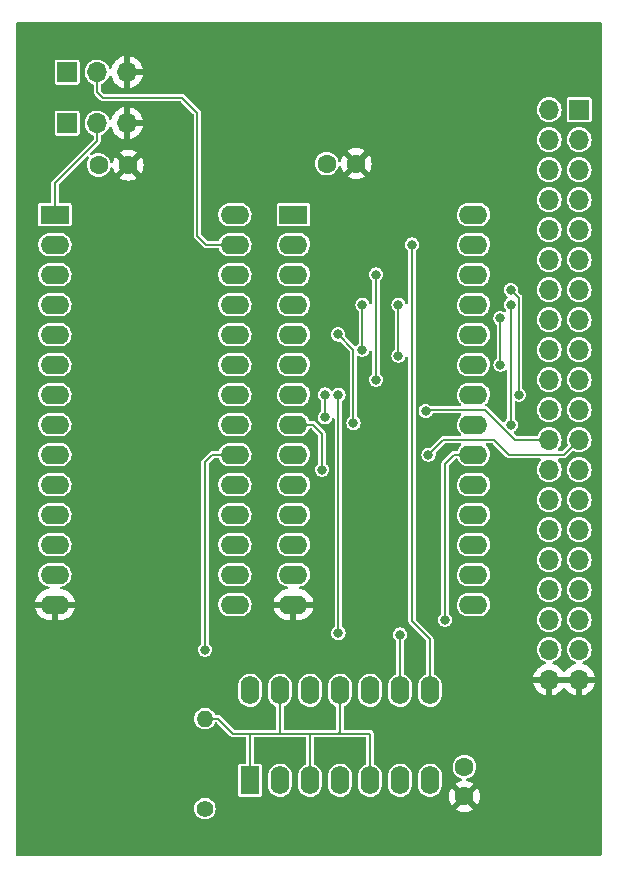
<source format=gbl>
G04 #@! TF.GenerationSoftware,KiCad,Pcbnew,(6.0.1)*
G04 #@! TF.CreationDate,2022-10-08T07:27:23-04:00*
G04 #@! TF.ProjectId,LB-MEM-02,4c422d4d-454d-42d3-9032-2e6b69636164,2*
G04 #@! TF.SameCoordinates,Original*
G04 #@! TF.FileFunction,Copper,L2,Bot*
G04 #@! TF.FilePolarity,Positive*
%FSLAX46Y46*%
G04 Gerber Fmt 4.6, Leading zero omitted, Abs format (unit mm)*
G04 Created by KiCad (PCBNEW (6.0.1)) date 2022-10-08 07:27:23*
%MOMM*%
%LPD*%
G01*
G04 APERTURE LIST*
G04 #@! TA.AperFunction,ComponentPad*
%ADD10R,2.400000X1.600000*%
G04 #@! TD*
G04 #@! TA.AperFunction,ComponentPad*
%ADD11O,2.400000X1.600000*%
G04 #@! TD*
G04 #@! TA.AperFunction,ComponentPad*
%ADD12R,1.700000X1.700000*%
G04 #@! TD*
G04 #@! TA.AperFunction,ComponentPad*
%ADD13O,1.700000X1.700000*%
G04 #@! TD*
G04 #@! TA.AperFunction,ComponentPad*
%ADD14R,1.600000X2.400000*%
G04 #@! TD*
G04 #@! TA.AperFunction,ComponentPad*
%ADD15O,1.600000X2.400000*%
G04 #@! TD*
G04 #@! TA.AperFunction,ComponentPad*
%ADD16C,1.600000*%
G04 #@! TD*
G04 #@! TA.AperFunction,ComponentPad*
%ADD17C,1.400000*%
G04 #@! TD*
G04 #@! TA.AperFunction,ComponentPad*
%ADD18O,1.400000X1.400000*%
G04 #@! TD*
G04 #@! TA.AperFunction,ViaPad*
%ADD19C,0.800000*%
G04 #@! TD*
G04 #@! TA.AperFunction,Conductor*
%ADD20C,0.203200*%
G04 #@! TD*
G04 APERTURE END LIST*
D10*
X155702000Y-63500000D03*
D11*
X155702000Y-66040000D03*
X155702000Y-68580000D03*
X155702000Y-71120000D03*
X155702000Y-73660000D03*
X155702000Y-76200000D03*
X155702000Y-78740000D03*
X155702000Y-81280000D03*
X155702000Y-83820000D03*
X155702000Y-86360000D03*
X155702000Y-88900000D03*
X155702000Y-91440000D03*
X155702000Y-93980000D03*
X155702000Y-96520000D03*
X170942000Y-96520000D03*
X170942000Y-93980000D03*
X170942000Y-91440000D03*
X170942000Y-88900000D03*
X170942000Y-86360000D03*
X170942000Y-83820000D03*
X170942000Y-81280000D03*
X170942000Y-78740000D03*
X170942000Y-76200000D03*
X170942000Y-73660000D03*
X170942000Y-71120000D03*
X170942000Y-68580000D03*
X170942000Y-66040000D03*
X170942000Y-63500000D03*
D12*
X179890000Y-54615000D03*
D13*
X177350000Y-54615000D03*
X179890000Y-57155000D03*
X177350000Y-57155000D03*
X179890000Y-59695000D03*
X177350000Y-59695000D03*
X179890000Y-62235000D03*
X177350000Y-62235000D03*
X179890000Y-64775000D03*
X177350000Y-64775000D03*
X179890000Y-67315000D03*
X177350000Y-67315000D03*
X179890000Y-69855000D03*
X177350000Y-69855000D03*
X179890000Y-72395000D03*
X177350000Y-72395000D03*
X179890000Y-74935000D03*
X177350000Y-74935000D03*
X179890000Y-77475000D03*
X177350000Y-77475000D03*
X179890000Y-80015000D03*
X177350000Y-80015000D03*
X179890000Y-82555000D03*
X177350000Y-82555000D03*
X179890000Y-85095000D03*
X177350000Y-85095000D03*
X179890000Y-87635000D03*
X177350000Y-87635000D03*
X179890000Y-90175000D03*
X177350000Y-90175000D03*
X179890000Y-92715000D03*
X177350000Y-92715000D03*
X179890000Y-95255000D03*
X177350000Y-95255000D03*
X179890000Y-97795000D03*
X177350000Y-97795000D03*
X179890000Y-100335000D03*
X177350000Y-100335000D03*
X179890000Y-102875000D03*
X177350000Y-102875000D03*
D14*
X152014000Y-111394000D03*
D15*
X154554000Y-111394000D03*
X157094000Y-111394000D03*
X159634000Y-111394000D03*
X162174000Y-111394000D03*
X164714000Y-111394000D03*
X167254000Y-111394000D03*
X167254000Y-103774000D03*
X164714000Y-103774000D03*
X162174000Y-103774000D03*
X159634000Y-103774000D03*
X157094000Y-103774000D03*
X154554000Y-103774000D03*
X152014000Y-103774000D03*
D10*
X135506993Y-63500000D03*
D11*
X135506993Y-66040000D03*
X135506993Y-68580000D03*
X135506993Y-71120000D03*
X135506993Y-73660000D03*
X135506993Y-76200000D03*
X135506993Y-78740000D03*
X135506993Y-81280000D03*
X135506993Y-83820000D03*
X135506993Y-86360000D03*
X135506993Y-88900000D03*
X135506993Y-91440000D03*
X135506993Y-93980000D03*
X135506993Y-96520000D03*
X150746993Y-96520000D03*
X150746993Y-93980000D03*
X150746993Y-91440000D03*
X150746993Y-88900000D03*
X150746993Y-86360000D03*
X150746993Y-83820000D03*
X150746993Y-81280000D03*
X150746993Y-78740000D03*
X150746993Y-76200000D03*
X150746993Y-73660000D03*
X150746993Y-71120000D03*
X150746993Y-68580000D03*
X150746993Y-66040000D03*
X150746993Y-63500000D03*
D16*
X170180000Y-112756010D03*
X170180000Y-110256010D03*
X141712010Y-59309000D03*
X139212010Y-59309000D03*
D12*
X136540011Y-55753000D03*
D13*
X139080011Y-55753000D03*
X141620011Y-55753000D03*
D12*
X136540000Y-51435000D03*
D13*
X139080000Y-51435000D03*
X141620000Y-51435000D03*
D17*
X148209000Y-113792000D03*
D18*
X148209000Y-106172000D03*
D16*
X161016010Y-59182000D03*
X158516010Y-59182000D03*
D19*
X173228000Y-72263000D03*
X173228000Y-76200000D03*
X158115000Y-85090000D03*
X167132000Y-83820000D03*
X158369000Y-80663500D03*
X166896500Y-80118500D03*
X158369000Y-78740000D03*
X174099405Y-69867595D03*
X174770500Y-78740000D03*
X164592000Y-75438000D03*
X164592000Y-71120000D03*
X159494405Y-73642405D03*
X160782000Y-81153000D03*
X161544000Y-71120000D03*
X161544000Y-74930000D03*
X162687000Y-77470000D03*
X162687000Y-68580000D03*
X174117000Y-71120000D03*
X174117000Y-81280000D03*
X159508425Y-78740000D03*
X164719000Y-99060000D03*
X159508425Y-98936575D03*
X165735000Y-66040000D03*
X168529000Y-97790000D03*
X148209000Y-100330000D03*
D20*
X173228000Y-72263000D02*
X173228000Y-76200000D01*
X168402000Y-82550000D02*
X172720000Y-82550000D01*
X172720000Y-82550000D02*
X173990000Y-83820000D01*
X155702000Y-81280000D02*
X157353000Y-81280000D01*
X173990000Y-83820000D02*
X178625000Y-83820000D01*
X178625000Y-83820000D02*
X179890000Y-82555000D01*
X167132000Y-83820000D02*
X168402000Y-82550000D01*
X158115000Y-82042000D02*
X158115000Y-85090000D01*
X157353000Y-81280000D02*
X158115000Y-82042000D01*
X167005000Y-80010000D02*
X166896500Y-80118500D01*
X174467795Y-82555000D02*
X171922795Y-80010000D01*
X177350000Y-82555000D02*
X174467795Y-82555000D01*
X167005000Y-80010000D02*
X171922795Y-80010000D01*
X158369000Y-78740000D02*
X158369000Y-80663500D01*
X164592000Y-71120000D02*
X164592000Y-75438000D01*
X174770500Y-70538690D02*
X174099405Y-69867595D01*
X174770500Y-78740000D02*
X174770500Y-70538690D01*
X160782000Y-81153000D02*
X160782000Y-74930000D01*
X160782000Y-74930000D02*
X159494405Y-73642405D01*
X161544000Y-74930000D02*
X161544000Y-71120000D01*
X162687000Y-68580000D02*
X162687000Y-77470000D01*
X174117000Y-71120000D02*
X174117000Y-81280000D01*
X164714000Y-99065000D02*
X164719000Y-99060000D01*
X159508425Y-98936575D02*
X159508425Y-78740000D01*
X164714000Y-103774000D02*
X164714000Y-99065000D01*
X165735000Y-97917000D02*
X167254000Y-99436000D01*
X167254000Y-99436000D02*
X167254000Y-103774000D01*
X165735000Y-66040000D02*
X165735000Y-97917000D01*
X168529000Y-97790000D02*
X168529000Y-84582000D01*
X168529000Y-84582000D02*
X169291000Y-83820000D01*
X169291000Y-83820000D02*
X170942000Y-83820000D01*
X148209000Y-100330000D02*
X148209000Y-84455000D01*
X148209000Y-84455000D02*
X148844000Y-83820000D01*
X148844000Y-83820000D02*
X150747000Y-83820000D01*
X147574000Y-54864000D02*
X147574000Y-65278000D01*
X139080000Y-51435000D02*
X139080000Y-53101000D01*
X139573000Y-53594000D02*
X146304000Y-53594000D01*
X146304000Y-53594000D02*
X147574000Y-54864000D01*
X139080000Y-53101000D02*
X139573000Y-53594000D01*
X148336000Y-66040000D02*
X150746993Y-66040000D01*
X147574000Y-65278000D02*
X148336000Y-66040000D01*
X139080000Y-57262000D02*
X139080000Y-55753000D01*
X135507000Y-60835000D02*
X139080000Y-57262000D01*
X135507000Y-63500000D02*
X135507000Y-60835000D01*
X156972000Y-107442000D02*
X159512000Y-107442000D01*
X154559000Y-107442000D02*
X156972000Y-107442000D01*
X152014000Y-111394000D02*
X152014000Y-107447000D01*
X152014000Y-107447000D02*
X152019000Y-107442000D01*
X159512000Y-107442000D02*
X162179000Y-107442000D01*
X148209000Y-106172000D02*
X149352000Y-106172000D01*
X159634000Y-103774000D02*
X159634000Y-107320000D01*
X150622000Y-107442000D02*
X152019000Y-107442000D01*
X159634000Y-107320000D02*
X159512000Y-107442000D01*
X149352000Y-106172000D02*
X150622000Y-107442000D01*
X162179000Y-107442000D02*
X162174000Y-107447000D01*
X162174000Y-107447000D02*
X162174000Y-111394000D01*
X157094000Y-107564000D02*
X156972000Y-107442000D01*
X152019000Y-107442000D02*
X154559000Y-107442000D01*
X154554000Y-107437000D02*
X154559000Y-107442000D01*
X157094000Y-111394000D02*
X157094000Y-107564000D01*
X154554000Y-103774000D02*
X154554000Y-107437000D01*
G04 #@! TA.AperFunction,Conductor*
G36*
X181738921Y-47223202D02*
G01*
X181785414Y-47276858D01*
X181796800Y-47329200D01*
X181796800Y-117670800D01*
X181776798Y-117738921D01*
X181723142Y-117785414D01*
X181670800Y-117796800D01*
X132329200Y-117796800D01*
X132261079Y-117776798D01*
X132214586Y-117723142D01*
X132203200Y-117670800D01*
X132203200Y-113792000D01*
X147300322Y-113792000D01*
X147320179Y-113980925D01*
X147378881Y-114161593D01*
X147473864Y-114326108D01*
X147600976Y-114467279D01*
X147754661Y-114578938D01*
X147760689Y-114581622D01*
X147760691Y-114581623D01*
X147922172Y-114653519D01*
X147928203Y-114656204D01*
X148021110Y-114675952D01*
X148107560Y-114694328D01*
X148107564Y-114694328D01*
X148114017Y-114695700D01*
X148303983Y-114695700D01*
X148310436Y-114694328D01*
X148310440Y-114694328D01*
X148396890Y-114675952D01*
X148489797Y-114656204D01*
X148495828Y-114653519D01*
X148657309Y-114581623D01*
X148657311Y-114581622D01*
X148663339Y-114578938D01*
X148817024Y-114467279D01*
X148944136Y-114326108D01*
X149039119Y-114161593D01*
X149097821Y-113980925D01*
X149112415Y-113842072D01*
X169458493Y-113842072D01*
X169467789Y-113854087D01*
X169518994Y-113889941D01*
X169528489Y-113895424D01*
X169725947Y-113987500D01*
X169736239Y-113991246D01*
X169946688Y-114047635D01*
X169957481Y-114049538D01*
X170174525Y-114068527D01*
X170185475Y-114068527D01*
X170402519Y-114049538D01*
X170413312Y-114047635D01*
X170623761Y-113991246D01*
X170634053Y-113987500D01*
X170831511Y-113895424D01*
X170841006Y-113889941D01*
X170893048Y-113853501D01*
X170901424Y-113843022D01*
X170894356Y-113829576D01*
X170192812Y-113128032D01*
X170178868Y-113120418D01*
X170177035Y-113120549D01*
X170170420Y-113124800D01*
X169464923Y-113830297D01*
X169458493Y-113842072D01*
X149112415Y-113842072D01*
X149117678Y-113792000D01*
X149097821Y-113603075D01*
X149039119Y-113422407D01*
X148944136Y-113257892D01*
X148827209Y-113128032D01*
X148821439Y-113121624D01*
X148821438Y-113121623D01*
X148817024Y-113116721D01*
X148663339Y-113005062D01*
X148657311Y-113002378D01*
X148657309Y-113002377D01*
X148495828Y-112930481D01*
X148495827Y-112930481D01*
X148489797Y-112927796D01*
X148396890Y-112908048D01*
X148310440Y-112889672D01*
X148310436Y-112889672D01*
X148303983Y-112888300D01*
X148114017Y-112888300D01*
X148107564Y-112889672D01*
X148107560Y-112889672D01*
X148021110Y-112908048D01*
X147928203Y-112927796D01*
X147922173Y-112930481D01*
X147922172Y-112930481D01*
X147760691Y-113002377D01*
X147760689Y-113002378D01*
X147754661Y-113005062D01*
X147600976Y-113116721D01*
X147596562Y-113121623D01*
X147596561Y-113121624D01*
X147590791Y-113128032D01*
X147473864Y-113257892D01*
X147378881Y-113422407D01*
X147320179Y-113603075D01*
X147300322Y-113792000D01*
X132203200Y-113792000D01*
X132203200Y-106172000D01*
X147300322Y-106172000D01*
X147320179Y-106360925D01*
X147378881Y-106541593D01*
X147473864Y-106706108D01*
X147600976Y-106847279D01*
X147754661Y-106958938D01*
X147760689Y-106961622D01*
X147760691Y-106961623D01*
X147870920Y-107010700D01*
X147928203Y-107036204D01*
X148021110Y-107055952D01*
X148107560Y-107074328D01*
X148107564Y-107074328D01*
X148114017Y-107075700D01*
X148303983Y-107075700D01*
X148310436Y-107074328D01*
X148310440Y-107074328D01*
X148396890Y-107055952D01*
X148489797Y-107036204D01*
X148547080Y-107010700D01*
X148657309Y-106961623D01*
X148657311Y-106961622D01*
X148663339Y-106958938D01*
X148817024Y-106847279D01*
X148944136Y-106706108D01*
X149039119Y-106541593D01*
X149041447Y-106542937D01*
X149079709Y-106497941D01*
X149148814Y-106477300D01*
X149173351Y-106477300D01*
X149241472Y-106497302D01*
X149262446Y-106514205D01*
X150368437Y-107620196D01*
X150370291Y-107622343D01*
X150372655Y-107627180D01*
X150381184Y-107635092D01*
X150381185Y-107635093D01*
X150409151Y-107661035D01*
X150412556Y-107664315D01*
X150426197Y-107677956D01*
X150430213Y-107680711D01*
X150433007Y-107683164D01*
X150456037Y-107704528D01*
X150466843Y-107708839D01*
X150470378Y-107711074D01*
X150482751Y-107717681D01*
X150486576Y-107719376D01*
X150496168Y-107725956D01*
X150518129Y-107731168D01*
X150520675Y-107731772D01*
X150538271Y-107737337D01*
X150553413Y-107743378D01*
X150553416Y-107743379D01*
X150561673Y-107746673D01*
X150568068Y-107747300D01*
X150571362Y-107747300D01*
X150571513Y-107747318D01*
X150574220Y-107747450D01*
X150574211Y-107747633D01*
X150586766Y-107749103D01*
X150595507Y-107749530D01*
X150606827Y-107752217D01*
X150618356Y-107750648D01*
X150618357Y-107750648D01*
X150634499Y-107748451D01*
X150651490Y-107747300D01*
X151582700Y-107747300D01*
X151650821Y-107767302D01*
X151697314Y-107820958D01*
X151708700Y-107873300D01*
X151708700Y-109864300D01*
X151688698Y-109932421D01*
X151635042Y-109978914D01*
X151582700Y-109990300D01*
X151193936Y-109990300D01*
X151134520Y-110002119D01*
X151067140Y-110047140D01*
X151022119Y-110114520D01*
X151010300Y-110173936D01*
X151010300Y-112614064D01*
X151022119Y-112673480D01*
X151067140Y-112740860D01*
X151134520Y-112785881D01*
X151193936Y-112797700D01*
X152834064Y-112797700D01*
X152893480Y-112785881D01*
X152960860Y-112740860D01*
X153005881Y-112673480D01*
X153017700Y-112614064D01*
X153017700Y-111844957D01*
X153550300Y-111844957D01*
X153565730Y-111996863D01*
X153626706Y-112191439D01*
X153725562Y-112369779D01*
X153729718Y-112374628D01*
X153740511Y-112387220D01*
X153858259Y-112524600D01*
X154019377Y-112649575D01*
X154202334Y-112739601D01*
X154208512Y-112741210D01*
X154208514Y-112741211D01*
X154393473Y-112789390D01*
X154393478Y-112789391D01*
X154399656Y-112791000D01*
X154489710Y-112795720D01*
X154596901Y-112801338D01*
X154596906Y-112801338D01*
X154603283Y-112801672D01*
X154804897Y-112771180D01*
X154810881Y-112768978D01*
X154810886Y-112768977D01*
X154990272Y-112702976D01*
X154990273Y-112702975D01*
X154996262Y-112700772D01*
X155023639Y-112683798D01*
X155085139Y-112645666D01*
X155169561Y-112593322D01*
X155232830Y-112533491D01*
X155313073Y-112457609D01*
X155313074Y-112457608D01*
X155317714Y-112453220D01*
X155434670Y-112286190D01*
X155515651Y-112099054D01*
X155557349Y-111899456D01*
X155557700Y-111892759D01*
X155557700Y-110943043D01*
X155542270Y-110791137D01*
X155481294Y-110596561D01*
X155382438Y-110418221D01*
X155249741Y-110263400D01*
X155235719Y-110252523D01*
X155093662Y-110142334D01*
X155088623Y-110138425D01*
X154905666Y-110048399D01*
X154899488Y-110046790D01*
X154899486Y-110046789D01*
X154714527Y-109998610D01*
X154714522Y-109998609D01*
X154708344Y-109997000D01*
X154618290Y-109992280D01*
X154511099Y-109986662D01*
X154511094Y-109986662D01*
X154504717Y-109986328D01*
X154303103Y-110016820D01*
X154297119Y-110019022D01*
X154297114Y-110019023D01*
X154168760Y-110066248D01*
X154111738Y-110087228D01*
X154106314Y-110090591D01*
X154106312Y-110090592D01*
X154048091Y-110126691D01*
X153938439Y-110194678D01*
X153933801Y-110199064D01*
X153869902Y-110259491D01*
X153790286Y-110334780D01*
X153673330Y-110501810D01*
X153592349Y-110688946D01*
X153550651Y-110888544D01*
X153550300Y-110895241D01*
X153550300Y-111844957D01*
X153017700Y-111844957D01*
X153017700Y-110173936D01*
X153005881Y-110114520D01*
X152960860Y-110047140D01*
X152893480Y-110002119D01*
X152834064Y-109990300D01*
X152445300Y-109990300D01*
X152377179Y-109970298D01*
X152330686Y-109916642D01*
X152319300Y-109864300D01*
X152319300Y-107873300D01*
X152339302Y-107805179D01*
X152392958Y-107758686D01*
X152445300Y-107747300D01*
X154508364Y-107747300D01*
X154523768Y-107749103D01*
X154532507Y-107749530D01*
X154543828Y-107752217D01*
X154555357Y-107750648D01*
X154555358Y-107750648D01*
X154571500Y-107748451D01*
X154588491Y-107747300D01*
X156662700Y-107747300D01*
X156730821Y-107767302D01*
X156777314Y-107820958D01*
X156788700Y-107873300D01*
X156788700Y-109948937D01*
X156768698Y-110017058D01*
X156715042Y-110063551D01*
X156706207Y-110067187D01*
X156651738Y-110087228D01*
X156646314Y-110090591D01*
X156646312Y-110090592D01*
X156588091Y-110126691D01*
X156478439Y-110194678D01*
X156473801Y-110199064D01*
X156409902Y-110259491D01*
X156330286Y-110334780D01*
X156213330Y-110501810D01*
X156132349Y-110688946D01*
X156090651Y-110888544D01*
X156090300Y-110895241D01*
X156090300Y-111844957D01*
X156105730Y-111996863D01*
X156166706Y-112191439D01*
X156265562Y-112369779D01*
X156269718Y-112374628D01*
X156280511Y-112387220D01*
X156398259Y-112524600D01*
X156559377Y-112649575D01*
X156742334Y-112739601D01*
X156748512Y-112741210D01*
X156748514Y-112741211D01*
X156933473Y-112789390D01*
X156933478Y-112789391D01*
X156939656Y-112791000D01*
X157029710Y-112795720D01*
X157136901Y-112801338D01*
X157136906Y-112801338D01*
X157143283Y-112801672D01*
X157344897Y-112771180D01*
X157350881Y-112768978D01*
X157350886Y-112768977D01*
X157530272Y-112702976D01*
X157530273Y-112702975D01*
X157536262Y-112700772D01*
X157563639Y-112683798D01*
X157625139Y-112645666D01*
X157709561Y-112593322D01*
X157772830Y-112533491D01*
X157853073Y-112457609D01*
X157853074Y-112457608D01*
X157857714Y-112453220D01*
X157974670Y-112286190D01*
X158055651Y-112099054D01*
X158097349Y-111899456D01*
X158097700Y-111892759D01*
X158097700Y-111844957D01*
X158630300Y-111844957D01*
X158645730Y-111996863D01*
X158706706Y-112191439D01*
X158805562Y-112369779D01*
X158809718Y-112374628D01*
X158820511Y-112387220D01*
X158938259Y-112524600D01*
X159099377Y-112649575D01*
X159282334Y-112739601D01*
X159288512Y-112741210D01*
X159288514Y-112741211D01*
X159473473Y-112789390D01*
X159473478Y-112789391D01*
X159479656Y-112791000D01*
X159569710Y-112795720D01*
X159676901Y-112801338D01*
X159676906Y-112801338D01*
X159683283Y-112801672D01*
X159884897Y-112771180D01*
X159890881Y-112768978D01*
X159890886Y-112768977D01*
X160070272Y-112702976D01*
X160070273Y-112702975D01*
X160076262Y-112700772D01*
X160103639Y-112683798D01*
X160165139Y-112645666D01*
X160249561Y-112593322D01*
X160312830Y-112533491D01*
X160393073Y-112457609D01*
X160393074Y-112457608D01*
X160397714Y-112453220D01*
X160514670Y-112286190D01*
X160595651Y-112099054D01*
X160637349Y-111899456D01*
X160637700Y-111892759D01*
X160637700Y-110943043D01*
X160622270Y-110791137D01*
X160561294Y-110596561D01*
X160462438Y-110418221D01*
X160329741Y-110263400D01*
X160315719Y-110252523D01*
X160173662Y-110142334D01*
X160168623Y-110138425D01*
X159985666Y-110048399D01*
X159979488Y-110046790D01*
X159979486Y-110046789D01*
X159794527Y-109998610D01*
X159794522Y-109998609D01*
X159788344Y-109997000D01*
X159698290Y-109992280D01*
X159591099Y-109986662D01*
X159591094Y-109986662D01*
X159584717Y-109986328D01*
X159383103Y-110016820D01*
X159377119Y-110019022D01*
X159377114Y-110019023D01*
X159248760Y-110066248D01*
X159191738Y-110087228D01*
X159186314Y-110090591D01*
X159186312Y-110090592D01*
X159128091Y-110126691D01*
X159018439Y-110194678D01*
X159013801Y-110199064D01*
X158949902Y-110259491D01*
X158870286Y-110334780D01*
X158753330Y-110501810D01*
X158672349Y-110688946D01*
X158630651Y-110888544D01*
X158630300Y-110895241D01*
X158630300Y-111844957D01*
X158097700Y-111844957D01*
X158097700Y-110943043D01*
X158082270Y-110791137D01*
X158021294Y-110596561D01*
X157922438Y-110418221D01*
X157789741Y-110263400D01*
X157775719Y-110252523D01*
X157633662Y-110142334D01*
X157628623Y-110138425D01*
X157622906Y-110135612D01*
X157622895Y-110135605D01*
X157469670Y-110060209D01*
X157417379Y-110012187D01*
X157399300Y-109947155D01*
X157399300Y-107873300D01*
X157419302Y-107805179D01*
X157472958Y-107758686D01*
X157525300Y-107747300D01*
X159458710Y-107747300D01*
X159461535Y-107747507D01*
X159466628Y-107749256D01*
X159516357Y-107747389D01*
X159521083Y-107747300D01*
X161742700Y-107747300D01*
X161810821Y-107767302D01*
X161857314Y-107820958D01*
X161868700Y-107873300D01*
X161868700Y-109948937D01*
X161848698Y-110017058D01*
X161795042Y-110063551D01*
X161786207Y-110067187D01*
X161731738Y-110087228D01*
X161726314Y-110090591D01*
X161726312Y-110090592D01*
X161668091Y-110126691D01*
X161558439Y-110194678D01*
X161553801Y-110199064D01*
X161489902Y-110259491D01*
X161410286Y-110334780D01*
X161293330Y-110501810D01*
X161212349Y-110688946D01*
X161170651Y-110888544D01*
X161170300Y-110895241D01*
X161170300Y-111844957D01*
X161185730Y-111996863D01*
X161246706Y-112191439D01*
X161345562Y-112369779D01*
X161349718Y-112374628D01*
X161360511Y-112387220D01*
X161478259Y-112524600D01*
X161639377Y-112649575D01*
X161822334Y-112739601D01*
X161828512Y-112741210D01*
X161828514Y-112741211D01*
X162013473Y-112789390D01*
X162013478Y-112789391D01*
X162019656Y-112791000D01*
X162109710Y-112795720D01*
X162216901Y-112801338D01*
X162216906Y-112801338D01*
X162223283Y-112801672D01*
X162424897Y-112771180D01*
X162430881Y-112768978D01*
X162430886Y-112768977D01*
X162610272Y-112702976D01*
X162610273Y-112702975D01*
X162616262Y-112700772D01*
X162643639Y-112683798D01*
X162705139Y-112645666D01*
X162789561Y-112593322D01*
X162852830Y-112533491D01*
X162933073Y-112457609D01*
X162933074Y-112457608D01*
X162937714Y-112453220D01*
X163054670Y-112286190D01*
X163135651Y-112099054D01*
X163177349Y-111899456D01*
X163177700Y-111892759D01*
X163177700Y-111844957D01*
X163710300Y-111844957D01*
X163725730Y-111996863D01*
X163786706Y-112191439D01*
X163885562Y-112369779D01*
X163889718Y-112374628D01*
X163900511Y-112387220D01*
X164018259Y-112524600D01*
X164179377Y-112649575D01*
X164362334Y-112739601D01*
X164368512Y-112741210D01*
X164368514Y-112741211D01*
X164553473Y-112789390D01*
X164553478Y-112789391D01*
X164559656Y-112791000D01*
X164649710Y-112795720D01*
X164756901Y-112801338D01*
X164756906Y-112801338D01*
X164763283Y-112801672D01*
X164964897Y-112771180D01*
X164970881Y-112768978D01*
X164970886Y-112768977D01*
X165150272Y-112702976D01*
X165150273Y-112702975D01*
X165156262Y-112700772D01*
X165183639Y-112683798D01*
X165245139Y-112645666D01*
X165329561Y-112593322D01*
X165392830Y-112533491D01*
X165473073Y-112457609D01*
X165473074Y-112457608D01*
X165477714Y-112453220D01*
X165594670Y-112286190D01*
X165675651Y-112099054D01*
X165717349Y-111899456D01*
X165717700Y-111892759D01*
X165717700Y-111844957D01*
X166250300Y-111844957D01*
X166265730Y-111996863D01*
X166326706Y-112191439D01*
X166425562Y-112369779D01*
X166429718Y-112374628D01*
X166440511Y-112387220D01*
X166558259Y-112524600D01*
X166719377Y-112649575D01*
X166902334Y-112739601D01*
X166908512Y-112741210D01*
X166908514Y-112741211D01*
X167093473Y-112789390D01*
X167093478Y-112789391D01*
X167099656Y-112791000D01*
X167189710Y-112795720D01*
X167296901Y-112801338D01*
X167296906Y-112801338D01*
X167303283Y-112801672D01*
X167504897Y-112771180D01*
X167510881Y-112768978D01*
X167510886Y-112768977D01*
X167531249Y-112761485D01*
X168867483Y-112761485D01*
X168886472Y-112978529D01*
X168888375Y-112989322D01*
X168944764Y-113199771D01*
X168948510Y-113210063D01*
X169040586Y-113407521D01*
X169046069Y-113417016D01*
X169082509Y-113469058D01*
X169092988Y-113477434D01*
X169106434Y-113470366D01*
X169807978Y-112768822D01*
X169814356Y-112757142D01*
X170544408Y-112757142D01*
X170544539Y-112758975D01*
X170548790Y-112765590D01*
X171254287Y-113471087D01*
X171266062Y-113477517D01*
X171278077Y-113468221D01*
X171313931Y-113417016D01*
X171319414Y-113407521D01*
X171411490Y-113210063D01*
X171415236Y-113199771D01*
X171471625Y-112989322D01*
X171473528Y-112978529D01*
X171492517Y-112761485D01*
X171492517Y-112750535D01*
X171473528Y-112533491D01*
X171471625Y-112522698D01*
X171415236Y-112312249D01*
X171411490Y-112301957D01*
X171319414Y-112104499D01*
X171313931Y-112095004D01*
X171277491Y-112042962D01*
X171267012Y-112034586D01*
X171253566Y-112041654D01*
X170552022Y-112743198D01*
X170544408Y-112757142D01*
X169814356Y-112757142D01*
X169815592Y-112754878D01*
X169815461Y-112753045D01*
X169811210Y-112746430D01*
X169105713Y-112040933D01*
X169093938Y-112034503D01*
X169081923Y-112043799D01*
X169046069Y-112095004D01*
X169040586Y-112104499D01*
X168948510Y-112301957D01*
X168944764Y-112312249D01*
X168888375Y-112522698D01*
X168886472Y-112533491D01*
X168867483Y-112750535D01*
X168867483Y-112761485D01*
X167531249Y-112761485D01*
X167690272Y-112702976D01*
X167690273Y-112702975D01*
X167696262Y-112700772D01*
X167723639Y-112683798D01*
X167785139Y-112645666D01*
X167869561Y-112593322D01*
X167932830Y-112533491D01*
X168013073Y-112457609D01*
X168013074Y-112457608D01*
X168017714Y-112453220D01*
X168134670Y-112286190D01*
X168215651Y-112099054D01*
X168257349Y-111899456D01*
X168257700Y-111892759D01*
X168257700Y-110943043D01*
X168242270Y-110791137D01*
X168181294Y-110596561D01*
X168082438Y-110418221D01*
X167949741Y-110263400D01*
X167935719Y-110252523D01*
X167922060Y-110241928D01*
X169171542Y-110241928D01*
X169172058Y-110248072D01*
X169185939Y-110413372D01*
X169188013Y-110438074D01*
X169189712Y-110443999D01*
X169231856Y-110590972D01*
X169242268Y-110627284D01*
X169245087Y-110632769D01*
X169329424Y-110796871D01*
X169329427Y-110796876D01*
X169332242Y-110802353D01*
X169454506Y-110956612D01*
X169604403Y-111084185D01*
X169776226Y-111180213D01*
X169782084Y-111182116D01*
X169782090Y-111182119D01*
X169928031Y-111229538D01*
X169986637Y-111269612D01*
X170014274Y-111335008D01*
X170002167Y-111404965D01*
X169954161Y-111457271D01*
X169921706Y-111471078D01*
X169736239Y-111520774D01*
X169725947Y-111524520D01*
X169528489Y-111616596D01*
X169518994Y-111622079D01*
X169466952Y-111658519D01*
X169458576Y-111668998D01*
X169465644Y-111682444D01*
X170167188Y-112383988D01*
X170181132Y-112391602D01*
X170182965Y-112391471D01*
X170189580Y-112387220D01*
X170895077Y-111681723D01*
X170901507Y-111669948D01*
X170892211Y-111657933D01*
X170841006Y-111622079D01*
X170831511Y-111616596D01*
X170634053Y-111524520D01*
X170623761Y-111520774D01*
X170435310Y-111470279D01*
X170374687Y-111433327D01*
X170343666Y-111369467D01*
X170352094Y-111298972D01*
X170397297Y-111244225D01*
X170434037Y-111227214D01*
X170452927Y-111221940D01*
X170544719Y-111196311D01*
X170720411Y-111107562D01*
X170750333Y-111084185D01*
X170870659Y-110990176D01*
X170870660Y-110990175D01*
X170875520Y-110986378D01*
X171004136Y-110837374D01*
X171007180Y-110832016D01*
X171098316Y-110671590D01*
X171098318Y-110671585D01*
X171101362Y-110666227D01*
X171163493Y-110479454D01*
X171182324Y-110330391D01*
X171187721Y-110287674D01*
X171187722Y-110287665D01*
X171188163Y-110284171D01*
X171188556Y-110256010D01*
X171169348Y-110060114D01*
X171167031Y-110052438D01*
X171135782Y-109948937D01*
X171112456Y-109871679D01*
X171020048Y-109697884D01*
X170950182Y-109612220D01*
X170899537Y-109550122D01*
X170899534Y-109550119D01*
X170895642Y-109545347D01*
X170890893Y-109541418D01*
X170748727Y-109423808D01*
X170748723Y-109423806D01*
X170743977Y-109419879D01*
X170570831Y-109326259D01*
X170476814Y-109297156D01*
X170388685Y-109269876D01*
X170388682Y-109269875D01*
X170382798Y-109268054D01*
X170376673Y-109267410D01*
X170376672Y-109267410D01*
X170193169Y-109248123D01*
X170193168Y-109248123D01*
X170187041Y-109247479D01*
X170114275Y-109254101D01*
X169997153Y-109264759D01*
X169997149Y-109264760D01*
X169991015Y-109265318D01*
X169802188Y-109320893D01*
X169627752Y-109412086D01*
X169474350Y-109535424D01*
X169347827Y-109686209D01*
X169253001Y-109858698D01*
X169193483Y-110046319D01*
X169171542Y-110241928D01*
X167922060Y-110241928D01*
X167793662Y-110142334D01*
X167788623Y-110138425D01*
X167605666Y-110048399D01*
X167599488Y-110046790D01*
X167599486Y-110046789D01*
X167414527Y-109998610D01*
X167414522Y-109998609D01*
X167408344Y-109997000D01*
X167318290Y-109992280D01*
X167211099Y-109986662D01*
X167211094Y-109986662D01*
X167204717Y-109986328D01*
X167003103Y-110016820D01*
X166997119Y-110019022D01*
X166997114Y-110019023D01*
X166868760Y-110066248D01*
X166811738Y-110087228D01*
X166806314Y-110090591D01*
X166806312Y-110090592D01*
X166748091Y-110126691D01*
X166638439Y-110194678D01*
X166633801Y-110199064D01*
X166569902Y-110259491D01*
X166490286Y-110334780D01*
X166373330Y-110501810D01*
X166292349Y-110688946D01*
X166250651Y-110888544D01*
X166250300Y-110895241D01*
X166250300Y-111844957D01*
X165717700Y-111844957D01*
X165717700Y-110943043D01*
X165702270Y-110791137D01*
X165641294Y-110596561D01*
X165542438Y-110418221D01*
X165409741Y-110263400D01*
X165395719Y-110252523D01*
X165253662Y-110142334D01*
X165248623Y-110138425D01*
X165065666Y-110048399D01*
X165059488Y-110046790D01*
X165059486Y-110046789D01*
X164874527Y-109998610D01*
X164874522Y-109998609D01*
X164868344Y-109997000D01*
X164778290Y-109992280D01*
X164671099Y-109986662D01*
X164671094Y-109986662D01*
X164664717Y-109986328D01*
X164463103Y-110016820D01*
X164457119Y-110019022D01*
X164457114Y-110019023D01*
X164328760Y-110066248D01*
X164271738Y-110087228D01*
X164266314Y-110090591D01*
X164266312Y-110090592D01*
X164208091Y-110126691D01*
X164098439Y-110194678D01*
X164093801Y-110199064D01*
X164029902Y-110259491D01*
X163950286Y-110334780D01*
X163833330Y-110501810D01*
X163752349Y-110688946D01*
X163710651Y-110888544D01*
X163710300Y-110895241D01*
X163710300Y-111844957D01*
X163177700Y-111844957D01*
X163177700Y-110943043D01*
X163162270Y-110791137D01*
X163101294Y-110596561D01*
X163002438Y-110418221D01*
X162869741Y-110263400D01*
X162855719Y-110252523D01*
X162713662Y-110142334D01*
X162708623Y-110138425D01*
X162702906Y-110135612D01*
X162702895Y-110135605D01*
X162549670Y-110060209D01*
X162497379Y-110012187D01*
X162479300Y-109947155D01*
X162479300Y-107520592D01*
X162484273Y-107485544D01*
X162484870Y-107483481D01*
X162488106Y-107472308D01*
X162487443Y-107464649D01*
X162489217Y-107457172D01*
X162482972Y-107411281D01*
X162482291Y-107405165D01*
X162479296Y-107370591D01*
X162478292Y-107358999D01*
X162474916Y-107352093D01*
X162473880Y-107344478D01*
X162451521Y-107303891D01*
X162448683Y-107298427D01*
X162433454Y-107267272D01*
X162428345Y-107256820D01*
X162422712Y-107251595D01*
X162419002Y-107244860D01*
X162383531Y-107215044D01*
X162378922Y-107210974D01*
X162353490Y-107187382D01*
X162344963Y-107179472D01*
X162337825Y-107176624D01*
X162331941Y-107171678D01*
X162288114Y-107156630D01*
X162282364Y-107154497D01*
X162247588Y-107140622D01*
X162247582Y-107140621D01*
X162239327Y-107137327D01*
X162232932Y-107136700D01*
X162230068Y-107136700D01*
X162224371Y-107134744D01*
X162174643Y-107136611D01*
X162169916Y-107136700D01*
X160065300Y-107136700D01*
X159997179Y-107116698D01*
X159950686Y-107063042D01*
X159939300Y-107010700D01*
X159939300Y-105219063D01*
X159959302Y-105150942D01*
X160012958Y-105104449D01*
X160021792Y-105100813D01*
X160028480Y-105098352D01*
X160076262Y-105080772D01*
X160249561Y-104973322D01*
X160277200Y-104947185D01*
X160393073Y-104837609D01*
X160393074Y-104837608D01*
X160397714Y-104833220D01*
X160514670Y-104666190D01*
X160595651Y-104479054D01*
X160637349Y-104279456D01*
X160637700Y-104272759D01*
X160637700Y-104224957D01*
X161170300Y-104224957D01*
X161185730Y-104376863D01*
X161246706Y-104571439D01*
X161345562Y-104749779D01*
X161478259Y-104904600D01*
X161639377Y-105029575D01*
X161822334Y-105119601D01*
X161828512Y-105121210D01*
X161828514Y-105121211D01*
X162013473Y-105169390D01*
X162013478Y-105169391D01*
X162019656Y-105171000D01*
X162109710Y-105175720D01*
X162216901Y-105181338D01*
X162216906Y-105181338D01*
X162223283Y-105181672D01*
X162424897Y-105151180D01*
X162430881Y-105148978D01*
X162430886Y-105148977D01*
X162610272Y-105082976D01*
X162610273Y-105082975D01*
X162616262Y-105080772D01*
X162789561Y-104973322D01*
X162817200Y-104947185D01*
X162933073Y-104837609D01*
X162933074Y-104837608D01*
X162937714Y-104833220D01*
X163054670Y-104666190D01*
X163135651Y-104479054D01*
X163177349Y-104279456D01*
X163177700Y-104272759D01*
X163177700Y-104224957D01*
X163710300Y-104224957D01*
X163725730Y-104376863D01*
X163786706Y-104571439D01*
X163885562Y-104749779D01*
X164018259Y-104904600D01*
X164179377Y-105029575D01*
X164362334Y-105119601D01*
X164368512Y-105121210D01*
X164368514Y-105121211D01*
X164553473Y-105169390D01*
X164553478Y-105169391D01*
X164559656Y-105171000D01*
X164649710Y-105175720D01*
X164756901Y-105181338D01*
X164756906Y-105181338D01*
X164763283Y-105181672D01*
X164964897Y-105151180D01*
X164970881Y-105148978D01*
X164970886Y-105148977D01*
X165150272Y-105082976D01*
X165150273Y-105082975D01*
X165156262Y-105080772D01*
X165329561Y-104973322D01*
X165357200Y-104947185D01*
X165473073Y-104837609D01*
X165473074Y-104837608D01*
X165477714Y-104833220D01*
X165594670Y-104666190D01*
X165675651Y-104479054D01*
X165717349Y-104279456D01*
X165717700Y-104272759D01*
X165717700Y-103323043D01*
X165702270Y-103171137D01*
X165641294Y-102976561D01*
X165542438Y-102798221D01*
X165409741Y-102643400D01*
X165365629Y-102609183D01*
X165253662Y-102522334D01*
X165248623Y-102518425D01*
X165242906Y-102515612D01*
X165242895Y-102515605D01*
X165089670Y-102440209D01*
X165037379Y-102392187D01*
X165019300Y-102327155D01*
X165019300Y-99652655D01*
X165039302Y-99584534D01*
X165068596Y-99552693D01*
X165143011Y-99495592D01*
X165149564Y-99490564D01*
X165178468Y-99452896D01*
X165198390Y-99426932D01*
X165246331Y-99364454D01*
X165290602Y-99257575D01*
X165304001Y-99225227D01*
X165304002Y-99225224D01*
X165307161Y-99217597D01*
X165327909Y-99060000D01*
X165307161Y-98902403D01*
X165246331Y-98755546D01*
X165178722Y-98667436D01*
X165154591Y-98635987D01*
X165154590Y-98635986D01*
X165149564Y-98629436D01*
X165023455Y-98532669D01*
X164946965Y-98500986D01*
X164884227Y-98474999D01*
X164884224Y-98474998D01*
X164876597Y-98471839D01*
X164719000Y-98451091D01*
X164561403Y-98471839D01*
X164553776Y-98474998D01*
X164553773Y-98474999D01*
X164491036Y-98500986D01*
X164414546Y-98532669D01*
X164288436Y-98629436D01*
X164191669Y-98755546D01*
X164130839Y-98902403D01*
X164110091Y-99060000D01*
X164130839Y-99217597D01*
X164133998Y-99225224D01*
X164133999Y-99225227D01*
X164147398Y-99257575D01*
X164191669Y-99364454D01*
X164239610Y-99426932D01*
X164259533Y-99452896D01*
X164288436Y-99490564D01*
X164294986Y-99495590D01*
X164294989Y-99495593D01*
X164359404Y-99545020D01*
X164401271Y-99602358D01*
X164408700Y-99644982D01*
X164408700Y-102328937D01*
X164388698Y-102397058D01*
X164335042Y-102443551D01*
X164326207Y-102447187D01*
X164271738Y-102467228D01*
X164098439Y-102574678D01*
X164093801Y-102579064D01*
X164029902Y-102639491D01*
X163950286Y-102714780D01*
X163833330Y-102881810D01*
X163752349Y-103068946D01*
X163710651Y-103268544D01*
X163710300Y-103275241D01*
X163710300Y-104224957D01*
X163177700Y-104224957D01*
X163177700Y-103323043D01*
X163162270Y-103171137D01*
X163101294Y-102976561D01*
X163002438Y-102798221D01*
X162869741Y-102643400D01*
X162825629Y-102609183D01*
X162713662Y-102522334D01*
X162708623Y-102518425D01*
X162525666Y-102428399D01*
X162519488Y-102426790D01*
X162519486Y-102426789D01*
X162334527Y-102378610D01*
X162334522Y-102378609D01*
X162328344Y-102377000D01*
X162238290Y-102372280D01*
X162131099Y-102366662D01*
X162131094Y-102366662D01*
X162124717Y-102366328D01*
X161923103Y-102396820D01*
X161917119Y-102399022D01*
X161917114Y-102399023D01*
X161786208Y-102447187D01*
X161731738Y-102467228D01*
X161558439Y-102574678D01*
X161553801Y-102579064D01*
X161489902Y-102639491D01*
X161410286Y-102714780D01*
X161293330Y-102881810D01*
X161212349Y-103068946D01*
X161170651Y-103268544D01*
X161170300Y-103275241D01*
X161170300Y-104224957D01*
X160637700Y-104224957D01*
X160637700Y-103323043D01*
X160622270Y-103171137D01*
X160561294Y-102976561D01*
X160462438Y-102798221D01*
X160329741Y-102643400D01*
X160285629Y-102609183D01*
X160173662Y-102522334D01*
X160168623Y-102518425D01*
X159985666Y-102428399D01*
X159979488Y-102426790D01*
X159979486Y-102426789D01*
X159794527Y-102378610D01*
X159794522Y-102378609D01*
X159788344Y-102377000D01*
X159698290Y-102372280D01*
X159591099Y-102366662D01*
X159591094Y-102366662D01*
X159584717Y-102366328D01*
X159383103Y-102396820D01*
X159377119Y-102399022D01*
X159377114Y-102399023D01*
X159246208Y-102447187D01*
X159191738Y-102467228D01*
X159018439Y-102574678D01*
X159013801Y-102579064D01*
X158949902Y-102639491D01*
X158870286Y-102714780D01*
X158753330Y-102881810D01*
X158672349Y-103068946D01*
X158630651Y-103268544D01*
X158630300Y-103275241D01*
X158630300Y-104224957D01*
X158645730Y-104376863D01*
X158706706Y-104571439D01*
X158805562Y-104749779D01*
X158938259Y-104904600D01*
X159099377Y-105029575D01*
X159105094Y-105032388D01*
X159105105Y-105032395D01*
X159258330Y-105107791D01*
X159310621Y-105155813D01*
X159328700Y-105220845D01*
X159328700Y-107010700D01*
X159308698Y-107078821D01*
X159255042Y-107125314D01*
X159202700Y-107136700D01*
X157022636Y-107136700D01*
X157007232Y-107134897D01*
X156998493Y-107134470D01*
X156987172Y-107131783D01*
X156975643Y-107133352D01*
X156975642Y-107133352D01*
X156959500Y-107135549D01*
X156942509Y-107136700D01*
X154985300Y-107136700D01*
X154917179Y-107116698D01*
X154870686Y-107063042D01*
X154859300Y-107010700D01*
X154859300Y-105219063D01*
X154879302Y-105150942D01*
X154932958Y-105104449D01*
X154941792Y-105100813D01*
X154948480Y-105098352D01*
X154996262Y-105080772D01*
X155169561Y-104973322D01*
X155197200Y-104947185D01*
X155313073Y-104837609D01*
X155313074Y-104837608D01*
X155317714Y-104833220D01*
X155434670Y-104666190D01*
X155515651Y-104479054D01*
X155557349Y-104279456D01*
X155557700Y-104272759D01*
X155557700Y-104224957D01*
X156090300Y-104224957D01*
X156105730Y-104376863D01*
X156166706Y-104571439D01*
X156265562Y-104749779D01*
X156398259Y-104904600D01*
X156559377Y-105029575D01*
X156742334Y-105119601D01*
X156748512Y-105121210D01*
X156748514Y-105121211D01*
X156933473Y-105169390D01*
X156933478Y-105169391D01*
X156939656Y-105171000D01*
X157029710Y-105175720D01*
X157136901Y-105181338D01*
X157136906Y-105181338D01*
X157143283Y-105181672D01*
X157344897Y-105151180D01*
X157350881Y-105148978D01*
X157350886Y-105148977D01*
X157530272Y-105082976D01*
X157530273Y-105082975D01*
X157536262Y-105080772D01*
X157709561Y-104973322D01*
X157737200Y-104947185D01*
X157853073Y-104837609D01*
X157853074Y-104837608D01*
X157857714Y-104833220D01*
X157974670Y-104666190D01*
X158055651Y-104479054D01*
X158097349Y-104279456D01*
X158097700Y-104272759D01*
X158097700Y-103323043D01*
X158082270Y-103171137D01*
X158021294Y-102976561D01*
X157922438Y-102798221D01*
X157789741Y-102643400D01*
X157745629Y-102609183D01*
X157633662Y-102522334D01*
X157628623Y-102518425D01*
X157445666Y-102428399D01*
X157439488Y-102426790D01*
X157439486Y-102426789D01*
X157254527Y-102378610D01*
X157254522Y-102378609D01*
X157248344Y-102377000D01*
X157158290Y-102372280D01*
X157051099Y-102366662D01*
X157051094Y-102366662D01*
X157044717Y-102366328D01*
X156843103Y-102396820D01*
X156837119Y-102399022D01*
X156837114Y-102399023D01*
X156706208Y-102447187D01*
X156651738Y-102467228D01*
X156478439Y-102574678D01*
X156473801Y-102579064D01*
X156409902Y-102639491D01*
X156330286Y-102714780D01*
X156213330Y-102881810D01*
X156132349Y-103068946D01*
X156090651Y-103268544D01*
X156090300Y-103275241D01*
X156090300Y-104224957D01*
X155557700Y-104224957D01*
X155557700Y-103323043D01*
X155542270Y-103171137D01*
X155481294Y-102976561D01*
X155382438Y-102798221D01*
X155249741Y-102643400D01*
X155205629Y-102609183D01*
X155093662Y-102522334D01*
X155088623Y-102518425D01*
X154905666Y-102428399D01*
X154899488Y-102426790D01*
X154899486Y-102426789D01*
X154714527Y-102378610D01*
X154714522Y-102378609D01*
X154708344Y-102377000D01*
X154618290Y-102372280D01*
X154511099Y-102366662D01*
X154511094Y-102366662D01*
X154504717Y-102366328D01*
X154303103Y-102396820D01*
X154297119Y-102399022D01*
X154297114Y-102399023D01*
X154166208Y-102447187D01*
X154111738Y-102467228D01*
X153938439Y-102574678D01*
X153933801Y-102579064D01*
X153869902Y-102639491D01*
X153790286Y-102714780D01*
X153673330Y-102881810D01*
X153592349Y-103068946D01*
X153550651Y-103268544D01*
X153550300Y-103275241D01*
X153550300Y-104224957D01*
X153565730Y-104376863D01*
X153626706Y-104571439D01*
X153725562Y-104749779D01*
X153858259Y-104904600D01*
X154019377Y-105029575D01*
X154025094Y-105032388D01*
X154025105Y-105032395D01*
X154178330Y-105107791D01*
X154230621Y-105155813D01*
X154248700Y-105220845D01*
X154248700Y-107010700D01*
X154228698Y-107078821D01*
X154175042Y-107125314D01*
X154122700Y-107136700D01*
X152072289Y-107136700D01*
X152069464Y-107136493D01*
X152064371Y-107134744D01*
X152014643Y-107136611D01*
X152009916Y-107136700D01*
X150800649Y-107136700D01*
X150732528Y-107116698D01*
X150711554Y-107099795D01*
X150159076Y-106547316D01*
X149605560Y-105993800D01*
X149603709Y-105991655D01*
X149601345Y-105986820D01*
X149564863Y-105952978D01*
X149561458Y-105949698D01*
X149547803Y-105936043D01*
X149543784Y-105933286D01*
X149540992Y-105930834D01*
X149526493Y-105917384D01*
X149526490Y-105917382D01*
X149517963Y-105909472D01*
X149507161Y-105905162D01*
X149503633Y-105902932D01*
X149491240Y-105896316D01*
X149487428Y-105894627D01*
X149477832Y-105888044D01*
X149453317Y-105882226D01*
X149435730Y-105876663D01*
X149412327Y-105867327D01*
X149405932Y-105866700D01*
X149402636Y-105866700D01*
X149402483Y-105866682D01*
X149399780Y-105866550D01*
X149399789Y-105866367D01*
X149387232Y-105864897D01*
X149378493Y-105864470D01*
X149367172Y-105861783D01*
X149355643Y-105863352D01*
X149355642Y-105863352D01*
X149339500Y-105865549D01*
X149322509Y-105866700D01*
X149148814Y-105866700D01*
X149080693Y-105846698D01*
X149041496Y-105801034D01*
X149039119Y-105802407D01*
X148947439Y-105643613D01*
X148944136Y-105637892D01*
X148817024Y-105496721D01*
X148663339Y-105385062D01*
X148657311Y-105382378D01*
X148657309Y-105382377D01*
X148495828Y-105310481D01*
X148495827Y-105310481D01*
X148489797Y-105307796D01*
X148396890Y-105288048D01*
X148310440Y-105269672D01*
X148310436Y-105269672D01*
X148303983Y-105268300D01*
X148114017Y-105268300D01*
X148107564Y-105269672D01*
X148107560Y-105269672D01*
X148021110Y-105288048D01*
X147928203Y-105307796D01*
X147922173Y-105310481D01*
X147922172Y-105310481D01*
X147760691Y-105382377D01*
X147760689Y-105382378D01*
X147754661Y-105385062D01*
X147600976Y-105496721D01*
X147473864Y-105637892D01*
X147378881Y-105802407D01*
X147376839Y-105808692D01*
X147330479Y-105951376D01*
X147320179Y-105983075D01*
X147300322Y-106172000D01*
X132203200Y-106172000D01*
X132203200Y-104224957D01*
X151010300Y-104224957D01*
X151025730Y-104376863D01*
X151086706Y-104571439D01*
X151185562Y-104749779D01*
X151318259Y-104904600D01*
X151479377Y-105029575D01*
X151662334Y-105119601D01*
X151668512Y-105121210D01*
X151668514Y-105121211D01*
X151853473Y-105169390D01*
X151853478Y-105169391D01*
X151859656Y-105171000D01*
X151949710Y-105175720D01*
X152056901Y-105181338D01*
X152056906Y-105181338D01*
X152063283Y-105181672D01*
X152264897Y-105151180D01*
X152270881Y-105148978D01*
X152270886Y-105148977D01*
X152450272Y-105082976D01*
X152450273Y-105082975D01*
X152456262Y-105080772D01*
X152629561Y-104973322D01*
X152657200Y-104947185D01*
X152773073Y-104837609D01*
X152773074Y-104837608D01*
X152777714Y-104833220D01*
X152894670Y-104666190D01*
X152975651Y-104479054D01*
X153017349Y-104279456D01*
X153017700Y-104272759D01*
X153017700Y-103323043D01*
X153002270Y-103171137D01*
X152941294Y-102976561D01*
X152842438Y-102798221D01*
X152709741Y-102643400D01*
X152665629Y-102609183D01*
X152553662Y-102522334D01*
X152548623Y-102518425D01*
X152365666Y-102428399D01*
X152359488Y-102426790D01*
X152359486Y-102426789D01*
X152174527Y-102378610D01*
X152174522Y-102378609D01*
X152168344Y-102377000D01*
X152078290Y-102372280D01*
X151971099Y-102366662D01*
X151971094Y-102366662D01*
X151964717Y-102366328D01*
X151763103Y-102396820D01*
X151757119Y-102399022D01*
X151757114Y-102399023D01*
X151626208Y-102447187D01*
X151571738Y-102467228D01*
X151398439Y-102574678D01*
X151393801Y-102579064D01*
X151329902Y-102639491D01*
X151250286Y-102714780D01*
X151133330Y-102881810D01*
X151052349Y-103068946D01*
X151010651Y-103268544D01*
X151010300Y-103275241D01*
X151010300Y-104224957D01*
X132203200Y-104224957D01*
X132203200Y-100330000D01*
X147600091Y-100330000D01*
X147620839Y-100487597D01*
X147681669Y-100634454D01*
X147778436Y-100760564D01*
X147904545Y-100857331D01*
X147977974Y-100887746D01*
X148043773Y-100915001D01*
X148043776Y-100915002D01*
X148051403Y-100918161D01*
X148209000Y-100938909D01*
X148217188Y-100937831D01*
X148358409Y-100919239D01*
X148366597Y-100918161D01*
X148374224Y-100915002D01*
X148374227Y-100915001D01*
X148440026Y-100887746D01*
X148513455Y-100857331D01*
X148639564Y-100760564D01*
X148736331Y-100634454D01*
X148797161Y-100487597D01*
X148817909Y-100330000D01*
X148797161Y-100172403D01*
X148736331Y-100025546D01*
X148660009Y-99926081D01*
X148644591Y-99905987D01*
X148644590Y-99905986D01*
X148639564Y-99899436D01*
X148563594Y-99841142D01*
X148521728Y-99783805D01*
X148514300Y-99741181D01*
X148514300Y-96569283D01*
X149339321Y-96569283D01*
X149369813Y-96770897D01*
X149372013Y-96776876D01*
X149372016Y-96776886D01*
X149419588Y-96906182D01*
X149440221Y-96962262D01*
X149443584Y-96967686D01*
X149443585Y-96967688D01*
X149485109Y-97034659D01*
X149547671Y-97135561D01*
X149687773Y-97283714D01*
X149693003Y-97287376D01*
X149693004Y-97287377D01*
X149732502Y-97315034D01*
X149854803Y-97400670D01*
X150041939Y-97481651D01*
X150087541Y-97491178D01*
X150236801Y-97522360D01*
X150236806Y-97522361D01*
X150241537Y-97523349D01*
X150246432Y-97523606D01*
X150246566Y-97523613D01*
X150246582Y-97523613D01*
X150248234Y-97523700D01*
X151197950Y-97523700D01*
X151270709Y-97516309D01*
X151343507Y-97508915D01*
X151343508Y-97508915D01*
X151349856Y-97508270D01*
X151544432Y-97447294D01*
X151722772Y-97348438D01*
X151877593Y-97215741D01*
X151888091Y-97202208D01*
X151998659Y-97059662D01*
X152002568Y-97054623D01*
X152092594Y-96871666D01*
X152107053Y-96816157D01*
X152114773Y-96786522D01*
X154019273Y-96786522D01*
X154066764Y-96963761D01*
X154070510Y-96974053D01*
X154162586Y-97171511D01*
X154168069Y-97181007D01*
X154293028Y-97359467D01*
X154300084Y-97367875D01*
X154454125Y-97521916D01*
X154462533Y-97528972D01*
X154640993Y-97653931D01*
X154650489Y-97659414D01*
X154847947Y-97751490D01*
X154858239Y-97755236D01*
X155068688Y-97811625D01*
X155079481Y-97813528D01*
X155242170Y-97827762D01*
X155247635Y-97828000D01*
X155429885Y-97828000D01*
X155445124Y-97823525D01*
X155446329Y-97822135D01*
X155448000Y-97814452D01*
X155448000Y-97809885D01*
X155956000Y-97809885D01*
X155960475Y-97825124D01*
X155961865Y-97826329D01*
X155969548Y-97828000D01*
X156156365Y-97828000D01*
X156161830Y-97827762D01*
X156324519Y-97813528D01*
X156335312Y-97811625D01*
X156545761Y-97755236D01*
X156556053Y-97751490D01*
X156753511Y-97659414D01*
X156763007Y-97653931D01*
X156941467Y-97528972D01*
X156949875Y-97521916D01*
X157103916Y-97367875D01*
X157110972Y-97359467D01*
X157235931Y-97181007D01*
X157241414Y-97171511D01*
X157333490Y-96974053D01*
X157337236Y-96963761D01*
X157383394Y-96791497D01*
X157383058Y-96777401D01*
X157375116Y-96774000D01*
X155974115Y-96774000D01*
X155958876Y-96778475D01*
X155957671Y-96779865D01*
X155956000Y-96787548D01*
X155956000Y-97809885D01*
X155448000Y-97809885D01*
X155448000Y-96792115D01*
X155443525Y-96776876D01*
X155442135Y-96775671D01*
X155434452Y-96774000D01*
X154034033Y-96774000D01*
X154020502Y-96777973D01*
X154019273Y-96786522D01*
X152114773Y-96786522D01*
X152142383Y-96680527D01*
X152142384Y-96680522D01*
X152143993Y-96674344D01*
X152154665Y-96470717D01*
X152124173Y-96269103D01*
X152121971Y-96263119D01*
X152121970Y-96263114D01*
X152116594Y-96248503D01*
X154020606Y-96248503D01*
X154020942Y-96262599D01*
X154028884Y-96266000D01*
X157369967Y-96266000D01*
X157383498Y-96262027D01*
X157384727Y-96253478D01*
X157337236Y-96076239D01*
X157333490Y-96065947D01*
X157241414Y-95868489D01*
X157235931Y-95858993D01*
X157110972Y-95680533D01*
X157103916Y-95672125D01*
X156949875Y-95518084D01*
X156941467Y-95511028D01*
X156763007Y-95386069D01*
X156753511Y-95380586D01*
X156556053Y-95288510D01*
X156545761Y-95284764D01*
X156335312Y-95228375D01*
X156324520Y-95226472D01*
X156276152Y-95222240D01*
X156210034Y-95196376D01*
X156168395Y-95138873D01*
X156164454Y-95067986D01*
X156199463Y-95006221D01*
X156262308Y-94973189D01*
X156274400Y-94971364D01*
X156287159Y-94970068D01*
X156298514Y-94968915D01*
X156298515Y-94968915D01*
X156304863Y-94968270D01*
X156499439Y-94907294D01*
X156677779Y-94808438D01*
X156832600Y-94675741D01*
X156843098Y-94662208D01*
X156953666Y-94519662D01*
X156957575Y-94514623D01*
X157047601Y-94331666D01*
X157062060Y-94276157D01*
X157097390Y-94140527D01*
X157097391Y-94140522D01*
X157099000Y-94134344D01*
X157109672Y-93930717D01*
X157079180Y-93729103D01*
X157076978Y-93723119D01*
X157076977Y-93723114D01*
X157010976Y-93543728D01*
X157010975Y-93543727D01*
X157008772Y-93537738D01*
X156901322Y-93364439D01*
X156830264Y-93289298D01*
X156765609Y-93220927D01*
X156765608Y-93220926D01*
X156761220Y-93216286D01*
X156594190Y-93099330D01*
X156407054Y-93018349D01*
X156361452Y-93008822D01*
X156212192Y-92977640D01*
X156212187Y-92977639D01*
X156207456Y-92976651D01*
X156202561Y-92976394D01*
X156202427Y-92976387D01*
X156202411Y-92976387D01*
X156200759Y-92976300D01*
X155251043Y-92976300D01*
X155178284Y-92983691D01*
X155105486Y-92991085D01*
X155105485Y-92991085D01*
X155099137Y-92991730D01*
X154904561Y-93052706D01*
X154726221Y-93151562D01*
X154571400Y-93284259D01*
X154446425Y-93445377D01*
X154356399Y-93628334D01*
X154354790Y-93634512D01*
X154354789Y-93634514D01*
X154306610Y-93819473D01*
X154306609Y-93819478D01*
X154305000Y-93825656D01*
X154294328Y-94029283D01*
X154324820Y-94230897D01*
X154327022Y-94236881D01*
X154327023Y-94236886D01*
X154374595Y-94366182D01*
X154395228Y-94422262D01*
X154502678Y-94595561D01*
X154642780Y-94743714D01*
X154809810Y-94860670D01*
X154996946Y-94941651D01*
X155003196Y-94942957D01*
X155003197Y-94942957D01*
X155147005Y-94973000D01*
X155209595Y-95006510D01*
X155244133Y-95068539D01*
X155239653Y-95139394D01*
X155197576Y-95196579D01*
X155132219Y-95221858D01*
X155079480Y-95226472D01*
X155068688Y-95228375D01*
X154858239Y-95284764D01*
X154847947Y-95288510D01*
X154650489Y-95380586D01*
X154640993Y-95386069D01*
X154462533Y-95511028D01*
X154454125Y-95518084D01*
X154300084Y-95672125D01*
X154293028Y-95680533D01*
X154168069Y-95858993D01*
X154162586Y-95868489D01*
X154070510Y-96065947D01*
X154066764Y-96076239D01*
X154020606Y-96248503D01*
X152116594Y-96248503D01*
X152055969Y-96083728D01*
X152055968Y-96083727D01*
X152053765Y-96077738D01*
X152046455Y-96065947D01*
X151949679Y-95909865D01*
X151946315Y-95904439D01*
X151875257Y-95829298D01*
X151810602Y-95760927D01*
X151810601Y-95760926D01*
X151806213Y-95756286D01*
X151639183Y-95639330D01*
X151452047Y-95558349D01*
X151406445Y-95548822D01*
X151257185Y-95517640D01*
X151257180Y-95517639D01*
X151252449Y-95516651D01*
X151247554Y-95516394D01*
X151247420Y-95516387D01*
X151247404Y-95516387D01*
X151245752Y-95516300D01*
X150296036Y-95516300D01*
X150278473Y-95518084D01*
X150150479Y-95531085D01*
X150150478Y-95531085D01*
X150144130Y-95531730D01*
X149949554Y-95592706D01*
X149771214Y-95691562D01*
X149616393Y-95824259D01*
X149491418Y-95985377D01*
X149401392Y-96168334D01*
X149399783Y-96174512D01*
X149399782Y-96174514D01*
X149351603Y-96359473D01*
X149351602Y-96359478D01*
X149349993Y-96365656D01*
X149339321Y-96569283D01*
X148514300Y-96569283D01*
X148514300Y-94029283D01*
X149339321Y-94029283D01*
X149369813Y-94230897D01*
X149372015Y-94236881D01*
X149372016Y-94236886D01*
X149419588Y-94366182D01*
X149440221Y-94422262D01*
X149547671Y-94595561D01*
X149687773Y-94743714D01*
X149854803Y-94860670D01*
X150041939Y-94941651D01*
X150087541Y-94951178D01*
X150236801Y-94982360D01*
X150236806Y-94982361D01*
X150241537Y-94983349D01*
X150246432Y-94983606D01*
X150246566Y-94983613D01*
X150246582Y-94983613D01*
X150248234Y-94983700D01*
X151197950Y-94983700D01*
X151270709Y-94976309D01*
X151343507Y-94968915D01*
X151343508Y-94968915D01*
X151349856Y-94968270D01*
X151544432Y-94907294D01*
X151722772Y-94808438D01*
X151877593Y-94675741D01*
X151888091Y-94662208D01*
X151998659Y-94519662D01*
X152002568Y-94514623D01*
X152092594Y-94331666D01*
X152107053Y-94276157D01*
X152142383Y-94140527D01*
X152142384Y-94140522D01*
X152143993Y-94134344D01*
X152154665Y-93930717D01*
X152124173Y-93729103D01*
X152121971Y-93723119D01*
X152121970Y-93723114D01*
X152055969Y-93543728D01*
X152055968Y-93543727D01*
X152053765Y-93537738D01*
X151946315Y-93364439D01*
X151875257Y-93289298D01*
X151810602Y-93220927D01*
X151810601Y-93220926D01*
X151806213Y-93216286D01*
X151639183Y-93099330D01*
X151452047Y-93018349D01*
X151406445Y-93008822D01*
X151257185Y-92977640D01*
X151257180Y-92977639D01*
X151252449Y-92976651D01*
X151247554Y-92976394D01*
X151247420Y-92976387D01*
X151247404Y-92976387D01*
X151245752Y-92976300D01*
X150296036Y-92976300D01*
X150223277Y-92983691D01*
X150150479Y-92991085D01*
X150150478Y-92991085D01*
X150144130Y-92991730D01*
X149949554Y-93052706D01*
X149771214Y-93151562D01*
X149616393Y-93284259D01*
X149491418Y-93445377D01*
X149401392Y-93628334D01*
X149399783Y-93634512D01*
X149399782Y-93634514D01*
X149351603Y-93819473D01*
X149351602Y-93819478D01*
X149349993Y-93825656D01*
X149339321Y-94029283D01*
X148514300Y-94029283D01*
X148514300Y-91489283D01*
X149339321Y-91489283D01*
X149369813Y-91690897D01*
X149372015Y-91696881D01*
X149372016Y-91696886D01*
X149419588Y-91826182D01*
X149440221Y-91882262D01*
X149547671Y-92055561D01*
X149687773Y-92203714D01*
X149854803Y-92320670D01*
X150041939Y-92401651D01*
X150087541Y-92411178D01*
X150236801Y-92442360D01*
X150236806Y-92442361D01*
X150241537Y-92443349D01*
X150246432Y-92443606D01*
X150246566Y-92443613D01*
X150246582Y-92443613D01*
X150248234Y-92443700D01*
X151197950Y-92443700D01*
X151270709Y-92436309D01*
X151343507Y-92428915D01*
X151343508Y-92428915D01*
X151349856Y-92428270D01*
X151544432Y-92367294D01*
X151722772Y-92268438D01*
X151877593Y-92135741D01*
X151888091Y-92122208D01*
X151998659Y-91979662D01*
X152002568Y-91974623D01*
X152092594Y-91791666D01*
X152107053Y-91736157D01*
X152142383Y-91600527D01*
X152142384Y-91600522D01*
X152143993Y-91594344D01*
X152149499Y-91489283D01*
X154294328Y-91489283D01*
X154324820Y-91690897D01*
X154327022Y-91696881D01*
X154327023Y-91696886D01*
X154374595Y-91826182D01*
X154395228Y-91882262D01*
X154502678Y-92055561D01*
X154642780Y-92203714D01*
X154809810Y-92320670D01*
X154996946Y-92401651D01*
X155042548Y-92411178D01*
X155191808Y-92442360D01*
X155191813Y-92442361D01*
X155196544Y-92443349D01*
X155201439Y-92443606D01*
X155201573Y-92443613D01*
X155201589Y-92443613D01*
X155203241Y-92443700D01*
X156152957Y-92443700D01*
X156225716Y-92436309D01*
X156298514Y-92428915D01*
X156298515Y-92428915D01*
X156304863Y-92428270D01*
X156499439Y-92367294D01*
X156677779Y-92268438D01*
X156832600Y-92135741D01*
X156843098Y-92122208D01*
X156953666Y-91979662D01*
X156957575Y-91974623D01*
X157047601Y-91791666D01*
X157062060Y-91736157D01*
X157097390Y-91600527D01*
X157097391Y-91600522D01*
X157099000Y-91594344D01*
X157109672Y-91390717D01*
X157079180Y-91189103D01*
X157076978Y-91183119D01*
X157076977Y-91183114D01*
X157010976Y-91003728D01*
X157010975Y-91003727D01*
X157008772Y-90997738D01*
X156901322Y-90824439D01*
X156830264Y-90749298D01*
X156765609Y-90680927D01*
X156765608Y-90680926D01*
X156761220Y-90676286D01*
X156594190Y-90559330D01*
X156407054Y-90478349D01*
X156361452Y-90468822D01*
X156212192Y-90437640D01*
X156212187Y-90437639D01*
X156207456Y-90436651D01*
X156202561Y-90436394D01*
X156202427Y-90436387D01*
X156202411Y-90436387D01*
X156200759Y-90436300D01*
X155251043Y-90436300D01*
X155178284Y-90443691D01*
X155105486Y-90451085D01*
X155105485Y-90451085D01*
X155099137Y-90451730D01*
X154904561Y-90512706D01*
X154726221Y-90611562D01*
X154571400Y-90744259D01*
X154446425Y-90905377D01*
X154356399Y-91088334D01*
X154354790Y-91094512D01*
X154354789Y-91094514D01*
X154306610Y-91279473D01*
X154306609Y-91279478D01*
X154305000Y-91285656D01*
X154294328Y-91489283D01*
X152149499Y-91489283D01*
X152154665Y-91390717D01*
X152124173Y-91189103D01*
X152121971Y-91183119D01*
X152121970Y-91183114D01*
X152055969Y-91003728D01*
X152055968Y-91003727D01*
X152053765Y-90997738D01*
X151946315Y-90824439D01*
X151875257Y-90749298D01*
X151810602Y-90680927D01*
X151810601Y-90680926D01*
X151806213Y-90676286D01*
X151639183Y-90559330D01*
X151452047Y-90478349D01*
X151406445Y-90468822D01*
X151257185Y-90437640D01*
X151257180Y-90437639D01*
X151252449Y-90436651D01*
X151247554Y-90436394D01*
X151247420Y-90436387D01*
X151247404Y-90436387D01*
X151245752Y-90436300D01*
X150296036Y-90436300D01*
X150223277Y-90443691D01*
X150150479Y-90451085D01*
X150150478Y-90451085D01*
X150144130Y-90451730D01*
X149949554Y-90512706D01*
X149771214Y-90611562D01*
X149616393Y-90744259D01*
X149491418Y-90905377D01*
X149401392Y-91088334D01*
X149399783Y-91094512D01*
X149399782Y-91094514D01*
X149351603Y-91279473D01*
X149351602Y-91279478D01*
X149349993Y-91285656D01*
X149339321Y-91489283D01*
X148514300Y-91489283D01*
X148514300Y-88949283D01*
X149339321Y-88949283D01*
X149369813Y-89150897D01*
X149372015Y-89156881D01*
X149372016Y-89156886D01*
X149419588Y-89286182D01*
X149440221Y-89342262D01*
X149547671Y-89515561D01*
X149687773Y-89663714D01*
X149854803Y-89780670D01*
X150041939Y-89861651D01*
X150087541Y-89871178D01*
X150236801Y-89902360D01*
X150236806Y-89902361D01*
X150241537Y-89903349D01*
X150246432Y-89903606D01*
X150246566Y-89903613D01*
X150246582Y-89903613D01*
X150248234Y-89903700D01*
X151197950Y-89903700D01*
X151270709Y-89896309D01*
X151343507Y-89888915D01*
X151343508Y-89888915D01*
X151349856Y-89888270D01*
X151544432Y-89827294D01*
X151722772Y-89728438D01*
X151877593Y-89595741D01*
X151888091Y-89582208D01*
X151998659Y-89439662D01*
X152002568Y-89434623D01*
X152092594Y-89251666D01*
X152107053Y-89196157D01*
X152142383Y-89060527D01*
X152142384Y-89060522D01*
X152143993Y-89054344D01*
X152149499Y-88949283D01*
X154294328Y-88949283D01*
X154324820Y-89150897D01*
X154327022Y-89156881D01*
X154327023Y-89156886D01*
X154374595Y-89286182D01*
X154395228Y-89342262D01*
X154502678Y-89515561D01*
X154642780Y-89663714D01*
X154809810Y-89780670D01*
X154996946Y-89861651D01*
X155042548Y-89871178D01*
X155191808Y-89902360D01*
X155191813Y-89902361D01*
X155196544Y-89903349D01*
X155201439Y-89903606D01*
X155201573Y-89903613D01*
X155201589Y-89903613D01*
X155203241Y-89903700D01*
X156152957Y-89903700D01*
X156225716Y-89896309D01*
X156298514Y-89888915D01*
X156298515Y-89888915D01*
X156304863Y-89888270D01*
X156499439Y-89827294D01*
X156677779Y-89728438D01*
X156832600Y-89595741D01*
X156843098Y-89582208D01*
X156953666Y-89439662D01*
X156957575Y-89434623D01*
X157047601Y-89251666D01*
X157062060Y-89196157D01*
X157097390Y-89060527D01*
X157097391Y-89060522D01*
X157099000Y-89054344D01*
X157109672Y-88850717D01*
X157079180Y-88649103D01*
X157076978Y-88643119D01*
X157076977Y-88643114D01*
X157010976Y-88463728D01*
X157010975Y-88463727D01*
X157008772Y-88457738D01*
X156901322Y-88284439D01*
X156830264Y-88209298D01*
X156765609Y-88140927D01*
X156765608Y-88140926D01*
X156761220Y-88136286D01*
X156594190Y-88019330D01*
X156407054Y-87938349D01*
X156361452Y-87928822D01*
X156212192Y-87897640D01*
X156212187Y-87897639D01*
X156207456Y-87896651D01*
X156202561Y-87896394D01*
X156202427Y-87896387D01*
X156202411Y-87896387D01*
X156200759Y-87896300D01*
X155251043Y-87896300D01*
X155178284Y-87903691D01*
X155105486Y-87911085D01*
X155105485Y-87911085D01*
X155099137Y-87911730D01*
X154904561Y-87972706D01*
X154726221Y-88071562D01*
X154571400Y-88204259D01*
X154446425Y-88365377D01*
X154356399Y-88548334D01*
X154354790Y-88554512D01*
X154354789Y-88554514D01*
X154306610Y-88739473D01*
X154306609Y-88739478D01*
X154305000Y-88745656D01*
X154294328Y-88949283D01*
X152149499Y-88949283D01*
X152154665Y-88850717D01*
X152124173Y-88649103D01*
X152121971Y-88643119D01*
X152121970Y-88643114D01*
X152055969Y-88463728D01*
X152055968Y-88463727D01*
X152053765Y-88457738D01*
X151946315Y-88284439D01*
X151875257Y-88209298D01*
X151810602Y-88140927D01*
X151810601Y-88140926D01*
X151806213Y-88136286D01*
X151639183Y-88019330D01*
X151452047Y-87938349D01*
X151406445Y-87928822D01*
X151257185Y-87897640D01*
X151257180Y-87897639D01*
X151252449Y-87896651D01*
X151247554Y-87896394D01*
X151247420Y-87896387D01*
X151247404Y-87896387D01*
X151245752Y-87896300D01*
X150296036Y-87896300D01*
X150223277Y-87903691D01*
X150150479Y-87911085D01*
X150150478Y-87911085D01*
X150144130Y-87911730D01*
X149949554Y-87972706D01*
X149771214Y-88071562D01*
X149616393Y-88204259D01*
X149491418Y-88365377D01*
X149401392Y-88548334D01*
X149399783Y-88554512D01*
X149399782Y-88554514D01*
X149351603Y-88739473D01*
X149351602Y-88739478D01*
X149349993Y-88745656D01*
X149339321Y-88949283D01*
X148514300Y-88949283D01*
X148514300Y-86409283D01*
X149339321Y-86409283D01*
X149369813Y-86610897D01*
X149372015Y-86616881D01*
X149372016Y-86616886D01*
X149419588Y-86746182D01*
X149440221Y-86802262D01*
X149547671Y-86975561D01*
X149687773Y-87123714D01*
X149854803Y-87240670D01*
X150041939Y-87321651D01*
X150087541Y-87331178D01*
X150236801Y-87362360D01*
X150236806Y-87362361D01*
X150241537Y-87363349D01*
X150246432Y-87363606D01*
X150246566Y-87363613D01*
X150246582Y-87363613D01*
X150248234Y-87363700D01*
X151197950Y-87363700D01*
X151270709Y-87356309D01*
X151343507Y-87348915D01*
X151343508Y-87348915D01*
X151349856Y-87348270D01*
X151544432Y-87287294D01*
X151722772Y-87188438D01*
X151877593Y-87055741D01*
X151888091Y-87042208D01*
X151998659Y-86899662D01*
X152002568Y-86894623D01*
X152092594Y-86711666D01*
X152107053Y-86656157D01*
X152142383Y-86520527D01*
X152142384Y-86520522D01*
X152143993Y-86514344D01*
X152149499Y-86409283D01*
X154294328Y-86409283D01*
X154324820Y-86610897D01*
X154327022Y-86616881D01*
X154327023Y-86616886D01*
X154374595Y-86746182D01*
X154395228Y-86802262D01*
X154502678Y-86975561D01*
X154642780Y-87123714D01*
X154809810Y-87240670D01*
X154996946Y-87321651D01*
X155042548Y-87331178D01*
X155191808Y-87362360D01*
X155191813Y-87362361D01*
X155196544Y-87363349D01*
X155201439Y-87363606D01*
X155201573Y-87363613D01*
X155201589Y-87363613D01*
X155203241Y-87363700D01*
X156152957Y-87363700D01*
X156225716Y-87356309D01*
X156298514Y-87348915D01*
X156298515Y-87348915D01*
X156304863Y-87348270D01*
X156499439Y-87287294D01*
X156677779Y-87188438D01*
X156832600Y-87055741D01*
X156843098Y-87042208D01*
X156953666Y-86899662D01*
X156957575Y-86894623D01*
X157047601Y-86711666D01*
X157062060Y-86656157D01*
X157097390Y-86520527D01*
X157097391Y-86520522D01*
X157099000Y-86514344D01*
X157109672Y-86310717D01*
X157079180Y-86109103D01*
X157076978Y-86103119D01*
X157076977Y-86103114D01*
X157010976Y-85923728D01*
X157010975Y-85923727D01*
X157008772Y-85917738D01*
X156901322Y-85744439D01*
X156838646Y-85678161D01*
X156765609Y-85600927D01*
X156765608Y-85600926D01*
X156761220Y-85596286D01*
X156594190Y-85479330D01*
X156407054Y-85398349D01*
X156351887Y-85386824D01*
X156212192Y-85357640D01*
X156212187Y-85357639D01*
X156207456Y-85356651D01*
X156202561Y-85356394D01*
X156202427Y-85356387D01*
X156202411Y-85356387D01*
X156200759Y-85356300D01*
X155251043Y-85356300D01*
X155178284Y-85363691D01*
X155105486Y-85371085D01*
X155105485Y-85371085D01*
X155099137Y-85371730D01*
X154904561Y-85432706D01*
X154726221Y-85531562D01*
X154571400Y-85664259D01*
X154567493Y-85669296D01*
X154567491Y-85669298D01*
X154559780Y-85679239D01*
X154446425Y-85825377D01*
X154356399Y-86008334D01*
X154354790Y-86014512D01*
X154354789Y-86014514D01*
X154306610Y-86199473D01*
X154306609Y-86199478D01*
X154305000Y-86205656D01*
X154294328Y-86409283D01*
X152149499Y-86409283D01*
X152154665Y-86310717D01*
X152124173Y-86109103D01*
X152121971Y-86103119D01*
X152121970Y-86103114D01*
X152055969Y-85923728D01*
X152055968Y-85923727D01*
X152053765Y-85917738D01*
X151946315Y-85744439D01*
X151883639Y-85678161D01*
X151810602Y-85600927D01*
X151810601Y-85600926D01*
X151806213Y-85596286D01*
X151639183Y-85479330D01*
X151452047Y-85398349D01*
X151396880Y-85386824D01*
X151257185Y-85357640D01*
X151257180Y-85357639D01*
X151252449Y-85356651D01*
X151247554Y-85356394D01*
X151247420Y-85356387D01*
X151247404Y-85356387D01*
X151245752Y-85356300D01*
X150296036Y-85356300D01*
X150223277Y-85363691D01*
X150150479Y-85371085D01*
X150150478Y-85371085D01*
X150144130Y-85371730D01*
X149949554Y-85432706D01*
X149771214Y-85531562D01*
X149616393Y-85664259D01*
X149612486Y-85669296D01*
X149612484Y-85669298D01*
X149604773Y-85679239D01*
X149491418Y-85825377D01*
X149401392Y-86008334D01*
X149399783Y-86014512D01*
X149399782Y-86014514D01*
X149351603Y-86199473D01*
X149351602Y-86199478D01*
X149349993Y-86205656D01*
X149339321Y-86409283D01*
X148514300Y-86409283D01*
X148514300Y-84633650D01*
X148534302Y-84565529D01*
X148551205Y-84544554D01*
X148933556Y-84162204D01*
X148995868Y-84128179D01*
X149022651Y-84125300D01*
X149301930Y-84125300D01*
X149370051Y-84145302D01*
X149416544Y-84198958D01*
X149420180Y-84207792D01*
X149440221Y-84262262D01*
X149443584Y-84267686D01*
X149443585Y-84267688D01*
X149484584Y-84333812D01*
X149547671Y-84435561D01*
X149552057Y-84440199D01*
X149671805Y-84566828D01*
X149687773Y-84583714D01*
X149693003Y-84587376D01*
X149693004Y-84587377D01*
X149715255Y-84602957D01*
X149854803Y-84700670D01*
X150041939Y-84781651D01*
X150087541Y-84791178D01*
X150236801Y-84822360D01*
X150236806Y-84822361D01*
X150241537Y-84823349D01*
X150246432Y-84823606D01*
X150246566Y-84823613D01*
X150246582Y-84823613D01*
X150248234Y-84823700D01*
X151197950Y-84823700D01*
X151270709Y-84816309D01*
X151343507Y-84808915D01*
X151343508Y-84808915D01*
X151349856Y-84808270D01*
X151544432Y-84747294D01*
X151722772Y-84648438D01*
X151877593Y-84515741D01*
X151888091Y-84502208D01*
X151963491Y-84405001D01*
X152002568Y-84354623D01*
X152092594Y-84171666D01*
X152096155Y-84157996D01*
X152142383Y-83980527D01*
X152142384Y-83980522D01*
X152143993Y-83974344D01*
X152149499Y-83869283D01*
X154294328Y-83869283D01*
X154324820Y-84070897D01*
X154327022Y-84076881D01*
X154327023Y-84076886D01*
X154392774Y-84255592D01*
X154395228Y-84262262D01*
X154398591Y-84267686D01*
X154398592Y-84267688D01*
X154439591Y-84333812D01*
X154502678Y-84435561D01*
X154507064Y-84440199D01*
X154626812Y-84566828D01*
X154642780Y-84583714D01*
X154648010Y-84587376D01*
X154648011Y-84587377D01*
X154670262Y-84602957D01*
X154809810Y-84700670D01*
X154996946Y-84781651D01*
X155042548Y-84791178D01*
X155191808Y-84822360D01*
X155191813Y-84822361D01*
X155196544Y-84823349D01*
X155201439Y-84823606D01*
X155201573Y-84823613D01*
X155201589Y-84823613D01*
X155203241Y-84823700D01*
X156152957Y-84823700D01*
X156225716Y-84816309D01*
X156298514Y-84808915D01*
X156298515Y-84808915D01*
X156304863Y-84808270D01*
X156499439Y-84747294D01*
X156677779Y-84648438D01*
X156832600Y-84515741D01*
X156843098Y-84502208D01*
X156918498Y-84405001D01*
X156957575Y-84354623D01*
X157047601Y-84171666D01*
X157051162Y-84157996D01*
X157097390Y-83980527D01*
X157097391Y-83980522D01*
X157099000Y-83974344D01*
X157107089Y-83820000D01*
X157109338Y-83777099D01*
X157109338Y-83777094D01*
X157109672Y-83770717D01*
X157079180Y-83569103D01*
X157076978Y-83563119D01*
X157076977Y-83563114D01*
X157010976Y-83383728D01*
X157010975Y-83383727D01*
X157008772Y-83377738D01*
X157004451Y-83370768D01*
X156918311Y-83231839D01*
X156901322Y-83204439D01*
X156830264Y-83129298D01*
X156765609Y-83060927D01*
X156765608Y-83060926D01*
X156761220Y-83056286D01*
X156738526Y-83040395D01*
X156687456Y-83004636D01*
X156594190Y-82939330D01*
X156407054Y-82858349D01*
X156352298Y-82846910D01*
X156212192Y-82817640D01*
X156212187Y-82817639D01*
X156207456Y-82816651D01*
X156202561Y-82816394D01*
X156202427Y-82816387D01*
X156202411Y-82816387D01*
X156200759Y-82816300D01*
X155251043Y-82816300D01*
X155178284Y-82823691D01*
X155105486Y-82831085D01*
X155105485Y-82831085D01*
X155099137Y-82831730D01*
X154904561Y-82892706D01*
X154726221Y-82991562D01*
X154571400Y-83124259D01*
X154446425Y-83285377D01*
X154356399Y-83468334D01*
X154354790Y-83474512D01*
X154354789Y-83474514D01*
X154306610Y-83659473D01*
X154306609Y-83659478D01*
X154305000Y-83665656D01*
X154300280Y-83755710D01*
X154296482Y-83828188D01*
X154294328Y-83869283D01*
X152149499Y-83869283D01*
X152152082Y-83820000D01*
X152154331Y-83777099D01*
X152154331Y-83777094D01*
X152154665Y-83770717D01*
X152124173Y-83569103D01*
X152121971Y-83563119D01*
X152121970Y-83563114D01*
X152055969Y-83383728D01*
X152055968Y-83383727D01*
X152053765Y-83377738D01*
X152049444Y-83370768D01*
X151963304Y-83231839D01*
X151946315Y-83204439D01*
X151875257Y-83129298D01*
X151810602Y-83060927D01*
X151810601Y-83060926D01*
X151806213Y-83056286D01*
X151783519Y-83040395D01*
X151732449Y-83004636D01*
X151639183Y-82939330D01*
X151452047Y-82858349D01*
X151397291Y-82846910D01*
X151257185Y-82817640D01*
X151257180Y-82817639D01*
X151252449Y-82816651D01*
X151247554Y-82816394D01*
X151247420Y-82816387D01*
X151247404Y-82816387D01*
X151245752Y-82816300D01*
X150296036Y-82816300D01*
X150223277Y-82823691D01*
X150150479Y-82831085D01*
X150150478Y-82831085D01*
X150144130Y-82831730D01*
X149949554Y-82892706D01*
X149771214Y-82991562D01*
X149616393Y-83124259D01*
X149491418Y-83285377D01*
X149488605Y-83291094D01*
X149488598Y-83291105D01*
X149413202Y-83444330D01*
X149365180Y-83496621D01*
X149300148Y-83514700D01*
X148897290Y-83514700D01*
X148894465Y-83514493D01*
X148889372Y-83512744D01*
X148839644Y-83514611D01*
X148834917Y-83514700D01*
X148815607Y-83514700D01*
X148810819Y-83515592D01*
X148807105Y-83515833D01*
X148775719Y-83517011D01*
X148765030Y-83521603D01*
X148760953Y-83522522D01*
X148747520Y-83526603D01*
X148743625Y-83528106D01*
X148732189Y-83530236D01*
X148710735Y-83543460D01*
X148694378Y-83551957D01*
X148671222Y-83561906D01*
X148666256Y-83565984D01*
X148663927Y-83568313D01*
X148663814Y-83568403D01*
X148661796Y-83570232D01*
X148661672Y-83570095D01*
X148651751Y-83577938D01*
X148645274Y-83583811D01*
X148635372Y-83589915D01*
X148628331Y-83599175D01*
X148618468Y-83612145D01*
X148607267Y-83624973D01*
X148030800Y-84201440D01*
X148028655Y-84203291D01*
X148023820Y-84205655D01*
X148015908Y-84214184D01*
X148015907Y-84214185D01*
X147989978Y-84242137D01*
X147986698Y-84245542D01*
X147973043Y-84259197D01*
X147970286Y-84263216D01*
X147967834Y-84266008D01*
X147954384Y-84280507D01*
X147954382Y-84280510D01*
X147946472Y-84289037D01*
X147942162Y-84299839D01*
X147939932Y-84303367D01*
X147933316Y-84315760D01*
X147931627Y-84319572D01*
X147925044Y-84329168D01*
X147920361Y-84348902D01*
X147919226Y-84353683D01*
X147913663Y-84371270D01*
X147904327Y-84394673D01*
X147903700Y-84401068D01*
X147903700Y-84404364D01*
X147903682Y-84404517D01*
X147903550Y-84407220D01*
X147903367Y-84407211D01*
X147901897Y-84419768D01*
X147901470Y-84428507D01*
X147898783Y-84439828D01*
X147900352Y-84451357D01*
X147900352Y-84451358D01*
X147902549Y-84467500D01*
X147903700Y-84484491D01*
X147903700Y-99741181D01*
X147883698Y-99809302D01*
X147854405Y-99841143D01*
X147778436Y-99899436D01*
X147773413Y-99905982D01*
X147757991Y-99926081D01*
X147681669Y-100025546D01*
X147620839Y-100172403D01*
X147600091Y-100330000D01*
X132203200Y-100330000D01*
X132203200Y-96786522D01*
X133824266Y-96786522D01*
X133871757Y-96963761D01*
X133875503Y-96974053D01*
X133967579Y-97171511D01*
X133973062Y-97181007D01*
X134098021Y-97359467D01*
X134105077Y-97367875D01*
X134259118Y-97521916D01*
X134267526Y-97528972D01*
X134445986Y-97653931D01*
X134455482Y-97659414D01*
X134652940Y-97751490D01*
X134663232Y-97755236D01*
X134873681Y-97811625D01*
X134884474Y-97813528D01*
X135047163Y-97827762D01*
X135052628Y-97828000D01*
X135234878Y-97828000D01*
X135250117Y-97823525D01*
X135251322Y-97822135D01*
X135252993Y-97814452D01*
X135252993Y-97809885D01*
X135760993Y-97809885D01*
X135765468Y-97825124D01*
X135766858Y-97826329D01*
X135774541Y-97828000D01*
X135961358Y-97828000D01*
X135966823Y-97827762D01*
X136129512Y-97813528D01*
X136140305Y-97811625D01*
X136350754Y-97755236D01*
X136361046Y-97751490D01*
X136558504Y-97659414D01*
X136568000Y-97653931D01*
X136746460Y-97528972D01*
X136754868Y-97521916D01*
X136908909Y-97367875D01*
X136915965Y-97359467D01*
X137040924Y-97181007D01*
X137046407Y-97171511D01*
X137138483Y-96974053D01*
X137142229Y-96963761D01*
X137188387Y-96791497D01*
X137188051Y-96777401D01*
X137180109Y-96774000D01*
X135779108Y-96774000D01*
X135763869Y-96778475D01*
X135762664Y-96779865D01*
X135760993Y-96787548D01*
X135760993Y-97809885D01*
X135252993Y-97809885D01*
X135252993Y-96792115D01*
X135248518Y-96776876D01*
X135247128Y-96775671D01*
X135239445Y-96774000D01*
X133839026Y-96774000D01*
X133825495Y-96777973D01*
X133824266Y-96786522D01*
X132203200Y-96786522D01*
X132203200Y-96248503D01*
X133825599Y-96248503D01*
X133825935Y-96262599D01*
X133833877Y-96266000D01*
X137174960Y-96266000D01*
X137188491Y-96262027D01*
X137189720Y-96253478D01*
X137142229Y-96076239D01*
X137138483Y-96065947D01*
X137046407Y-95868489D01*
X137040924Y-95858993D01*
X136915965Y-95680533D01*
X136908909Y-95672125D01*
X136754868Y-95518084D01*
X136746460Y-95511028D01*
X136568000Y-95386069D01*
X136558504Y-95380586D01*
X136361046Y-95288510D01*
X136350754Y-95284764D01*
X136140305Y-95228375D01*
X136129513Y-95226472D01*
X136081145Y-95222240D01*
X136015027Y-95196376D01*
X135973388Y-95138873D01*
X135969447Y-95067986D01*
X136004456Y-95006221D01*
X136067301Y-94973189D01*
X136079393Y-94971364D01*
X136092152Y-94970068D01*
X136103507Y-94968915D01*
X136103508Y-94968915D01*
X136109856Y-94968270D01*
X136304432Y-94907294D01*
X136482772Y-94808438D01*
X136637593Y-94675741D01*
X136648091Y-94662208D01*
X136758659Y-94519662D01*
X136762568Y-94514623D01*
X136852594Y-94331666D01*
X136867053Y-94276157D01*
X136902383Y-94140527D01*
X136902384Y-94140522D01*
X136903993Y-94134344D01*
X136914665Y-93930717D01*
X136884173Y-93729103D01*
X136881971Y-93723119D01*
X136881970Y-93723114D01*
X136815969Y-93543728D01*
X136815968Y-93543727D01*
X136813765Y-93537738D01*
X136706315Y-93364439D01*
X136635257Y-93289298D01*
X136570602Y-93220927D01*
X136570601Y-93220926D01*
X136566213Y-93216286D01*
X136399183Y-93099330D01*
X136212047Y-93018349D01*
X136166445Y-93008822D01*
X136017185Y-92977640D01*
X136017180Y-92977639D01*
X136012449Y-92976651D01*
X136007554Y-92976394D01*
X136007420Y-92976387D01*
X136007404Y-92976387D01*
X136005752Y-92976300D01*
X135056036Y-92976300D01*
X134983277Y-92983691D01*
X134910479Y-92991085D01*
X134910478Y-92991085D01*
X134904130Y-92991730D01*
X134709554Y-93052706D01*
X134531214Y-93151562D01*
X134376393Y-93284259D01*
X134251418Y-93445377D01*
X134161392Y-93628334D01*
X134159783Y-93634512D01*
X134159782Y-93634514D01*
X134111603Y-93819473D01*
X134111602Y-93819478D01*
X134109993Y-93825656D01*
X134099321Y-94029283D01*
X134129813Y-94230897D01*
X134132015Y-94236881D01*
X134132016Y-94236886D01*
X134179588Y-94366182D01*
X134200221Y-94422262D01*
X134307671Y-94595561D01*
X134447773Y-94743714D01*
X134614803Y-94860670D01*
X134801939Y-94941651D01*
X134808189Y-94942957D01*
X134808190Y-94942957D01*
X134951998Y-94973000D01*
X135014588Y-95006510D01*
X135049126Y-95068539D01*
X135044646Y-95139394D01*
X135002569Y-95196579D01*
X134937212Y-95221858D01*
X134884473Y-95226472D01*
X134873681Y-95228375D01*
X134663232Y-95284764D01*
X134652940Y-95288510D01*
X134455482Y-95380586D01*
X134445986Y-95386069D01*
X134267526Y-95511028D01*
X134259118Y-95518084D01*
X134105077Y-95672125D01*
X134098021Y-95680533D01*
X133973062Y-95858993D01*
X133967579Y-95868489D01*
X133875503Y-96065947D01*
X133871757Y-96076239D01*
X133825599Y-96248503D01*
X132203200Y-96248503D01*
X132203200Y-91489283D01*
X134099321Y-91489283D01*
X134129813Y-91690897D01*
X134132015Y-91696881D01*
X134132016Y-91696886D01*
X134179588Y-91826182D01*
X134200221Y-91882262D01*
X134307671Y-92055561D01*
X134447773Y-92203714D01*
X134614803Y-92320670D01*
X134801939Y-92401651D01*
X134847541Y-92411178D01*
X134996801Y-92442360D01*
X134996806Y-92442361D01*
X135001537Y-92443349D01*
X135006432Y-92443606D01*
X135006566Y-92443613D01*
X135006582Y-92443613D01*
X135008234Y-92443700D01*
X135957950Y-92443700D01*
X136030709Y-92436309D01*
X136103507Y-92428915D01*
X136103508Y-92428915D01*
X136109856Y-92428270D01*
X136304432Y-92367294D01*
X136482772Y-92268438D01*
X136637593Y-92135741D01*
X136648091Y-92122208D01*
X136758659Y-91979662D01*
X136762568Y-91974623D01*
X136852594Y-91791666D01*
X136867053Y-91736157D01*
X136902383Y-91600527D01*
X136902384Y-91600522D01*
X136903993Y-91594344D01*
X136914665Y-91390717D01*
X136884173Y-91189103D01*
X136881971Y-91183119D01*
X136881970Y-91183114D01*
X136815969Y-91003728D01*
X136815968Y-91003727D01*
X136813765Y-90997738D01*
X136706315Y-90824439D01*
X136635257Y-90749298D01*
X136570602Y-90680927D01*
X136570601Y-90680926D01*
X136566213Y-90676286D01*
X136399183Y-90559330D01*
X136212047Y-90478349D01*
X136166445Y-90468822D01*
X136017185Y-90437640D01*
X136017180Y-90437639D01*
X136012449Y-90436651D01*
X136007554Y-90436394D01*
X136007420Y-90436387D01*
X136007404Y-90436387D01*
X136005752Y-90436300D01*
X135056036Y-90436300D01*
X134983277Y-90443691D01*
X134910479Y-90451085D01*
X134910478Y-90451085D01*
X134904130Y-90451730D01*
X134709554Y-90512706D01*
X134531214Y-90611562D01*
X134376393Y-90744259D01*
X134251418Y-90905377D01*
X134161392Y-91088334D01*
X134159783Y-91094512D01*
X134159782Y-91094514D01*
X134111603Y-91279473D01*
X134111602Y-91279478D01*
X134109993Y-91285656D01*
X134099321Y-91489283D01*
X132203200Y-91489283D01*
X132203200Y-88949283D01*
X134099321Y-88949283D01*
X134129813Y-89150897D01*
X134132015Y-89156881D01*
X134132016Y-89156886D01*
X134179588Y-89286182D01*
X134200221Y-89342262D01*
X134307671Y-89515561D01*
X134447773Y-89663714D01*
X134614803Y-89780670D01*
X134801939Y-89861651D01*
X134847541Y-89871178D01*
X134996801Y-89902360D01*
X134996806Y-89902361D01*
X135001537Y-89903349D01*
X135006432Y-89903606D01*
X135006566Y-89903613D01*
X135006582Y-89903613D01*
X135008234Y-89903700D01*
X135957950Y-89903700D01*
X136030709Y-89896309D01*
X136103507Y-89888915D01*
X136103508Y-89888915D01*
X136109856Y-89888270D01*
X136304432Y-89827294D01*
X136482772Y-89728438D01*
X136637593Y-89595741D01*
X136648091Y-89582208D01*
X136758659Y-89439662D01*
X136762568Y-89434623D01*
X136852594Y-89251666D01*
X136867053Y-89196157D01*
X136902383Y-89060527D01*
X136902384Y-89060522D01*
X136903993Y-89054344D01*
X136914665Y-88850717D01*
X136884173Y-88649103D01*
X136881971Y-88643119D01*
X136881970Y-88643114D01*
X136815969Y-88463728D01*
X136815968Y-88463727D01*
X136813765Y-88457738D01*
X136706315Y-88284439D01*
X136635257Y-88209298D01*
X136570602Y-88140927D01*
X136570601Y-88140926D01*
X136566213Y-88136286D01*
X136399183Y-88019330D01*
X136212047Y-87938349D01*
X136166445Y-87928822D01*
X136017185Y-87897640D01*
X136017180Y-87897639D01*
X136012449Y-87896651D01*
X136007554Y-87896394D01*
X136007420Y-87896387D01*
X136007404Y-87896387D01*
X136005752Y-87896300D01*
X135056036Y-87896300D01*
X134983277Y-87903691D01*
X134910479Y-87911085D01*
X134910478Y-87911085D01*
X134904130Y-87911730D01*
X134709554Y-87972706D01*
X134531214Y-88071562D01*
X134376393Y-88204259D01*
X134251418Y-88365377D01*
X134161392Y-88548334D01*
X134159783Y-88554512D01*
X134159782Y-88554514D01*
X134111603Y-88739473D01*
X134111602Y-88739478D01*
X134109993Y-88745656D01*
X134099321Y-88949283D01*
X132203200Y-88949283D01*
X132203200Y-86409283D01*
X134099321Y-86409283D01*
X134129813Y-86610897D01*
X134132015Y-86616881D01*
X134132016Y-86616886D01*
X134179588Y-86746182D01*
X134200221Y-86802262D01*
X134307671Y-86975561D01*
X134447773Y-87123714D01*
X134614803Y-87240670D01*
X134801939Y-87321651D01*
X134847541Y-87331178D01*
X134996801Y-87362360D01*
X134996806Y-87362361D01*
X135001537Y-87363349D01*
X135006432Y-87363606D01*
X135006566Y-87363613D01*
X135006582Y-87363613D01*
X135008234Y-87363700D01*
X135957950Y-87363700D01*
X136030709Y-87356309D01*
X136103507Y-87348915D01*
X136103508Y-87348915D01*
X136109856Y-87348270D01*
X136304432Y-87287294D01*
X136482772Y-87188438D01*
X136637593Y-87055741D01*
X136648091Y-87042208D01*
X136758659Y-86899662D01*
X136762568Y-86894623D01*
X136852594Y-86711666D01*
X136867053Y-86656157D01*
X136902383Y-86520527D01*
X136902384Y-86520522D01*
X136903993Y-86514344D01*
X136914665Y-86310717D01*
X136884173Y-86109103D01*
X136881971Y-86103119D01*
X136881970Y-86103114D01*
X136815969Y-85923728D01*
X136815968Y-85923727D01*
X136813765Y-85917738D01*
X136706315Y-85744439D01*
X136643639Y-85678161D01*
X136570602Y-85600927D01*
X136570601Y-85600926D01*
X136566213Y-85596286D01*
X136399183Y-85479330D01*
X136212047Y-85398349D01*
X136156880Y-85386824D01*
X136017185Y-85357640D01*
X136017180Y-85357639D01*
X136012449Y-85356651D01*
X136007554Y-85356394D01*
X136007420Y-85356387D01*
X136007404Y-85356387D01*
X136005752Y-85356300D01*
X135056036Y-85356300D01*
X134983277Y-85363691D01*
X134910479Y-85371085D01*
X134910478Y-85371085D01*
X134904130Y-85371730D01*
X134709554Y-85432706D01*
X134531214Y-85531562D01*
X134376393Y-85664259D01*
X134372486Y-85669296D01*
X134372484Y-85669298D01*
X134364773Y-85679239D01*
X134251418Y-85825377D01*
X134161392Y-86008334D01*
X134159783Y-86014512D01*
X134159782Y-86014514D01*
X134111603Y-86199473D01*
X134111602Y-86199478D01*
X134109993Y-86205656D01*
X134099321Y-86409283D01*
X132203200Y-86409283D01*
X132203200Y-83869283D01*
X134099321Y-83869283D01*
X134129813Y-84070897D01*
X134132015Y-84076881D01*
X134132016Y-84076886D01*
X134197767Y-84255592D01*
X134200221Y-84262262D01*
X134203584Y-84267686D01*
X134203585Y-84267688D01*
X134244584Y-84333812D01*
X134307671Y-84435561D01*
X134312057Y-84440199D01*
X134431805Y-84566828D01*
X134447773Y-84583714D01*
X134453003Y-84587376D01*
X134453004Y-84587377D01*
X134475255Y-84602957D01*
X134614803Y-84700670D01*
X134801939Y-84781651D01*
X134847541Y-84791178D01*
X134996801Y-84822360D01*
X134996806Y-84822361D01*
X135001537Y-84823349D01*
X135006432Y-84823606D01*
X135006566Y-84823613D01*
X135006582Y-84823613D01*
X135008234Y-84823700D01*
X135957950Y-84823700D01*
X136030709Y-84816309D01*
X136103507Y-84808915D01*
X136103508Y-84808915D01*
X136109856Y-84808270D01*
X136304432Y-84747294D01*
X136482772Y-84648438D01*
X136637593Y-84515741D01*
X136648091Y-84502208D01*
X136723491Y-84405001D01*
X136762568Y-84354623D01*
X136852594Y-84171666D01*
X136856155Y-84157996D01*
X136902383Y-83980527D01*
X136902384Y-83980522D01*
X136903993Y-83974344D01*
X136912082Y-83820000D01*
X136914331Y-83777099D01*
X136914331Y-83777094D01*
X136914665Y-83770717D01*
X136884173Y-83569103D01*
X136881971Y-83563119D01*
X136881970Y-83563114D01*
X136815969Y-83383728D01*
X136815968Y-83383727D01*
X136813765Y-83377738D01*
X136809444Y-83370768D01*
X136723304Y-83231839D01*
X136706315Y-83204439D01*
X136635257Y-83129298D01*
X136570602Y-83060927D01*
X136570601Y-83060926D01*
X136566213Y-83056286D01*
X136543519Y-83040395D01*
X136492449Y-83004636D01*
X136399183Y-82939330D01*
X136212047Y-82858349D01*
X136157291Y-82846910D01*
X136017185Y-82817640D01*
X136017180Y-82817639D01*
X136012449Y-82816651D01*
X136007554Y-82816394D01*
X136007420Y-82816387D01*
X136007404Y-82816387D01*
X136005752Y-82816300D01*
X135056036Y-82816300D01*
X134983277Y-82823691D01*
X134910479Y-82831085D01*
X134910478Y-82831085D01*
X134904130Y-82831730D01*
X134709554Y-82892706D01*
X134531214Y-82991562D01*
X134376393Y-83124259D01*
X134251418Y-83285377D01*
X134161392Y-83468334D01*
X134159783Y-83474512D01*
X134159782Y-83474514D01*
X134111603Y-83659473D01*
X134111602Y-83659478D01*
X134109993Y-83665656D01*
X134105273Y-83755710D01*
X134101475Y-83828188D01*
X134099321Y-83869283D01*
X132203200Y-83869283D01*
X132203200Y-81329283D01*
X134099321Y-81329283D01*
X134129813Y-81530897D01*
X134132015Y-81536881D01*
X134132016Y-81536886D01*
X134185093Y-81681146D01*
X134200221Y-81722262D01*
X134203584Y-81727686D01*
X134203585Y-81727688D01*
X134211939Y-81741161D01*
X134307671Y-81895561D01*
X134312057Y-81900199D01*
X134436816Y-82032127D01*
X134447773Y-82043714D01*
X134614803Y-82160670D01*
X134801939Y-82241651D01*
X134825509Y-82246575D01*
X134996801Y-82282360D01*
X134996806Y-82282361D01*
X135001537Y-82283349D01*
X135006432Y-82283606D01*
X135006566Y-82283613D01*
X135006582Y-82283613D01*
X135008234Y-82283700D01*
X135957950Y-82283700D01*
X136050334Y-82274316D01*
X136103507Y-82268915D01*
X136103508Y-82268915D01*
X136109856Y-82268270D01*
X136304432Y-82207294D01*
X136482772Y-82108438D01*
X136637593Y-81975741D01*
X136648091Y-81962208D01*
X136725768Y-81862066D01*
X136762568Y-81814623D01*
X136852594Y-81631666D01*
X136854204Y-81625486D01*
X136902383Y-81440527D01*
X136902384Y-81440522D01*
X136903993Y-81434344D01*
X136909499Y-81329283D01*
X149339321Y-81329283D01*
X149369813Y-81530897D01*
X149372015Y-81536881D01*
X149372016Y-81536886D01*
X149425093Y-81681146D01*
X149440221Y-81722262D01*
X149443584Y-81727686D01*
X149443585Y-81727688D01*
X149451939Y-81741161D01*
X149547671Y-81895561D01*
X149552057Y-81900199D01*
X149676816Y-82032127D01*
X149687773Y-82043714D01*
X149854803Y-82160670D01*
X150041939Y-82241651D01*
X150065509Y-82246575D01*
X150236801Y-82282360D01*
X150236806Y-82282361D01*
X150241537Y-82283349D01*
X150246432Y-82283606D01*
X150246566Y-82283613D01*
X150246582Y-82283613D01*
X150248234Y-82283700D01*
X151197950Y-82283700D01*
X151290334Y-82274316D01*
X151343507Y-82268915D01*
X151343508Y-82268915D01*
X151349856Y-82268270D01*
X151544432Y-82207294D01*
X151722772Y-82108438D01*
X151877593Y-81975741D01*
X151888091Y-81962208D01*
X151965768Y-81862066D01*
X152002568Y-81814623D01*
X152092594Y-81631666D01*
X152094204Y-81625486D01*
X152142383Y-81440527D01*
X152142384Y-81440522D01*
X152143993Y-81434344D01*
X152149499Y-81329283D01*
X154294328Y-81329283D01*
X154324820Y-81530897D01*
X154327022Y-81536881D01*
X154327023Y-81536886D01*
X154380100Y-81681146D01*
X154395228Y-81722262D01*
X154398591Y-81727686D01*
X154398592Y-81727688D01*
X154406946Y-81741161D01*
X154502678Y-81895561D01*
X154507064Y-81900199D01*
X154631823Y-82032127D01*
X154642780Y-82043714D01*
X154809810Y-82160670D01*
X154996946Y-82241651D01*
X155020516Y-82246575D01*
X155191808Y-82282360D01*
X155191813Y-82282361D01*
X155196544Y-82283349D01*
X155201439Y-82283606D01*
X155201573Y-82283613D01*
X155201589Y-82283613D01*
X155203241Y-82283700D01*
X156152957Y-82283700D01*
X156245341Y-82274316D01*
X156298514Y-82268915D01*
X156298515Y-82268915D01*
X156304863Y-82268270D01*
X156499439Y-82207294D01*
X156677779Y-82108438D01*
X156832600Y-81975741D01*
X156843098Y-81962208D01*
X156920775Y-81862066D01*
X156957575Y-81814623D01*
X156960388Y-81808906D01*
X156960395Y-81808895D01*
X157035791Y-81655670D01*
X157083813Y-81603379D01*
X157148845Y-81585300D01*
X157174350Y-81585300D01*
X157242471Y-81605302D01*
X157263446Y-81622205D01*
X157772796Y-82131556D01*
X157806821Y-82193868D01*
X157809700Y-82220651D01*
X157809700Y-84501181D01*
X157789698Y-84569302D01*
X157760405Y-84601143D01*
X157684436Y-84659436D01*
X157679413Y-84665982D01*
X157663991Y-84686081D01*
X157587669Y-84785546D01*
X157526839Y-84932403D01*
X157506091Y-85090000D01*
X157526839Y-85247597D01*
X157587669Y-85394454D01*
X157684436Y-85520564D01*
X157810545Y-85617331D01*
X157883974Y-85647746D01*
X157949773Y-85675001D01*
X157949776Y-85675002D01*
X157957403Y-85678161D01*
X158115000Y-85698909D01*
X158123188Y-85697831D01*
X158264409Y-85679239D01*
X158272597Y-85678161D01*
X158280224Y-85675002D01*
X158280227Y-85675001D01*
X158346026Y-85647746D01*
X158419455Y-85617331D01*
X158545564Y-85520564D01*
X158642331Y-85394454D01*
X158703161Y-85247597D01*
X158723909Y-85090000D01*
X158703161Y-84932403D01*
X158642331Y-84785546D01*
X158593947Y-84722491D01*
X158550591Y-84665987D01*
X158550590Y-84665986D01*
X158545564Y-84659436D01*
X158469594Y-84601142D01*
X158427728Y-84543805D01*
X158420300Y-84501181D01*
X158420300Y-82095290D01*
X158420507Y-82092465D01*
X158422256Y-82087372D01*
X158420389Y-82037643D01*
X158420300Y-82032917D01*
X158420300Y-82013607D01*
X158419408Y-82008820D01*
X158419167Y-82005101D01*
X158418425Y-81985346D01*
X158417989Y-81973718D01*
X158413395Y-81963026D01*
X158412475Y-81958941D01*
X158408399Y-81945525D01*
X158406894Y-81941626D01*
X158404764Y-81930189D01*
X158391547Y-81908747D01*
X158383039Y-81892368D01*
X158376606Y-81877394D01*
X158376604Y-81877391D01*
X158373094Y-81869221D01*
X158369016Y-81864256D01*
X158366687Y-81861927D01*
X158366599Y-81861815D01*
X158364773Y-81859802D01*
X158364909Y-81859678D01*
X158357062Y-81849751D01*
X158351189Y-81843274D01*
X158345085Y-81833372D01*
X158322855Y-81816468D01*
X158310027Y-81805267D01*
X157838154Y-81333394D01*
X157804128Y-81271082D01*
X157807433Y-81224877D01*
X157780705Y-81231025D01*
X157713894Y-81207007D01*
X157699103Y-81194343D01*
X157606560Y-81101800D01*
X157604709Y-81099655D01*
X157602345Y-81094820D01*
X157565863Y-81060978D01*
X157562458Y-81057698D01*
X157548803Y-81044043D01*
X157544784Y-81041286D01*
X157541992Y-81038834D01*
X157527493Y-81025384D01*
X157527490Y-81025382D01*
X157518963Y-81017472D01*
X157508161Y-81013162D01*
X157504633Y-81010932D01*
X157492240Y-81004316D01*
X157488428Y-81002627D01*
X157478832Y-80996044D01*
X157454317Y-80990226D01*
X157436730Y-80984663D01*
X157413327Y-80975327D01*
X157406932Y-80974700D01*
X157403636Y-80974700D01*
X157403483Y-80974682D01*
X157400780Y-80974550D01*
X157400789Y-80974367D01*
X157388232Y-80972897D01*
X157379493Y-80972470D01*
X157368172Y-80969783D01*
X157356643Y-80971352D01*
X157356642Y-80971352D01*
X157340500Y-80973549D01*
X157323509Y-80974700D01*
X157147063Y-80974700D01*
X157078942Y-80954698D01*
X157032449Y-80901042D01*
X157028813Y-80892208D01*
X157013076Y-80849436D01*
X157008772Y-80837738D01*
X156993378Y-80812909D01*
X156917903Y-80691181D01*
X156901322Y-80664439D01*
X156900434Y-80663500D01*
X157760091Y-80663500D01*
X157780839Y-80821097D01*
X157783998Y-80828724D01*
X157783999Y-80828727D01*
X157795369Y-80856176D01*
X157841669Y-80967954D01*
X157854935Y-80985243D01*
X157888161Y-81028544D01*
X157913761Y-81094765D01*
X157908090Y-81122413D01*
X157918260Y-81118620D01*
X157987634Y-81133711D01*
X158003953Y-81144337D01*
X158064545Y-81190831D01*
X158103598Y-81207007D01*
X158203773Y-81248501D01*
X158203776Y-81248502D01*
X158211403Y-81251661D01*
X158369000Y-81272409D01*
X158377188Y-81271331D01*
X158379080Y-81271082D01*
X158526597Y-81251661D01*
X158534224Y-81248502D01*
X158534227Y-81248501D01*
X158634402Y-81207007D01*
X158673455Y-81190831D01*
X158799564Y-81094064D01*
X158827469Y-81057698D01*
X158852264Y-81025384D01*
X158896331Y-80967954D01*
X158942631Y-80856176D01*
X158954001Y-80828727D01*
X158954002Y-80828724D01*
X158957161Y-80821097D01*
X158957248Y-80820434D01*
X158992369Y-80762814D01*
X159056229Y-80731792D01*
X159126724Y-80740220D01*
X159181471Y-80785422D01*
X159203125Y-80856047D01*
X159203125Y-98347756D01*
X159183123Y-98415877D01*
X159153830Y-98447718D01*
X159077861Y-98506011D01*
X158981094Y-98632121D01*
X158977934Y-98639751D01*
X158925165Y-98767147D01*
X158920264Y-98778978D01*
X158899516Y-98936575D01*
X158920264Y-99094172D01*
X158981094Y-99241029D01*
X159004395Y-99271396D01*
X159044905Y-99324189D01*
X159077861Y-99367139D01*
X159203970Y-99463906D01*
X159265231Y-99489281D01*
X159343198Y-99521576D01*
X159343201Y-99521577D01*
X159350828Y-99524736D01*
X159508425Y-99545484D01*
X159516613Y-99544406D01*
X159657834Y-99525814D01*
X159666022Y-99524736D01*
X159673649Y-99521577D01*
X159673652Y-99521576D01*
X159751619Y-99489281D01*
X159812880Y-99463906D01*
X159938989Y-99367139D01*
X159971946Y-99324189D01*
X160012455Y-99271396D01*
X160035756Y-99241029D01*
X160096586Y-99094172D01*
X160117334Y-98936575D01*
X160096586Y-98778978D01*
X160091686Y-98767147D01*
X160038916Y-98639751D01*
X160035756Y-98632121D01*
X159957020Y-98529509D01*
X159944016Y-98512562D01*
X159944015Y-98512561D01*
X159938989Y-98506011D01*
X159863019Y-98447717D01*
X159821153Y-98390380D01*
X159813725Y-98347756D01*
X159813725Y-79328819D01*
X159833727Y-79260698D01*
X159863019Y-79228858D01*
X159938989Y-79170564D01*
X159967893Y-79132896D01*
X160030729Y-79051005D01*
X160035756Y-79044454D01*
X160072300Y-78956228D01*
X160093426Y-78905227D01*
X160093427Y-78905224D01*
X160096586Y-78897597D01*
X160117334Y-78740000D01*
X160096586Y-78582403D01*
X160078138Y-78537864D01*
X160055459Y-78483114D01*
X160035756Y-78435546D01*
X159968147Y-78347436D01*
X159944016Y-78315987D01*
X159944013Y-78315984D01*
X159938989Y-78309436D01*
X159812880Y-78212669D01*
X159739451Y-78182254D01*
X159673652Y-78154999D01*
X159673649Y-78154998D01*
X159666022Y-78151839D01*
X159508425Y-78131091D01*
X159350828Y-78151839D01*
X159343201Y-78154998D01*
X159343198Y-78154999D01*
X159277399Y-78182254D01*
X159203971Y-78212669D01*
X159116708Y-78279628D01*
X159100178Y-78292312D01*
X159077861Y-78309436D01*
X159072838Y-78315982D01*
X159072836Y-78315984D01*
X159038676Y-78360503D01*
X158981339Y-78402371D01*
X158910468Y-78406593D01*
X158848565Y-78371830D01*
X158838751Y-78360504D01*
X158804595Y-78315991D01*
X158804588Y-78315984D01*
X158799564Y-78309436D01*
X158673455Y-78212669D01*
X158600026Y-78182254D01*
X158534227Y-78154999D01*
X158534224Y-78154998D01*
X158526597Y-78151839D01*
X158369000Y-78131091D01*
X158211403Y-78151839D01*
X158203776Y-78154998D01*
X158203773Y-78154999D01*
X158137974Y-78182254D01*
X158064546Y-78212669D01*
X157977283Y-78279628D01*
X157960753Y-78292312D01*
X157938436Y-78309436D01*
X157933413Y-78315982D01*
X157933409Y-78315987D01*
X157841669Y-78435546D01*
X157821966Y-78483114D01*
X157799288Y-78537864D01*
X157780839Y-78582403D01*
X157760091Y-78740000D01*
X157780839Y-78897597D01*
X157783998Y-78905224D01*
X157783999Y-78905227D01*
X157805125Y-78956228D01*
X157841669Y-79044454D01*
X157846696Y-79051005D01*
X157909533Y-79132896D01*
X157938436Y-79170564D01*
X158014406Y-79228858D01*
X158056272Y-79286195D01*
X158063700Y-79328819D01*
X158063700Y-80074681D01*
X158043698Y-80142802D01*
X158014404Y-80174644D01*
X157973367Y-80206133D01*
X157938436Y-80232936D01*
X157933413Y-80239482D01*
X157921178Y-80255427D01*
X157841669Y-80359046D01*
X157826033Y-80396795D01*
X157795316Y-80470953D01*
X157780839Y-80505903D01*
X157760091Y-80663500D01*
X156900434Y-80663500D01*
X156830264Y-80589298D01*
X156765609Y-80520927D01*
X156765608Y-80520926D01*
X156761220Y-80516286D01*
X156594190Y-80399330D01*
X156407054Y-80318349D01*
X156361452Y-80308822D01*
X156212192Y-80277640D01*
X156212187Y-80277639D01*
X156207456Y-80276651D01*
X156202561Y-80276394D01*
X156202427Y-80276387D01*
X156202411Y-80276387D01*
X156200759Y-80276300D01*
X155251043Y-80276300D01*
X155178284Y-80283691D01*
X155105486Y-80291085D01*
X155105485Y-80291085D01*
X155099137Y-80291730D01*
X154904561Y-80352706D01*
X154726221Y-80451562D01*
X154571400Y-80584259D01*
X154567493Y-80589296D01*
X154567491Y-80589298D01*
X154543702Y-80619967D01*
X154446425Y-80745377D01*
X154356399Y-80928334D01*
X154354790Y-80934512D01*
X154354789Y-80934514D01*
X154306610Y-81119473D01*
X154306609Y-81119478D01*
X154305000Y-81125656D01*
X154301848Y-81185802D01*
X154296482Y-81288188D01*
X154294328Y-81329283D01*
X152149499Y-81329283D01*
X152152480Y-81272409D01*
X152154331Y-81237099D01*
X152154331Y-81237094D01*
X152154665Y-81230717D01*
X152124173Y-81029103D01*
X152121971Y-81023119D01*
X152121970Y-81023114D01*
X152055969Y-80843728D01*
X152055968Y-80843726D01*
X152053765Y-80837738D01*
X152038371Y-80812909D01*
X151962896Y-80691181D01*
X151946315Y-80664439D01*
X151875257Y-80589298D01*
X151810602Y-80520927D01*
X151810601Y-80520926D01*
X151806213Y-80516286D01*
X151639183Y-80399330D01*
X151452047Y-80318349D01*
X151406445Y-80308822D01*
X151257185Y-80277640D01*
X151257180Y-80277639D01*
X151252449Y-80276651D01*
X151247554Y-80276394D01*
X151247420Y-80276387D01*
X151247404Y-80276387D01*
X151245752Y-80276300D01*
X150296036Y-80276300D01*
X150223277Y-80283691D01*
X150150479Y-80291085D01*
X150150478Y-80291085D01*
X150144130Y-80291730D01*
X149949554Y-80352706D01*
X149771214Y-80451562D01*
X149616393Y-80584259D01*
X149612486Y-80589296D01*
X149612484Y-80589298D01*
X149588695Y-80619967D01*
X149491418Y-80745377D01*
X149401392Y-80928334D01*
X149399783Y-80934512D01*
X149399782Y-80934514D01*
X149351603Y-81119473D01*
X149351602Y-81119478D01*
X149349993Y-81125656D01*
X149346841Y-81185802D01*
X149341475Y-81288188D01*
X149339321Y-81329283D01*
X136909499Y-81329283D01*
X136912480Y-81272409D01*
X136914331Y-81237099D01*
X136914331Y-81237094D01*
X136914665Y-81230717D01*
X136884173Y-81029103D01*
X136881971Y-81023119D01*
X136881970Y-81023114D01*
X136815969Y-80843728D01*
X136815968Y-80843726D01*
X136813765Y-80837738D01*
X136798371Y-80812909D01*
X136722896Y-80691181D01*
X136706315Y-80664439D01*
X136635257Y-80589298D01*
X136570602Y-80520927D01*
X136570601Y-80520926D01*
X136566213Y-80516286D01*
X136399183Y-80399330D01*
X136212047Y-80318349D01*
X136166445Y-80308822D01*
X136017185Y-80277640D01*
X136017180Y-80277639D01*
X136012449Y-80276651D01*
X136007554Y-80276394D01*
X136007420Y-80276387D01*
X136007404Y-80276387D01*
X136005752Y-80276300D01*
X135056036Y-80276300D01*
X134983277Y-80283691D01*
X134910479Y-80291085D01*
X134910478Y-80291085D01*
X134904130Y-80291730D01*
X134709554Y-80352706D01*
X134531214Y-80451562D01*
X134376393Y-80584259D01*
X134372486Y-80589296D01*
X134372484Y-80589298D01*
X134348695Y-80619967D01*
X134251418Y-80745377D01*
X134161392Y-80928334D01*
X134159783Y-80934512D01*
X134159782Y-80934514D01*
X134111603Y-81119473D01*
X134111602Y-81119478D01*
X134109993Y-81125656D01*
X134106841Y-81185802D01*
X134101475Y-81288188D01*
X134099321Y-81329283D01*
X132203200Y-81329283D01*
X132203200Y-78789283D01*
X134099321Y-78789283D01*
X134129813Y-78990897D01*
X134132015Y-78996881D01*
X134132016Y-78996886D01*
X134193507Y-79164013D01*
X134200221Y-79182262D01*
X134203584Y-79187686D01*
X134203585Y-79187688D01*
X134245109Y-79254659D01*
X134307671Y-79355561D01*
X134312057Y-79360199D01*
X134436816Y-79492127D01*
X134447773Y-79503714D01*
X134453003Y-79507376D01*
X134453004Y-79507377D01*
X134484258Y-79529261D01*
X134614803Y-79620670D01*
X134801939Y-79701651D01*
X134816534Y-79704700D01*
X134996801Y-79742360D01*
X134996806Y-79742361D01*
X135001537Y-79743349D01*
X135006432Y-79743606D01*
X135006566Y-79743613D01*
X135006582Y-79743613D01*
X135008234Y-79743700D01*
X135957950Y-79743700D01*
X136050334Y-79734316D01*
X136103507Y-79728915D01*
X136103508Y-79728915D01*
X136109856Y-79728270D01*
X136304432Y-79667294D01*
X136482772Y-79568438D01*
X136637593Y-79435741D01*
X136648091Y-79422208D01*
X136720204Y-79329239D01*
X136762568Y-79274623D01*
X136852594Y-79091666D01*
X136854204Y-79085486D01*
X136902383Y-78900527D01*
X136902384Y-78900522D01*
X136903993Y-78894344D01*
X136909499Y-78789283D01*
X149339321Y-78789283D01*
X149369813Y-78990897D01*
X149372015Y-78996881D01*
X149372016Y-78996886D01*
X149433507Y-79164013D01*
X149440221Y-79182262D01*
X149443584Y-79187686D01*
X149443585Y-79187688D01*
X149485109Y-79254659D01*
X149547671Y-79355561D01*
X149552057Y-79360199D01*
X149676816Y-79492127D01*
X149687773Y-79503714D01*
X149693003Y-79507376D01*
X149693004Y-79507377D01*
X149724258Y-79529261D01*
X149854803Y-79620670D01*
X150041939Y-79701651D01*
X150056534Y-79704700D01*
X150236801Y-79742360D01*
X150236806Y-79742361D01*
X150241537Y-79743349D01*
X150246432Y-79743606D01*
X150246566Y-79743613D01*
X150246582Y-79743613D01*
X150248234Y-79743700D01*
X151197950Y-79743700D01*
X151290334Y-79734316D01*
X151343507Y-79728915D01*
X151343508Y-79728915D01*
X151349856Y-79728270D01*
X151544432Y-79667294D01*
X151722772Y-79568438D01*
X151877593Y-79435741D01*
X151888091Y-79422208D01*
X151960204Y-79329239D01*
X152002568Y-79274623D01*
X152092594Y-79091666D01*
X152094204Y-79085486D01*
X152142383Y-78900527D01*
X152142384Y-78900522D01*
X152143993Y-78894344D01*
X152149499Y-78789283D01*
X154294328Y-78789283D01*
X154324820Y-78990897D01*
X154327022Y-78996881D01*
X154327023Y-78996886D01*
X154388514Y-79164013D01*
X154395228Y-79182262D01*
X154398591Y-79187686D01*
X154398592Y-79187688D01*
X154440116Y-79254659D01*
X154502678Y-79355561D01*
X154507064Y-79360199D01*
X154631823Y-79492127D01*
X154642780Y-79503714D01*
X154648010Y-79507376D01*
X154648011Y-79507377D01*
X154679265Y-79529261D01*
X154809810Y-79620670D01*
X154996946Y-79701651D01*
X155011541Y-79704700D01*
X155191808Y-79742360D01*
X155191813Y-79742361D01*
X155196544Y-79743349D01*
X155201439Y-79743606D01*
X155201573Y-79743613D01*
X155201589Y-79743613D01*
X155203241Y-79743700D01*
X156152957Y-79743700D01*
X156245341Y-79734316D01*
X156298514Y-79728915D01*
X156298515Y-79728915D01*
X156304863Y-79728270D01*
X156499439Y-79667294D01*
X156677779Y-79568438D01*
X156832600Y-79435741D01*
X156843098Y-79422208D01*
X156915211Y-79329239D01*
X156957575Y-79274623D01*
X157047601Y-79091666D01*
X157049211Y-79085486D01*
X157097390Y-78900527D01*
X157097391Y-78900522D01*
X157099000Y-78894344D01*
X157107089Y-78740000D01*
X157109338Y-78697099D01*
X157109338Y-78697094D01*
X157109672Y-78690717D01*
X157079180Y-78489103D01*
X157076978Y-78483119D01*
X157076977Y-78483114D01*
X157010976Y-78303728D01*
X157010975Y-78303727D01*
X157008772Y-78297738D01*
X156976840Y-78246236D01*
X156904686Y-78129865D01*
X156901322Y-78124439D01*
X156838646Y-78058161D01*
X156765609Y-77980927D01*
X156765608Y-77980926D01*
X156761220Y-77976286D01*
X156594190Y-77859330D01*
X156407054Y-77778349D01*
X156351887Y-77766824D01*
X156212192Y-77737640D01*
X156212187Y-77737639D01*
X156207456Y-77736651D01*
X156202561Y-77736394D01*
X156202427Y-77736387D01*
X156202411Y-77736387D01*
X156200759Y-77736300D01*
X155251043Y-77736300D01*
X155178284Y-77743691D01*
X155105486Y-77751085D01*
X155105485Y-77751085D01*
X155099137Y-77751730D01*
X154904561Y-77812706D01*
X154726221Y-77911562D01*
X154571400Y-78044259D01*
X154567493Y-78049296D01*
X154567491Y-78049298D01*
X154559780Y-78059239D01*
X154446425Y-78205377D01*
X154356399Y-78388334D01*
X154354790Y-78394512D01*
X154354789Y-78394514D01*
X154306610Y-78579473D01*
X154306609Y-78579478D01*
X154305000Y-78585656D01*
X154304666Y-78592036D01*
X154296482Y-78748188D01*
X154294328Y-78789283D01*
X152149499Y-78789283D01*
X152152082Y-78740000D01*
X152154331Y-78697099D01*
X152154331Y-78697094D01*
X152154665Y-78690717D01*
X152124173Y-78489103D01*
X152121971Y-78483119D01*
X152121970Y-78483114D01*
X152055969Y-78303728D01*
X152055968Y-78303727D01*
X152053765Y-78297738D01*
X152021833Y-78246236D01*
X151949679Y-78129865D01*
X151946315Y-78124439D01*
X151883639Y-78058161D01*
X151810602Y-77980927D01*
X151810601Y-77980926D01*
X151806213Y-77976286D01*
X151639183Y-77859330D01*
X151452047Y-77778349D01*
X151396880Y-77766824D01*
X151257185Y-77737640D01*
X151257180Y-77737639D01*
X151252449Y-77736651D01*
X151247554Y-77736394D01*
X151247420Y-77736387D01*
X151247404Y-77736387D01*
X151245752Y-77736300D01*
X150296036Y-77736300D01*
X150223277Y-77743691D01*
X150150479Y-77751085D01*
X150150478Y-77751085D01*
X150144130Y-77751730D01*
X149949554Y-77812706D01*
X149771214Y-77911562D01*
X149616393Y-78044259D01*
X149612486Y-78049296D01*
X149612484Y-78049298D01*
X149604773Y-78059239D01*
X149491418Y-78205377D01*
X149401392Y-78388334D01*
X149399783Y-78394512D01*
X149399782Y-78394514D01*
X149351603Y-78579473D01*
X149351602Y-78579478D01*
X149349993Y-78585656D01*
X149349659Y-78592036D01*
X149341475Y-78748188D01*
X149339321Y-78789283D01*
X136909499Y-78789283D01*
X136912082Y-78740000D01*
X136914331Y-78697099D01*
X136914331Y-78697094D01*
X136914665Y-78690717D01*
X136884173Y-78489103D01*
X136881971Y-78483119D01*
X136881970Y-78483114D01*
X136815969Y-78303728D01*
X136815968Y-78303727D01*
X136813765Y-78297738D01*
X136781833Y-78246236D01*
X136709679Y-78129865D01*
X136706315Y-78124439D01*
X136643639Y-78058161D01*
X136570602Y-77980927D01*
X136570601Y-77980926D01*
X136566213Y-77976286D01*
X136399183Y-77859330D01*
X136212047Y-77778349D01*
X136156880Y-77766824D01*
X136017185Y-77737640D01*
X136017180Y-77737639D01*
X136012449Y-77736651D01*
X136007554Y-77736394D01*
X136007420Y-77736387D01*
X136007404Y-77736387D01*
X136005752Y-77736300D01*
X135056036Y-77736300D01*
X134983277Y-77743691D01*
X134910479Y-77751085D01*
X134910478Y-77751085D01*
X134904130Y-77751730D01*
X134709554Y-77812706D01*
X134531214Y-77911562D01*
X134376393Y-78044259D01*
X134372486Y-78049296D01*
X134372484Y-78049298D01*
X134364773Y-78059239D01*
X134251418Y-78205377D01*
X134161392Y-78388334D01*
X134159783Y-78394512D01*
X134159782Y-78394514D01*
X134111603Y-78579473D01*
X134111602Y-78579478D01*
X134109993Y-78585656D01*
X134109659Y-78592036D01*
X134101475Y-78748188D01*
X134099321Y-78789283D01*
X132203200Y-78789283D01*
X132203200Y-76249283D01*
X134099321Y-76249283D01*
X134129813Y-76450897D01*
X134132015Y-76456881D01*
X134132016Y-76456886D01*
X134179588Y-76586182D01*
X134200221Y-76642262D01*
X134307671Y-76815561D01*
X134447773Y-76963714D01*
X134453003Y-76967376D01*
X134453004Y-76967377D01*
X134492502Y-76995034D01*
X134614803Y-77080670D01*
X134801939Y-77161651D01*
X134847541Y-77171178D01*
X134996801Y-77202360D01*
X134996806Y-77202361D01*
X135001537Y-77203349D01*
X135006432Y-77203606D01*
X135006566Y-77203613D01*
X135006582Y-77203613D01*
X135008234Y-77203700D01*
X135957950Y-77203700D01*
X136030709Y-77196309D01*
X136103507Y-77188915D01*
X136103508Y-77188915D01*
X136109856Y-77188270D01*
X136304432Y-77127294D01*
X136482772Y-77028438D01*
X136637593Y-76895741D01*
X136648091Y-76882208D01*
X136758659Y-76739662D01*
X136762568Y-76734623D01*
X136852594Y-76551666D01*
X136854204Y-76545486D01*
X136902383Y-76360527D01*
X136902384Y-76360522D01*
X136903993Y-76354344D01*
X136909499Y-76249283D01*
X149339321Y-76249283D01*
X149369813Y-76450897D01*
X149372015Y-76456881D01*
X149372016Y-76456886D01*
X149419588Y-76586182D01*
X149440221Y-76642262D01*
X149547671Y-76815561D01*
X149687773Y-76963714D01*
X149693003Y-76967376D01*
X149693004Y-76967377D01*
X149732502Y-76995034D01*
X149854803Y-77080670D01*
X150041939Y-77161651D01*
X150087541Y-77171178D01*
X150236801Y-77202360D01*
X150236806Y-77202361D01*
X150241537Y-77203349D01*
X150246432Y-77203606D01*
X150246566Y-77203613D01*
X150246582Y-77203613D01*
X150248234Y-77203700D01*
X151197950Y-77203700D01*
X151270709Y-77196309D01*
X151343507Y-77188915D01*
X151343508Y-77188915D01*
X151349856Y-77188270D01*
X151544432Y-77127294D01*
X151722772Y-77028438D01*
X151877593Y-76895741D01*
X151888091Y-76882208D01*
X151998659Y-76739662D01*
X152002568Y-76734623D01*
X152092594Y-76551666D01*
X152094204Y-76545486D01*
X152142383Y-76360527D01*
X152142384Y-76360522D01*
X152143993Y-76354344D01*
X152149499Y-76249283D01*
X154294328Y-76249283D01*
X154324820Y-76450897D01*
X154327022Y-76456881D01*
X154327023Y-76456886D01*
X154374595Y-76586182D01*
X154395228Y-76642262D01*
X154502678Y-76815561D01*
X154642780Y-76963714D01*
X154648010Y-76967376D01*
X154648011Y-76967377D01*
X154687509Y-76995034D01*
X154809810Y-77080670D01*
X154996946Y-77161651D01*
X155042548Y-77171178D01*
X155191808Y-77202360D01*
X155191813Y-77202361D01*
X155196544Y-77203349D01*
X155201439Y-77203606D01*
X155201573Y-77203613D01*
X155201589Y-77203613D01*
X155203241Y-77203700D01*
X156152957Y-77203700D01*
X156225716Y-77196309D01*
X156298514Y-77188915D01*
X156298515Y-77188915D01*
X156304863Y-77188270D01*
X156499439Y-77127294D01*
X156677779Y-77028438D01*
X156832600Y-76895741D01*
X156843098Y-76882208D01*
X156953666Y-76739662D01*
X156957575Y-76734623D01*
X157047601Y-76551666D01*
X157049211Y-76545486D01*
X157097390Y-76360527D01*
X157097391Y-76360522D01*
X157099000Y-76354344D01*
X157107089Y-76200000D01*
X157109338Y-76157099D01*
X157109338Y-76157094D01*
X157109672Y-76150717D01*
X157079180Y-75949103D01*
X157076978Y-75943119D01*
X157076977Y-75943114D01*
X157010976Y-75763728D01*
X157010975Y-75763727D01*
X157008772Y-75757738D01*
X157003358Y-75749005D01*
X156917903Y-75611181D01*
X156901322Y-75584439D01*
X156838646Y-75518161D01*
X156765609Y-75440927D01*
X156765608Y-75440926D01*
X156761220Y-75436286D01*
X156594190Y-75319330D01*
X156407054Y-75238349D01*
X156351887Y-75226824D01*
X156212192Y-75197640D01*
X156212187Y-75197639D01*
X156207456Y-75196651D01*
X156202561Y-75196394D01*
X156202427Y-75196387D01*
X156202411Y-75196387D01*
X156200759Y-75196300D01*
X155251043Y-75196300D01*
X155178284Y-75203691D01*
X155105486Y-75211085D01*
X155105485Y-75211085D01*
X155099137Y-75211730D01*
X154904561Y-75272706D01*
X154726221Y-75371562D01*
X154571400Y-75504259D01*
X154567493Y-75509296D01*
X154567491Y-75509298D01*
X154559780Y-75519239D01*
X154446425Y-75665377D01*
X154356399Y-75848334D01*
X154354790Y-75854512D01*
X154354789Y-75854514D01*
X154306610Y-76039473D01*
X154306609Y-76039478D01*
X154305000Y-76045656D01*
X154304666Y-76052036D01*
X154296482Y-76208188D01*
X154294328Y-76249283D01*
X152149499Y-76249283D01*
X152152082Y-76200000D01*
X152154331Y-76157099D01*
X152154331Y-76157094D01*
X152154665Y-76150717D01*
X152124173Y-75949103D01*
X152121971Y-75943119D01*
X152121970Y-75943114D01*
X152055969Y-75763728D01*
X152055968Y-75763727D01*
X152053765Y-75757738D01*
X152048351Y-75749005D01*
X151962896Y-75611181D01*
X151946315Y-75584439D01*
X151883639Y-75518161D01*
X151810602Y-75440927D01*
X151810601Y-75440926D01*
X151806213Y-75436286D01*
X151639183Y-75319330D01*
X151452047Y-75238349D01*
X151396880Y-75226824D01*
X151257185Y-75197640D01*
X151257180Y-75197639D01*
X151252449Y-75196651D01*
X151247554Y-75196394D01*
X151247420Y-75196387D01*
X151247404Y-75196387D01*
X151245752Y-75196300D01*
X150296036Y-75196300D01*
X150223277Y-75203691D01*
X150150479Y-75211085D01*
X150150478Y-75211085D01*
X150144130Y-75211730D01*
X149949554Y-75272706D01*
X149771214Y-75371562D01*
X149616393Y-75504259D01*
X149612486Y-75509296D01*
X149612484Y-75509298D01*
X149604773Y-75519239D01*
X149491418Y-75665377D01*
X149401392Y-75848334D01*
X149399783Y-75854512D01*
X149399782Y-75854514D01*
X149351603Y-76039473D01*
X149351602Y-76039478D01*
X149349993Y-76045656D01*
X149349659Y-76052036D01*
X149341475Y-76208188D01*
X149339321Y-76249283D01*
X136909499Y-76249283D01*
X136912082Y-76200000D01*
X136914331Y-76157099D01*
X136914331Y-76157094D01*
X136914665Y-76150717D01*
X136884173Y-75949103D01*
X136881971Y-75943119D01*
X136881970Y-75943114D01*
X136815969Y-75763728D01*
X136815968Y-75763727D01*
X136813765Y-75757738D01*
X136808351Y-75749005D01*
X136722896Y-75611181D01*
X136706315Y-75584439D01*
X136643639Y-75518161D01*
X136570602Y-75440927D01*
X136570601Y-75440926D01*
X136566213Y-75436286D01*
X136399183Y-75319330D01*
X136212047Y-75238349D01*
X136156880Y-75226824D01*
X136017185Y-75197640D01*
X136017180Y-75197639D01*
X136012449Y-75196651D01*
X136007554Y-75196394D01*
X136007420Y-75196387D01*
X136007404Y-75196387D01*
X136005752Y-75196300D01*
X135056036Y-75196300D01*
X134983277Y-75203691D01*
X134910479Y-75211085D01*
X134910478Y-75211085D01*
X134904130Y-75211730D01*
X134709554Y-75272706D01*
X134531214Y-75371562D01*
X134376393Y-75504259D01*
X134372486Y-75509296D01*
X134372484Y-75509298D01*
X134364773Y-75519239D01*
X134251418Y-75665377D01*
X134161392Y-75848334D01*
X134159783Y-75854512D01*
X134159782Y-75854514D01*
X134111603Y-76039473D01*
X134111602Y-76039478D01*
X134109993Y-76045656D01*
X134109659Y-76052036D01*
X134101475Y-76208188D01*
X134099321Y-76249283D01*
X132203200Y-76249283D01*
X132203200Y-73709283D01*
X134099321Y-73709283D01*
X134129813Y-73910897D01*
X134132015Y-73916881D01*
X134132016Y-73916886D01*
X134179588Y-74046182D01*
X134200221Y-74102262D01*
X134203584Y-74107686D01*
X134203585Y-74107688D01*
X134242057Y-74169736D01*
X134307671Y-74275561D01*
X134447773Y-74423714D01*
X134453003Y-74427376D01*
X134453004Y-74427377D01*
X134492502Y-74455034D01*
X134614803Y-74540670D01*
X134801939Y-74621651D01*
X134847541Y-74631178D01*
X134996801Y-74662360D01*
X134996806Y-74662361D01*
X135001537Y-74663349D01*
X135006432Y-74663606D01*
X135006566Y-74663613D01*
X135006582Y-74663613D01*
X135008234Y-74663700D01*
X135957950Y-74663700D01*
X136030709Y-74656309D01*
X136103507Y-74648915D01*
X136103508Y-74648915D01*
X136109856Y-74648270D01*
X136304432Y-74587294D01*
X136482772Y-74488438D01*
X136637593Y-74355741D01*
X136648091Y-74342208D01*
X136758659Y-74199662D01*
X136762568Y-74194623D01*
X136852594Y-74011666D01*
X136867769Y-73953410D01*
X136902383Y-73820527D01*
X136902384Y-73820522D01*
X136903993Y-73814344D01*
X136909499Y-73709283D01*
X149339321Y-73709283D01*
X149369813Y-73910897D01*
X149372015Y-73916881D01*
X149372016Y-73916886D01*
X149419588Y-74046182D01*
X149440221Y-74102262D01*
X149443584Y-74107686D01*
X149443585Y-74107688D01*
X149482057Y-74169736D01*
X149547671Y-74275561D01*
X149687773Y-74423714D01*
X149693003Y-74427376D01*
X149693004Y-74427377D01*
X149732502Y-74455034D01*
X149854803Y-74540670D01*
X150041939Y-74621651D01*
X150087541Y-74631178D01*
X150236801Y-74662360D01*
X150236806Y-74662361D01*
X150241537Y-74663349D01*
X150246432Y-74663606D01*
X150246566Y-74663613D01*
X150246582Y-74663613D01*
X150248234Y-74663700D01*
X151197950Y-74663700D01*
X151270709Y-74656309D01*
X151343507Y-74648915D01*
X151343508Y-74648915D01*
X151349856Y-74648270D01*
X151544432Y-74587294D01*
X151722772Y-74488438D01*
X151877593Y-74355741D01*
X151888091Y-74342208D01*
X151998659Y-74199662D01*
X152002568Y-74194623D01*
X152092594Y-74011666D01*
X152107769Y-73953410D01*
X152142383Y-73820527D01*
X152142384Y-73820522D01*
X152143993Y-73814344D01*
X152149499Y-73709283D01*
X154294328Y-73709283D01*
X154324820Y-73910897D01*
X154327022Y-73916881D01*
X154327023Y-73916886D01*
X154374595Y-74046182D01*
X154395228Y-74102262D01*
X154398591Y-74107686D01*
X154398592Y-74107688D01*
X154437064Y-74169736D01*
X154502678Y-74275561D01*
X154642780Y-74423714D01*
X154648010Y-74427376D01*
X154648011Y-74427377D01*
X154687509Y-74455034D01*
X154809810Y-74540670D01*
X154996946Y-74621651D01*
X155042548Y-74631178D01*
X155191808Y-74662360D01*
X155191813Y-74662361D01*
X155196544Y-74663349D01*
X155201439Y-74663606D01*
X155201573Y-74663613D01*
X155201589Y-74663613D01*
X155203241Y-74663700D01*
X156152957Y-74663700D01*
X156225716Y-74656309D01*
X156298514Y-74648915D01*
X156298515Y-74648915D01*
X156304863Y-74648270D01*
X156499439Y-74587294D01*
X156677779Y-74488438D01*
X156832600Y-74355741D01*
X156843098Y-74342208D01*
X156953666Y-74199662D01*
X156957575Y-74194623D01*
X157047601Y-74011666D01*
X157062776Y-73953410D01*
X157097390Y-73820527D01*
X157097391Y-73820522D01*
X157099000Y-73814344D01*
X157107582Y-73650592D01*
X157108011Y-73642405D01*
X158885496Y-73642405D01*
X158906244Y-73800002D01*
X158909403Y-73807629D01*
X158909404Y-73807632D01*
X158924005Y-73842881D01*
X158967074Y-73946859D01*
X158972101Y-73953410D01*
X159048439Y-74052896D01*
X159063841Y-74072969D01*
X159189950Y-74169736D01*
X159236301Y-74188935D01*
X159329178Y-74227406D01*
X159329181Y-74227407D01*
X159336808Y-74230566D01*
X159494405Y-74251314D01*
X159589343Y-74238815D01*
X159659490Y-74249754D01*
X159694883Y-74274642D01*
X160439795Y-75019554D01*
X160473821Y-75081866D01*
X160476700Y-75108649D01*
X160476700Y-80564181D01*
X160456698Y-80632302D01*
X160427404Y-80664144D01*
X160370590Y-80707739D01*
X160351436Y-80722436D01*
X160346413Y-80728982D01*
X160329900Y-80750503D01*
X160254669Y-80848546D01*
X160236584Y-80892208D01*
X160197259Y-80987147D01*
X160193839Y-80995403D01*
X160173091Y-81153000D01*
X160193839Y-81310597D01*
X160196998Y-81318224D01*
X160196999Y-81318227D01*
X160204196Y-81335601D01*
X160254669Y-81457454D01*
X160259696Y-81464005D01*
X160342224Y-81571558D01*
X160351436Y-81583564D01*
X160477545Y-81680331D01*
X160534719Y-81704013D01*
X160616773Y-81738001D01*
X160616776Y-81738002D01*
X160624403Y-81741161D01*
X160782000Y-81761909D01*
X160790188Y-81760831D01*
X160931409Y-81742239D01*
X160939597Y-81741161D01*
X160947224Y-81738002D01*
X160947227Y-81738001D01*
X161029281Y-81704013D01*
X161086455Y-81680331D01*
X161212564Y-81583564D01*
X161221777Y-81571558D01*
X161304304Y-81464005D01*
X161309331Y-81457454D01*
X161359804Y-81335601D01*
X161367001Y-81318227D01*
X161367002Y-81318224D01*
X161370161Y-81310597D01*
X161390909Y-81153000D01*
X161370161Y-80995403D01*
X161366742Y-80987147D01*
X161327416Y-80892208D01*
X161309331Y-80848546D01*
X161260895Y-80785422D01*
X161217591Y-80728987D01*
X161217590Y-80728986D01*
X161212564Y-80722436D01*
X161136594Y-80664142D01*
X161094728Y-80606805D01*
X161087300Y-80564181D01*
X161087300Y-75582841D01*
X161107302Y-75514720D01*
X161160958Y-75468227D01*
X161231232Y-75458123D01*
X161261515Y-75466431D01*
X161386403Y-75518161D01*
X161544000Y-75538909D01*
X161552188Y-75537831D01*
X161693409Y-75519239D01*
X161701597Y-75518161D01*
X161709224Y-75515002D01*
X161709227Y-75515001D01*
X161822149Y-75468227D01*
X161848455Y-75457331D01*
X161974564Y-75360564D01*
X162071331Y-75234454D01*
X162132161Y-75087597D01*
X162133239Y-75079407D01*
X162133993Y-75076594D01*
X162170944Y-75015972D01*
X162234805Y-74984950D01*
X162305299Y-74993378D01*
X162360046Y-75038581D01*
X162381700Y-75109205D01*
X162381700Y-76881181D01*
X162361698Y-76949302D01*
X162332405Y-76981143D01*
X162256436Y-77039436D01*
X162251413Y-77045982D01*
X162235991Y-77066081D01*
X162159669Y-77165546D01*
X162098839Y-77312403D01*
X162078091Y-77470000D01*
X162098839Y-77627597D01*
X162159669Y-77774454D01*
X162256436Y-77900564D01*
X162382545Y-77997331D01*
X162455974Y-78027746D01*
X162521773Y-78055001D01*
X162521776Y-78055002D01*
X162529403Y-78058161D01*
X162687000Y-78078909D01*
X162695188Y-78077831D01*
X162836409Y-78059239D01*
X162844597Y-78058161D01*
X162852224Y-78055002D01*
X162852227Y-78055001D01*
X162918026Y-78027746D01*
X162991455Y-77997331D01*
X163117564Y-77900564D01*
X163214331Y-77774454D01*
X163275161Y-77627597D01*
X163295909Y-77470000D01*
X163275161Y-77312403D01*
X163214331Y-77165546D01*
X163138009Y-77066081D01*
X163122591Y-77045987D01*
X163122590Y-77045986D01*
X163117564Y-77039436D01*
X163041594Y-76981142D01*
X162999728Y-76923805D01*
X162992300Y-76881181D01*
X162992300Y-75438000D01*
X163983091Y-75438000D01*
X164003839Y-75595597D01*
X164006998Y-75603224D01*
X164006999Y-75603227D01*
X164032743Y-75665377D01*
X164064669Y-75742454D01*
X164075184Y-75756157D01*
X164141519Y-75842607D01*
X164161436Y-75868564D01*
X164287545Y-75965331D01*
X164355711Y-75993566D01*
X164426773Y-76023001D01*
X164426776Y-76023002D01*
X164434403Y-76026161D01*
X164592000Y-76046909D01*
X164600188Y-76045831D01*
X164626227Y-76042403D01*
X164749597Y-76026161D01*
X164757224Y-76023002D01*
X164757227Y-76023001D01*
X164828289Y-75993566D01*
X164896455Y-75965331D01*
X165022564Y-75868564D01*
X165042482Y-75842607D01*
X165108816Y-75756157D01*
X165119331Y-75742454D01*
X165180161Y-75595597D01*
X165181239Y-75587407D01*
X165181993Y-75584594D01*
X165218944Y-75523972D01*
X165282805Y-75492950D01*
X165353299Y-75501378D01*
X165408046Y-75546581D01*
X165429700Y-75617205D01*
X165429700Y-97863710D01*
X165429493Y-97866535D01*
X165427744Y-97871628D01*
X165428181Y-97883255D01*
X165429611Y-97921356D01*
X165429700Y-97926083D01*
X165429700Y-97945393D01*
X165430592Y-97950180D01*
X165430833Y-97953898D01*
X165432011Y-97985282D01*
X165436605Y-97995974D01*
X165437525Y-98000059D01*
X165441601Y-98013475D01*
X165443106Y-98017374D01*
X165445236Y-98028811D01*
X165458453Y-98050253D01*
X165466961Y-98066632D01*
X165473393Y-98081604D01*
X165473396Y-98081608D01*
X165476906Y-98089779D01*
X165480985Y-98094744D01*
X165483311Y-98097070D01*
X165483402Y-98097185D01*
X165485223Y-98099193D01*
X165485087Y-98099316D01*
X165492940Y-98109250D01*
X165498810Y-98115723D01*
X165504915Y-98125628D01*
X165527158Y-98142542D01*
X165539977Y-98153736D01*
X166911795Y-99525554D01*
X166945821Y-99587866D01*
X166948700Y-99614649D01*
X166948700Y-102328937D01*
X166928698Y-102397058D01*
X166875042Y-102443551D01*
X166866207Y-102447187D01*
X166811738Y-102467228D01*
X166638439Y-102574678D01*
X166633801Y-102579064D01*
X166569902Y-102639491D01*
X166490286Y-102714780D01*
X166373330Y-102881810D01*
X166292349Y-103068946D01*
X166250651Y-103268544D01*
X166250300Y-103275241D01*
X166250300Y-104224957D01*
X166265730Y-104376863D01*
X166326706Y-104571439D01*
X166425562Y-104749779D01*
X166558259Y-104904600D01*
X166719377Y-105029575D01*
X166902334Y-105119601D01*
X166908512Y-105121210D01*
X166908514Y-105121211D01*
X167093473Y-105169390D01*
X167093478Y-105169391D01*
X167099656Y-105171000D01*
X167189710Y-105175720D01*
X167296901Y-105181338D01*
X167296906Y-105181338D01*
X167303283Y-105181672D01*
X167504897Y-105151180D01*
X167510881Y-105148978D01*
X167510886Y-105148977D01*
X167690272Y-105082976D01*
X167690273Y-105082975D01*
X167696262Y-105080772D01*
X167869561Y-104973322D01*
X167897200Y-104947185D01*
X168013073Y-104837609D01*
X168013074Y-104837608D01*
X168017714Y-104833220D01*
X168134670Y-104666190D01*
X168215651Y-104479054D01*
X168257349Y-104279456D01*
X168257700Y-104272759D01*
X168257700Y-103323043D01*
X168242270Y-103171137D01*
X168233442Y-103142966D01*
X176018257Y-103142966D01*
X176048565Y-103277446D01*
X176051645Y-103287275D01*
X176131770Y-103484603D01*
X176136413Y-103493794D01*
X176247694Y-103675388D01*
X176253777Y-103683699D01*
X176393213Y-103844667D01*
X176400580Y-103851883D01*
X176564434Y-103987916D01*
X176572881Y-103993831D01*
X176756756Y-104101279D01*
X176766042Y-104105729D01*
X176965001Y-104181703D01*
X176974899Y-104184579D01*
X177078250Y-104205606D01*
X177092299Y-104204410D01*
X177096000Y-104194065D01*
X177096000Y-104193517D01*
X177604000Y-104193517D01*
X177608064Y-104207359D01*
X177621478Y-104209393D01*
X177628184Y-104208534D01*
X177638262Y-104206392D01*
X177842255Y-104145191D01*
X177851842Y-104141433D01*
X178043095Y-104047739D01*
X178051945Y-104042464D01*
X178225328Y-103918792D01*
X178233200Y-103912139D01*
X178384052Y-103761812D01*
X178390730Y-103753965D01*
X178518022Y-103576819D01*
X178519147Y-103577627D01*
X178566669Y-103533876D01*
X178636607Y-103521661D01*
X178702046Y-103549197D01*
X178729870Y-103581028D01*
X178787690Y-103675383D01*
X178793777Y-103683699D01*
X178933213Y-103844667D01*
X178940580Y-103851883D01*
X179104434Y-103987916D01*
X179112881Y-103993831D01*
X179296756Y-104101279D01*
X179306042Y-104105729D01*
X179505001Y-104181703D01*
X179514899Y-104184579D01*
X179618250Y-104205606D01*
X179632299Y-104204410D01*
X179636000Y-104194065D01*
X179636000Y-104193517D01*
X180144000Y-104193517D01*
X180148064Y-104207359D01*
X180161478Y-104209393D01*
X180168184Y-104208534D01*
X180178262Y-104206392D01*
X180382255Y-104145191D01*
X180391842Y-104141433D01*
X180583095Y-104047739D01*
X180591945Y-104042464D01*
X180765328Y-103918792D01*
X180773200Y-103912139D01*
X180924052Y-103761812D01*
X180930730Y-103753965D01*
X181055003Y-103581020D01*
X181060313Y-103572183D01*
X181154670Y-103381267D01*
X181158469Y-103371672D01*
X181220377Y-103167910D01*
X181222555Y-103157837D01*
X181223986Y-103146962D01*
X181221775Y-103132778D01*
X181208617Y-103129000D01*
X180162115Y-103129000D01*
X180146876Y-103133475D01*
X180145671Y-103134865D01*
X180144000Y-103142548D01*
X180144000Y-104193517D01*
X179636000Y-104193517D01*
X179636000Y-103147115D01*
X179631525Y-103131876D01*
X179630135Y-103130671D01*
X179622452Y-103129000D01*
X177622115Y-103129000D01*
X177606876Y-103133475D01*
X177605671Y-103134865D01*
X177604000Y-103142548D01*
X177604000Y-104193517D01*
X177096000Y-104193517D01*
X177096000Y-103147115D01*
X177091525Y-103131876D01*
X177090135Y-103130671D01*
X177082452Y-103129000D01*
X176033225Y-103129000D01*
X176019694Y-103132973D01*
X176018257Y-103142966D01*
X168233442Y-103142966D01*
X168181294Y-102976561D01*
X168082438Y-102798221D01*
X167949741Y-102643400D01*
X167905629Y-102609183D01*
X176014389Y-102609183D01*
X176015912Y-102617607D01*
X176028292Y-102621000D01*
X181208344Y-102621000D01*
X181221875Y-102617027D01*
X181223180Y-102607947D01*
X181181214Y-102440875D01*
X181177894Y-102431124D01*
X181092972Y-102235814D01*
X181088105Y-102226739D01*
X180972426Y-102047926D01*
X180966136Y-102039757D01*
X180822806Y-101882240D01*
X180815273Y-101875215D01*
X180648139Y-101743222D01*
X180639552Y-101737517D01*
X180453117Y-101634599D01*
X180443705Y-101630368D01*
X180257276Y-101564350D01*
X180199739Y-101522756D01*
X180173824Y-101456658D01*
X180187758Y-101387042D01*
X180237117Y-101336011D01*
X180265458Y-101324217D01*
X180266211Y-101324007D01*
X180266957Y-101323799D01*
X180266960Y-101323798D01*
X180272887Y-101322143D01*
X180457332Y-101228973D01*
X180484899Y-101207436D01*
X180615307Y-101105550D01*
X180615308Y-101105549D01*
X180620168Y-101101752D01*
X180755191Y-100945325D01*
X180770623Y-100918161D01*
X180854213Y-100771015D01*
X180857260Y-100765652D01*
X180922486Y-100569575D01*
X180948385Y-100364563D01*
X180948798Y-100335000D01*
X180928633Y-100129345D01*
X180868907Y-99931523D01*
X180771895Y-99749070D01*
X180768005Y-99744300D01*
X180768002Y-99744296D01*
X180645187Y-99593710D01*
X180645184Y-99593707D01*
X180641292Y-99588935D01*
X180635972Y-99584534D01*
X180486822Y-99461146D01*
X180486819Y-99461144D01*
X180482072Y-99457217D01*
X180300301Y-99358933D01*
X180156069Y-99314286D01*
X180108788Y-99299650D01*
X180108785Y-99299649D01*
X180102901Y-99297828D01*
X180096776Y-99297184D01*
X180096775Y-99297184D01*
X179903520Y-99276872D01*
X179903519Y-99276872D01*
X179897392Y-99276228D01*
X179770582Y-99287768D01*
X179697742Y-99294397D01*
X179697741Y-99294397D01*
X179691601Y-99294956D01*
X179493367Y-99353300D01*
X179310241Y-99449036D01*
X179149198Y-99578518D01*
X179145239Y-99583236D01*
X179145238Y-99583237D01*
X179118880Y-99614649D01*
X179016371Y-99736814D01*
X179013408Y-99742203D01*
X179013405Y-99742208D01*
X178959015Y-99841144D01*
X178916821Y-99917895D01*
X178854339Y-100114864D01*
X178853653Y-100120981D01*
X178853652Y-100120985D01*
X178831992Y-100314092D01*
X178831305Y-100320217D01*
X178832252Y-100331495D01*
X178848080Y-100519994D01*
X178848081Y-100519999D01*
X178848596Y-100526133D01*
X178905555Y-100724770D01*
X179000010Y-100908560D01*
X179003835Y-100913386D01*
X179003837Y-100913389D01*
X179124535Y-101065672D01*
X179128364Y-101070503D01*
X179285730Y-101204431D01*
X179466111Y-101305243D01*
X179506583Y-101318393D01*
X179527276Y-101325117D01*
X179585882Y-101365191D01*
X179613518Y-101430588D01*
X179601411Y-101500545D01*
X179553404Y-101552851D01*
X179527484Y-101564715D01*
X179366868Y-101617212D01*
X179357359Y-101621209D01*
X179168463Y-101719542D01*
X179159738Y-101725036D01*
X178989433Y-101852905D01*
X178981726Y-101859748D01*
X178834590Y-102013717D01*
X178828104Y-102021727D01*
X178723193Y-102175521D01*
X178668282Y-102220524D01*
X178597757Y-102228695D01*
X178534010Y-102197441D01*
X178513313Y-102172957D01*
X178432427Y-102047926D01*
X178426136Y-102039757D01*
X178282806Y-101882240D01*
X178275273Y-101875215D01*
X178108139Y-101743222D01*
X178099552Y-101737517D01*
X177913117Y-101634599D01*
X177903705Y-101630368D01*
X177717276Y-101564350D01*
X177659739Y-101522756D01*
X177633824Y-101456658D01*
X177647758Y-101387042D01*
X177697117Y-101336011D01*
X177725458Y-101324217D01*
X177726211Y-101324007D01*
X177726957Y-101323799D01*
X177726960Y-101323798D01*
X177732887Y-101322143D01*
X177917332Y-101228973D01*
X177944899Y-101207436D01*
X178075307Y-101105550D01*
X178075308Y-101105549D01*
X178080168Y-101101752D01*
X178215191Y-100945325D01*
X178230623Y-100918161D01*
X178314213Y-100771015D01*
X178317260Y-100765652D01*
X178382486Y-100569575D01*
X178408385Y-100364563D01*
X178408798Y-100335000D01*
X178388633Y-100129345D01*
X178328907Y-99931523D01*
X178231895Y-99749070D01*
X178228005Y-99744300D01*
X178228002Y-99744296D01*
X178105187Y-99593710D01*
X178105184Y-99593707D01*
X178101292Y-99588935D01*
X178095972Y-99584534D01*
X177946822Y-99461146D01*
X177946819Y-99461144D01*
X177942072Y-99457217D01*
X177760301Y-99358933D01*
X177616069Y-99314286D01*
X177568788Y-99299650D01*
X177568785Y-99299649D01*
X177562901Y-99297828D01*
X177556776Y-99297184D01*
X177556775Y-99297184D01*
X177363520Y-99276872D01*
X177363519Y-99276872D01*
X177357392Y-99276228D01*
X177230582Y-99287768D01*
X177157742Y-99294397D01*
X177157741Y-99294397D01*
X177151601Y-99294956D01*
X176953367Y-99353300D01*
X176770241Y-99449036D01*
X176609198Y-99578518D01*
X176605239Y-99583236D01*
X176605238Y-99583237D01*
X176578880Y-99614649D01*
X176476371Y-99736814D01*
X176473408Y-99742203D01*
X176473405Y-99742208D01*
X176419015Y-99841144D01*
X176376821Y-99917895D01*
X176314339Y-100114864D01*
X176313653Y-100120981D01*
X176313652Y-100120985D01*
X176291992Y-100314092D01*
X176291305Y-100320217D01*
X176292252Y-100331495D01*
X176308080Y-100519994D01*
X176308081Y-100519999D01*
X176308596Y-100526133D01*
X176365555Y-100724770D01*
X176460010Y-100908560D01*
X176463835Y-100913386D01*
X176463837Y-100913389D01*
X176584535Y-101065672D01*
X176588364Y-101070503D01*
X176745730Y-101204431D01*
X176926111Y-101305243D01*
X176966583Y-101318393D01*
X176987276Y-101325117D01*
X177045882Y-101365191D01*
X177073518Y-101430588D01*
X177061411Y-101500545D01*
X177013404Y-101552851D01*
X176987484Y-101564715D01*
X176826868Y-101617212D01*
X176817359Y-101621209D01*
X176628463Y-101719542D01*
X176619738Y-101725036D01*
X176449433Y-101852905D01*
X176441726Y-101859748D01*
X176294590Y-102013717D01*
X176288104Y-102021727D01*
X176168098Y-102197649D01*
X176163000Y-102206623D01*
X176073338Y-102399783D01*
X176069775Y-102409470D01*
X176014389Y-102609183D01*
X167905629Y-102609183D01*
X167793662Y-102522334D01*
X167788623Y-102518425D01*
X167782906Y-102515612D01*
X167782895Y-102515605D01*
X167629670Y-102440209D01*
X167577379Y-102392187D01*
X167559300Y-102327155D01*
X167559300Y-99489281D01*
X167559507Y-99486462D01*
X167561255Y-99481371D01*
X167560600Y-99463906D01*
X167559389Y-99431658D01*
X167559300Y-99426932D01*
X167559300Y-99407607D01*
X167558409Y-99402821D01*
X167558167Y-99399092D01*
X167557425Y-99379342D01*
X167556989Y-99367718D01*
X167552397Y-99357029D01*
X167551478Y-99352952D01*
X167547399Y-99339525D01*
X167545894Y-99335626D01*
X167543764Y-99324189D01*
X167530547Y-99302747D01*
X167522039Y-99286368D01*
X167515607Y-99271396D01*
X167515604Y-99271392D01*
X167512094Y-99263221D01*
X167508015Y-99258256D01*
X167505689Y-99255930D01*
X167505598Y-99255815D01*
X167503777Y-99253807D01*
X167503913Y-99253684D01*
X167496060Y-99243750D01*
X167490190Y-99237277D01*
X167484085Y-99227372D01*
X167461842Y-99210458D01*
X167449023Y-99199264D01*
X166077205Y-97827445D01*
X166043179Y-97765133D01*
X166040300Y-97738350D01*
X166040300Y-80162526D01*
X166053294Y-80118274D01*
X166052231Y-80116017D01*
X166280120Y-80116017D01*
X166287196Y-80127028D01*
X166291222Y-80146080D01*
X166308339Y-80276097D01*
X166369169Y-80422954D01*
X166374196Y-80429505D01*
X166446560Y-80523812D01*
X166465936Y-80549064D01*
X166592045Y-80645831D01*
X166650069Y-80669865D01*
X166731273Y-80703501D01*
X166731276Y-80703502D01*
X166738903Y-80706661D01*
X166896500Y-80727409D01*
X166904688Y-80726331D01*
X167045909Y-80707739D01*
X167054097Y-80706661D01*
X167061724Y-80703502D01*
X167061727Y-80703501D01*
X167142931Y-80669865D01*
X167200955Y-80645831D01*
X167327064Y-80549064D01*
X167346441Y-80523812D01*
X167418804Y-80429505D01*
X167423831Y-80422954D01*
X167426991Y-80415326D01*
X167426993Y-80415322D01*
X167436204Y-80393083D01*
X167480751Y-80337802D01*
X167552613Y-80315300D01*
X169784579Y-80315300D01*
X169852700Y-80335302D01*
X169899193Y-80388958D01*
X169909297Y-80459232D01*
X169879803Y-80523812D01*
X169866586Y-80536959D01*
X169811400Y-80584259D01*
X169807493Y-80589296D01*
X169807491Y-80589298D01*
X169783702Y-80619967D01*
X169686425Y-80745377D01*
X169596399Y-80928334D01*
X169594790Y-80934512D01*
X169594789Y-80934514D01*
X169546610Y-81119473D01*
X169546609Y-81119478D01*
X169545000Y-81125656D01*
X169541848Y-81185802D01*
X169536482Y-81288188D01*
X169534328Y-81329283D01*
X169564820Y-81530897D01*
X169567022Y-81536881D01*
X169567023Y-81536886D01*
X169620100Y-81681146D01*
X169635228Y-81722262D01*
X169638591Y-81727686D01*
X169638592Y-81727688D01*
X169646946Y-81741161D01*
X169742678Y-81895561D01*
X169852754Y-82011962D01*
X169871823Y-82032127D01*
X169904095Y-82095364D01*
X169897055Y-82166011D01*
X169852939Y-82221637D01*
X169780275Y-82244700D01*
X168455281Y-82244700D01*
X168452462Y-82244493D01*
X168447371Y-82242745D01*
X168435748Y-82243181D01*
X168435746Y-82243181D01*
X168397658Y-82244611D01*
X168392932Y-82244700D01*
X168373607Y-82244700D01*
X168368821Y-82245591D01*
X168365092Y-82245833D01*
X168357335Y-82246124D01*
X168333718Y-82247011D01*
X168323029Y-82251603D01*
X168318952Y-82252522D01*
X168305525Y-82256601D01*
X168301626Y-82258106D01*
X168290189Y-82260236D01*
X168268747Y-82273453D01*
X168252368Y-82281961D01*
X168237396Y-82288393D01*
X168237392Y-82288396D01*
X168229221Y-82291906D01*
X168224256Y-82295985D01*
X168221930Y-82298311D01*
X168221815Y-82298402D01*
X168219807Y-82300223D01*
X168219684Y-82300087D01*
X168209750Y-82307940D01*
X168203277Y-82313810D01*
X168193372Y-82319915D01*
X168186331Y-82329175D01*
X168176468Y-82342145D01*
X168165267Y-82354974D01*
X167332476Y-83187764D01*
X167270164Y-83221789D01*
X167226938Y-83223590D01*
X167132000Y-83211091D01*
X166974403Y-83231839D01*
X166966776Y-83234998D01*
X166966773Y-83234999D01*
X166900974Y-83262254D01*
X166827546Y-83292669D01*
X166750070Y-83352118D01*
X166723753Y-83372312D01*
X166701436Y-83389436D01*
X166604669Y-83515546D01*
X166578492Y-83578742D01*
X166561844Y-83618936D01*
X166543839Y-83662403D01*
X166523091Y-83820000D01*
X166543839Y-83977597D01*
X166604669Y-84124454D01*
X166636154Y-84165486D01*
X166673522Y-84214185D01*
X166701436Y-84250564D01*
X166827545Y-84347331D01*
X166900974Y-84377746D01*
X166966773Y-84405001D01*
X166966776Y-84405002D01*
X166974403Y-84408161D01*
X167132000Y-84428909D01*
X167140188Y-84427831D01*
X167281409Y-84409239D01*
X167289597Y-84408161D01*
X167297224Y-84405002D01*
X167297227Y-84405001D01*
X167363026Y-84377746D01*
X167436455Y-84347331D01*
X167562564Y-84250564D01*
X167590479Y-84214185D01*
X167627846Y-84165486D01*
X167659331Y-84124454D01*
X167720161Y-83977597D01*
X167740909Y-83820000D01*
X167728410Y-83725062D01*
X167739349Y-83654915D01*
X167764237Y-83619522D01*
X168491554Y-82892205D01*
X168553866Y-82858179D01*
X168580649Y-82855300D01*
X169784579Y-82855300D01*
X169852700Y-82875302D01*
X169899193Y-82928958D01*
X169909297Y-82999232D01*
X169879803Y-83063812D01*
X169866586Y-83076959D01*
X169811400Y-83124259D01*
X169686425Y-83285377D01*
X169683612Y-83291094D01*
X169683605Y-83291105D01*
X169608209Y-83444330D01*
X169560187Y-83496621D01*
X169495155Y-83514700D01*
X169344290Y-83514700D01*
X169341465Y-83514493D01*
X169336372Y-83512744D01*
X169286644Y-83514611D01*
X169281917Y-83514700D01*
X169262607Y-83514700D01*
X169257820Y-83515592D01*
X169254102Y-83515833D01*
X169222718Y-83517011D01*
X169212026Y-83521605D01*
X169207941Y-83522525D01*
X169194525Y-83526601D01*
X169190626Y-83528106D01*
X169179189Y-83530236D01*
X169159872Y-83542143D01*
X169157747Y-83543453D01*
X169141368Y-83551961D01*
X169126394Y-83558394D01*
X169126391Y-83558396D01*
X169118221Y-83561906D01*
X169113256Y-83565984D01*
X169110927Y-83568313D01*
X169110815Y-83568401D01*
X169108802Y-83570227D01*
X169108678Y-83570091D01*
X169098751Y-83577938D01*
X169092274Y-83583811D01*
X169082372Y-83589915D01*
X169075331Y-83599175D01*
X169065468Y-83612145D01*
X169054267Y-83624973D01*
X168350800Y-84328440D01*
X168348655Y-84330291D01*
X168343820Y-84332655D01*
X168335908Y-84341184D01*
X168335907Y-84341185D01*
X168309978Y-84369137D01*
X168306698Y-84372542D01*
X168293043Y-84386197D01*
X168290286Y-84390216D01*
X168287834Y-84393008D01*
X168274384Y-84407507D01*
X168274382Y-84407510D01*
X168266472Y-84416037D01*
X168262162Y-84426839D01*
X168259932Y-84430367D01*
X168253316Y-84442760D01*
X168251627Y-84446572D01*
X168245044Y-84456168D01*
X168242358Y-84467487D01*
X168239226Y-84480683D01*
X168233663Y-84498270D01*
X168224327Y-84521673D01*
X168223700Y-84528068D01*
X168223700Y-84531364D01*
X168223682Y-84531517D01*
X168223550Y-84534220D01*
X168223367Y-84534211D01*
X168221897Y-84546768D01*
X168221470Y-84555507D01*
X168218783Y-84566828D01*
X168220352Y-84578357D01*
X168220352Y-84578358D01*
X168222549Y-84594500D01*
X168223700Y-84611491D01*
X168223700Y-97201181D01*
X168203698Y-97269302D01*
X168174405Y-97301143D01*
X168098436Y-97359436D01*
X168093413Y-97365982D01*
X168077991Y-97386081D01*
X168001669Y-97485546D01*
X167940839Y-97632403D01*
X167920091Y-97790000D01*
X167940839Y-97947597D01*
X167943998Y-97955224D01*
X167943999Y-97955227D01*
X167956801Y-97986133D01*
X168001669Y-98094454D01*
X168098436Y-98220564D01*
X168224545Y-98317331D01*
X168297974Y-98347746D01*
X168363773Y-98375001D01*
X168363776Y-98375002D01*
X168371403Y-98378161D01*
X168529000Y-98398909D01*
X168537188Y-98397831D01*
X168678409Y-98379239D01*
X168686597Y-98378161D01*
X168694224Y-98375002D01*
X168694227Y-98375001D01*
X168760026Y-98347746D01*
X168833455Y-98317331D01*
X168959564Y-98220564D01*
X169056331Y-98094454D01*
X169101199Y-97986133D01*
X169114001Y-97955227D01*
X169114002Y-97955224D01*
X169117161Y-97947597D01*
X169137909Y-97790000D01*
X169136621Y-97780217D01*
X176291305Y-97780217D01*
X176292172Y-97790540D01*
X176308080Y-97979994D01*
X176308081Y-97979999D01*
X176308596Y-97986133D01*
X176329241Y-98058131D01*
X176343398Y-98107499D01*
X176365555Y-98184770D01*
X176460010Y-98368560D01*
X176463835Y-98373386D01*
X176463837Y-98373389D01*
X176544372Y-98474999D01*
X176588364Y-98530503D01*
X176593057Y-98534497D01*
X176593058Y-98534498D01*
X176707766Y-98632121D01*
X176745730Y-98664431D01*
X176926111Y-98765243D01*
X177122639Y-98829099D01*
X177327826Y-98853566D01*
X177333961Y-98853094D01*
X177333963Y-98853094D01*
X177527715Y-98838185D01*
X177527718Y-98838184D01*
X177533858Y-98837712D01*
X177732887Y-98782143D01*
X177917332Y-98688973D01*
X177944899Y-98667436D01*
X178075307Y-98565550D01*
X178075308Y-98565549D01*
X178080168Y-98561752D01*
X178215191Y-98405325D01*
X178230623Y-98378161D01*
X178314213Y-98231015D01*
X178317260Y-98225652D01*
X178382486Y-98029575D01*
X178408385Y-97824563D01*
X178408798Y-97795000D01*
X178407348Y-97780217D01*
X178831305Y-97780217D01*
X178832172Y-97790540D01*
X178848080Y-97979994D01*
X178848081Y-97979999D01*
X178848596Y-97986133D01*
X178869241Y-98058131D01*
X178883398Y-98107499D01*
X178905555Y-98184770D01*
X179000010Y-98368560D01*
X179003835Y-98373386D01*
X179003837Y-98373389D01*
X179084372Y-98474999D01*
X179128364Y-98530503D01*
X179133057Y-98534497D01*
X179133058Y-98534498D01*
X179247766Y-98632121D01*
X179285730Y-98664431D01*
X179466111Y-98765243D01*
X179662639Y-98829099D01*
X179867826Y-98853566D01*
X179873961Y-98853094D01*
X179873963Y-98853094D01*
X180067715Y-98838185D01*
X180067718Y-98838184D01*
X180073858Y-98837712D01*
X180272887Y-98782143D01*
X180457332Y-98688973D01*
X180484899Y-98667436D01*
X180615307Y-98565550D01*
X180615308Y-98565549D01*
X180620168Y-98561752D01*
X180755191Y-98405325D01*
X180770623Y-98378161D01*
X180854213Y-98231015D01*
X180857260Y-98225652D01*
X180922486Y-98029575D01*
X180948385Y-97824563D01*
X180948798Y-97795000D01*
X180928633Y-97589345D01*
X180868907Y-97391523D01*
X180771895Y-97209070D01*
X180768005Y-97204300D01*
X180768002Y-97204296D01*
X180645187Y-97053710D01*
X180645184Y-97053707D01*
X180641292Y-97048935D01*
X180636543Y-97045006D01*
X180486822Y-96921146D01*
X180486819Y-96921144D01*
X180482072Y-96917217D01*
X180300301Y-96818933D01*
X180174092Y-96779865D01*
X180108788Y-96759650D01*
X180108785Y-96759649D01*
X180102901Y-96757828D01*
X180096776Y-96757184D01*
X180096775Y-96757184D01*
X179903520Y-96736872D01*
X179903519Y-96736872D01*
X179897392Y-96736228D01*
X179770582Y-96747768D01*
X179697742Y-96754397D01*
X179697741Y-96754397D01*
X179691601Y-96754956D01*
X179493367Y-96813300D01*
X179310241Y-96909036D01*
X179149198Y-97038518D01*
X179145239Y-97043236D01*
X179145238Y-97043237D01*
X179140457Y-97048935D01*
X179016371Y-97196814D01*
X179013408Y-97202203D01*
X179013405Y-97202208D01*
X178919788Y-97372498D01*
X178916821Y-97377895D01*
X178854339Y-97574864D01*
X178853653Y-97580981D01*
X178853652Y-97580985D01*
X178845470Y-97653931D01*
X178831305Y-97780217D01*
X178407348Y-97780217D01*
X178388633Y-97589345D01*
X178328907Y-97391523D01*
X178231895Y-97209070D01*
X178228005Y-97204300D01*
X178228002Y-97204296D01*
X178105187Y-97053710D01*
X178105184Y-97053707D01*
X178101292Y-97048935D01*
X178096543Y-97045006D01*
X177946822Y-96921146D01*
X177946819Y-96921144D01*
X177942072Y-96917217D01*
X177760301Y-96818933D01*
X177634092Y-96779865D01*
X177568788Y-96759650D01*
X177568785Y-96759649D01*
X177562901Y-96757828D01*
X177556776Y-96757184D01*
X177556775Y-96757184D01*
X177363520Y-96736872D01*
X177363519Y-96736872D01*
X177357392Y-96736228D01*
X177230582Y-96747768D01*
X177157742Y-96754397D01*
X177157741Y-96754397D01*
X177151601Y-96754956D01*
X176953367Y-96813300D01*
X176770241Y-96909036D01*
X176609198Y-97038518D01*
X176605239Y-97043236D01*
X176605238Y-97043237D01*
X176600457Y-97048935D01*
X176476371Y-97196814D01*
X176473408Y-97202203D01*
X176473405Y-97202208D01*
X176379788Y-97372498D01*
X176376821Y-97377895D01*
X176314339Y-97574864D01*
X176313653Y-97580981D01*
X176313652Y-97580985D01*
X176305470Y-97653931D01*
X176291305Y-97780217D01*
X169136621Y-97780217D01*
X169117161Y-97632403D01*
X169056331Y-97485546D01*
X168980009Y-97386081D01*
X168964591Y-97365987D01*
X168964590Y-97365986D01*
X168959564Y-97359436D01*
X168883594Y-97301142D01*
X168841728Y-97243805D01*
X168834300Y-97201181D01*
X168834300Y-96569283D01*
X169534328Y-96569283D01*
X169564820Y-96770897D01*
X169567020Y-96776876D01*
X169567023Y-96776886D01*
X169614595Y-96906182D01*
X169635228Y-96962262D01*
X169638591Y-96967686D01*
X169638592Y-96967688D01*
X169680116Y-97034659D01*
X169742678Y-97135561D01*
X169882780Y-97283714D01*
X169888010Y-97287376D01*
X169888011Y-97287377D01*
X169927509Y-97315034D01*
X170049810Y-97400670D01*
X170236946Y-97481651D01*
X170282548Y-97491178D01*
X170431808Y-97522360D01*
X170431813Y-97522361D01*
X170436544Y-97523349D01*
X170441439Y-97523606D01*
X170441573Y-97523613D01*
X170441589Y-97523613D01*
X170443241Y-97523700D01*
X171392957Y-97523700D01*
X171465716Y-97516309D01*
X171538514Y-97508915D01*
X171538515Y-97508915D01*
X171544863Y-97508270D01*
X171739439Y-97447294D01*
X171917779Y-97348438D01*
X172072600Y-97215741D01*
X172083098Y-97202208D01*
X172193666Y-97059662D01*
X172197575Y-97054623D01*
X172287601Y-96871666D01*
X172302060Y-96816157D01*
X172337390Y-96680527D01*
X172337391Y-96680522D01*
X172339000Y-96674344D01*
X172349672Y-96470717D01*
X172319180Y-96269103D01*
X172316978Y-96263119D01*
X172316977Y-96263114D01*
X172250976Y-96083728D01*
X172250975Y-96083727D01*
X172248772Y-96077738D01*
X172241462Y-96065947D01*
X172144686Y-95909865D01*
X172141322Y-95904439D01*
X172070264Y-95829298D01*
X172005609Y-95760927D01*
X172005608Y-95760926D01*
X172001220Y-95756286D01*
X171834190Y-95639330D01*
X171647054Y-95558349D01*
X171601452Y-95548822D01*
X171452192Y-95517640D01*
X171452187Y-95517639D01*
X171447456Y-95516651D01*
X171442561Y-95516394D01*
X171442427Y-95516387D01*
X171442411Y-95516387D01*
X171440759Y-95516300D01*
X170491043Y-95516300D01*
X170473480Y-95518084D01*
X170345486Y-95531085D01*
X170345485Y-95531085D01*
X170339137Y-95531730D01*
X170144561Y-95592706D01*
X169966221Y-95691562D01*
X169811400Y-95824259D01*
X169686425Y-95985377D01*
X169596399Y-96168334D01*
X169594790Y-96174512D01*
X169594789Y-96174514D01*
X169546610Y-96359473D01*
X169546609Y-96359478D01*
X169545000Y-96365656D01*
X169534328Y-96569283D01*
X168834300Y-96569283D01*
X168834300Y-95240217D01*
X176291305Y-95240217D01*
X176291821Y-95246361D01*
X176308080Y-95439994D01*
X176308081Y-95439999D01*
X176308596Y-95446133D01*
X176328809Y-95516623D01*
X176350626Y-95592706D01*
X176365555Y-95644770D01*
X176460010Y-95828560D01*
X176463835Y-95833386D01*
X176463837Y-95833389D01*
X176520151Y-95904439D01*
X176588364Y-95990503D01*
X176593057Y-95994497D01*
X176593058Y-95994498D01*
X176690866Y-96077738D01*
X176745730Y-96124431D01*
X176926111Y-96225243D01*
X177122639Y-96289099D01*
X177327826Y-96313566D01*
X177333961Y-96313094D01*
X177333963Y-96313094D01*
X177527715Y-96298185D01*
X177527718Y-96298184D01*
X177533858Y-96297712D01*
X177732887Y-96242143D01*
X177917332Y-96148973D01*
X177944899Y-96127436D01*
X178075307Y-96025550D01*
X178075308Y-96025549D01*
X178080168Y-96021752D01*
X178215191Y-95865325D01*
X178317260Y-95685652D01*
X178382486Y-95489575D01*
X178408385Y-95284563D01*
X178408798Y-95255000D01*
X178407348Y-95240217D01*
X178831305Y-95240217D01*
X178831821Y-95246361D01*
X178848080Y-95439994D01*
X178848081Y-95439999D01*
X178848596Y-95446133D01*
X178868809Y-95516623D01*
X178890626Y-95592706D01*
X178905555Y-95644770D01*
X179000010Y-95828560D01*
X179003835Y-95833386D01*
X179003837Y-95833389D01*
X179060151Y-95904439D01*
X179128364Y-95990503D01*
X179133057Y-95994497D01*
X179133058Y-95994498D01*
X179230866Y-96077738D01*
X179285730Y-96124431D01*
X179466111Y-96225243D01*
X179662639Y-96289099D01*
X179867826Y-96313566D01*
X179873961Y-96313094D01*
X179873963Y-96313094D01*
X180067715Y-96298185D01*
X180067718Y-96298184D01*
X180073858Y-96297712D01*
X180272887Y-96242143D01*
X180457332Y-96148973D01*
X180484899Y-96127436D01*
X180615307Y-96025550D01*
X180615308Y-96025549D01*
X180620168Y-96021752D01*
X180755191Y-95865325D01*
X180857260Y-95685652D01*
X180922486Y-95489575D01*
X180948385Y-95284563D01*
X180948798Y-95255000D01*
X180928633Y-95049345D01*
X180915701Y-95006510D01*
X180870688Y-94857422D01*
X180868907Y-94851523D01*
X180771895Y-94669070D01*
X180768005Y-94664300D01*
X180768002Y-94664296D01*
X180645187Y-94513710D01*
X180645184Y-94513707D01*
X180641292Y-94508935D01*
X180636543Y-94505006D01*
X180486822Y-94381146D01*
X180486819Y-94381144D01*
X180482072Y-94377217D01*
X180300301Y-94278933D01*
X180164468Y-94236886D01*
X180108788Y-94219650D01*
X180108785Y-94219649D01*
X180102901Y-94217828D01*
X180096776Y-94217184D01*
X180096775Y-94217184D01*
X179903520Y-94196872D01*
X179903519Y-94196872D01*
X179897392Y-94196228D01*
X179770582Y-94207768D01*
X179697742Y-94214397D01*
X179697741Y-94214397D01*
X179691601Y-94214956D01*
X179493367Y-94273300D01*
X179310241Y-94369036D01*
X179149198Y-94498518D01*
X179145239Y-94503236D01*
X179145238Y-94503237D01*
X179140457Y-94508935D01*
X179016371Y-94656814D01*
X179013408Y-94662203D01*
X179013405Y-94662208D01*
X178935300Y-94804282D01*
X178916821Y-94837895D01*
X178854339Y-95034864D01*
X178853653Y-95040981D01*
X178853652Y-95040985D01*
X178836200Y-95196579D01*
X178831305Y-95240217D01*
X178407348Y-95240217D01*
X178388633Y-95049345D01*
X178375701Y-95006510D01*
X178330688Y-94857422D01*
X178328907Y-94851523D01*
X178231895Y-94669070D01*
X178228005Y-94664300D01*
X178228002Y-94664296D01*
X178105187Y-94513710D01*
X178105184Y-94513707D01*
X178101292Y-94508935D01*
X178096543Y-94505006D01*
X177946822Y-94381146D01*
X177946819Y-94381144D01*
X177942072Y-94377217D01*
X177760301Y-94278933D01*
X177624468Y-94236886D01*
X177568788Y-94219650D01*
X177568785Y-94219649D01*
X177562901Y-94217828D01*
X177556776Y-94217184D01*
X177556775Y-94217184D01*
X177363520Y-94196872D01*
X177363519Y-94196872D01*
X177357392Y-94196228D01*
X177230582Y-94207768D01*
X177157742Y-94214397D01*
X177157741Y-94214397D01*
X177151601Y-94214956D01*
X176953367Y-94273300D01*
X176770241Y-94369036D01*
X176609198Y-94498518D01*
X176605239Y-94503236D01*
X176605238Y-94503237D01*
X176600457Y-94508935D01*
X176476371Y-94656814D01*
X176473408Y-94662203D01*
X176473405Y-94662208D01*
X176395300Y-94804282D01*
X176376821Y-94837895D01*
X176314339Y-95034864D01*
X176313653Y-95040981D01*
X176313652Y-95040985D01*
X176296200Y-95196579D01*
X176291305Y-95240217D01*
X168834300Y-95240217D01*
X168834300Y-94029283D01*
X169534328Y-94029283D01*
X169564820Y-94230897D01*
X169567022Y-94236881D01*
X169567023Y-94236886D01*
X169614595Y-94366182D01*
X169635228Y-94422262D01*
X169742678Y-94595561D01*
X169882780Y-94743714D01*
X170049810Y-94860670D01*
X170236946Y-94941651D01*
X170282548Y-94951178D01*
X170431808Y-94982360D01*
X170431813Y-94982361D01*
X170436544Y-94983349D01*
X170441439Y-94983606D01*
X170441573Y-94983613D01*
X170441589Y-94983613D01*
X170443241Y-94983700D01*
X171392957Y-94983700D01*
X171465716Y-94976309D01*
X171538514Y-94968915D01*
X171538515Y-94968915D01*
X171544863Y-94968270D01*
X171739439Y-94907294D01*
X171917779Y-94808438D01*
X172072600Y-94675741D01*
X172083098Y-94662208D01*
X172193666Y-94519662D01*
X172197575Y-94514623D01*
X172287601Y-94331666D01*
X172302060Y-94276157D01*
X172337390Y-94140527D01*
X172337391Y-94140522D01*
X172339000Y-94134344D01*
X172349672Y-93930717D01*
X172319180Y-93729103D01*
X172316978Y-93723119D01*
X172316977Y-93723114D01*
X172250976Y-93543728D01*
X172250975Y-93543727D01*
X172248772Y-93537738D01*
X172141322Y-93364439D01*
X172070264Y-93289298D01*
X172005609Y-93220927D01*
X172005608Y-93220926D01*
X172001220Y-93216286D01*
X171834190Y-93099330D01*
X171647054Y-93018349D01*
X171601452Y-93008822D01*
X171452192Y-92977640D01*
X171452187Y-92977639D01*
X171447456Y-92976651D01*
X171442561Y-92976394D01*
X171442427Y-92976387D01*
X171442411Y-92976387D01*
X171440759Y-92976300D01*
X170491043Y-92976300D01*
X170418284Y-92983691D01*
X170345486Y-92991085D01*
X170345485Y-92991085D01*
X170339137Y-92991730D01*
X170144561Y-93052706D01*
X169966221Y-93151562D01*
X169811400Y-93284259D01*
X169686425Y-93445377D01*
X169596399Y-93628334D01*
X169594790Y-93634512D01*
X169594789Y-93634514D01*
X169546610Y-93819473D01*
X169546609Y-93819478D01*
X169545000Y-93825656D01*
X169534328Y-94029283D01*
X168834300Y-94029283D01*
X168834300Y-92700217D01*
X176291305Y-92700217D01*
X176291821Y-92706361D01*
X176308080Y-92899994D01*
X176308081Y-92899999D01*
X176308596Y-92906133D01*
X176328809Y-92976623D01*
X176350626Y-93052706D01*
X176365555Y-93104770D01*
X176460010Y-93288560D01*
X176463835Y-93293386D01*
X176463837Y-93293389D01*
X176520151Y-93364439D01*
X176588364Y-93450503D01*
X176593057Y-93454497D01*
X176593058Y-93454498D01*
X176690866Y-93537738D01*
X176745730Y-93584431D01*
X176926111Y-93685243D01*
X177122639Y-93749099D01*
X177327826Y-93773566D01*
X177333961Y-93773094D01*
X177333963Y-93773094D01*
X177527715Y-93758185D01*
X177527718Y-93758184D01*
X177533858Y-93757712D01*
X177732887Y-93702143D01*
X177917332Y-93608973D01*
X177944899Y-93587436D01*
X178075307Y-93485550D01*
X178075308Y-93485549D01*
X178080168Y-93481752D01*
X178215191Y-93325325D01*
X178317260Y-93145652D01*
X178382486Y-92949575D01*
X178408385Y-92744563D01*
X178408798Y-92715000D01*
X178407348Y-92700217D01*
X178831305Y-92700217D01*
X178831821Y-92706361D01*
X178848080Y-92899994D01*
X178848081Y-92899999D01*
X178848596Y-92906133D01*
X178868809Y-92976623D01*
X178890626Y-93052706D01*
X178905555Y-93104770D01*
X179000010Y-93288560D01*
X179003835Y-93293386D01*
X179003837Y-93293389D01*
X179060151Y-93364439D01*
X179128364Y-93450503D01*
X179133057Y-93454497D01*
X179133058Y-93454498D01*
X179230866Y-93537738D01*
X179285730Y-93584431D01*
X179466111Y-93685243D01*
X179662639Y-93749099D01*
X179867826Y-93773566D01*
X179873961Y-93773094D01*
X179873963Y-93773094D01*
X180067715Y-93758185D01*
X180067718Y-93758184D01*
X180073858Y-93757712D01*
X180272887Y-93702143D01*
X180457332Y-93608973D01*
X180484899Y-93587436D01*
X180615307Y-93485550D01*
X180615308Y-93485549D01*
X180620168Y-93481752D01*
X180755191Y-93325325D01*
X180857260Y-93145652D01*
X180922486Y-92949575D01*
X180948385Y-92744563D01*
X180948798Y-92715000D01*
X180928633Y-92509345D01*
X180868907Y-92311523D01*
X180771895Y-92129070D01*
X180768005Y-92124300D01*
X180768002Y-92124296D01*
X180645187Y-91973710D01*
X180645184Y-91973707D01*
X180641292Y-91968935D01*
X180636543Y-91965006D01*
X180486822Y-91841146D01*
X180486819Y-91841144D01*
X180482072Y-91837217D01*
X180300301Y-91738933D01*
X180164468Y-91696886D01*
X180108788Y-91679650D01*
X180108785Y-91679649D01*
X180102901Y-91677828D01*
X180096776Y-91677184D01*
X180096775Y-91677184D01*
X179903520Y-91656872D01*
X179903519Y-91656872D01*
X179897392Y-91656228D01*
X179770582Y-91667768D01*
X179697742Y-91674397D01*
X179697741Y-91674397D01*
X179691601Y-91674956D01*
X179493367Y-91733300D01*
X179310241Y-91829036D01*
X179149198Y-91958518D01*
X179145239Y-91963236D01*
X179145238Y-91963237D01*
X179140457Y-91968935D01*
X179016371Y-92116814D01*
X179013408Y-92122203D01*
X179013405Y-92122208D01*
X178935300Y-92264282D01*
X178916821Y-92297895D01*
X178854339Y-92494864D01*
X178853653Y-92500981D01*
X178853652Y-92500985D01*
X178831992Y-92694092D01*
X178831305Y-92700217D01*
X178407348Y-92700217D01*
X178388633Y-92509345D01*
X178328907Y-92311523D01*
X178231895Y-92129070D01*
X178228005Y-92124300D01*
X178228002Y-92124296D01*
X178105187Y-91973710D01*
X178105184Y-91973707D01*
X178101292Y-91968935D01*
X178096543Y-91965006D01*
X177946822Y-91841146D01*
X177946819Y-91841144D01*
X177942072Y-91837217D01*
X177760301Y-91738933D01*
X177624468Y-91696886D01*
X177568788Y-91679650D01*
X177568785Y-91679649D01*
X177562901Y-91677828D01*
X177556776Y-91677184D01*
X177556775Y-91677184D01*
X177363520Y-91656872D01*
X177363519Y-91656872D01*
X177357392Y-91656228D01*
X177230582Y-91667768D01*
X177157742Y-91674397D01*
X177157741Y-91674397D01*
X177151601Y-91674956D01*
X176953367Y-91733300D01*
X176770241Y-91829036D01*
X176609198Y-91958518D01*
X176605239Y-91963236D01*
X176605238Y-91963237D01*
X176600457Y-91968935D01*
X176476371Y-92116814D01*
X176473408Y-92122203D01*
X176473405Y-92122208D01*
X176395300Y-92264282D01*
X176376821Y-92297895D01*
X176314339Y-92494864D01*
X176313653Y-92500981D01*
X176313652Y-92500985D01*
X176291992Y-92694092D01*
X176291305Y-92700217D01*
X168834300Y-92700217D01*
X168834300Y-91489283D01*
X169534328Y-91489283D01*
X169564820Y-91690897D01*
X169567022Y-91696881D01*
X169567023Y-91696886D01*
X169614595Y-91826182D01*
X169635228Y-91882262D01*
X169742678Y-92055561D01*
X169882780Y-92203714D01*
X170049810Y-92320670D01*
X170236946Y-92401651D01*
X170282548Y-92411178D01*
X170431808Y-92442360D01*
X170431813Y-92442361D01*
X170436544Y-92443349D01*
X170441439Y-92443606D01*
X170441573Y-92443613D01*
X170441589Y-92443613D01*
X170443241Y-92443700D01*
X171392957Y-92443700D01*
X171465716Y-92436309D01*
X171538514Y-92428915D01*
X171538515Y-92428915D01*
X171544863Y-92428270D01*
X171739439Y-92367294D01*
X171917779Y-92268438D01*
X172072600Y-92135741D01*
X172083098Y-92122208D01*
X172193666Y-91979662D01*
X172197575Y-91974623D01*
X172287601Y-91791666D01*
X172302060Y-91736157D01*
X172337390Y-91600527D01*
X172337391Y-91600522D01*
X172339000Y-91594344D01*
X172349672Y-91390717D01*
X172319180Y-91189103D01*
X172316978Y-91183119D01*
X172316977Y-91183114D01*
X172250976Y-91003728D01*
X172250975Y-91003727D01*
X172248772Y-90997738D01*
X172141322Y-90824439D01*
X172070264Y-90749298D01*
X172005609Y-90680927D01*
X172005608Y-90680926D01*
X172001220Y-90676286D01*
X171834190Y-90559330D01*
X171647054Y-90478349D01*
X171601452Y-90468822D01*
X171452192Y-90437640D01*
X171452187Y-90437639D01*
X171447456Y-90436651D01*
X171442561Y-90436394D01*
X171442427Y-90436387D01*
X171442411Y-90436387D01*
X171440759Y-90436300D01*
X170491043Y-90436300D01*
X170418284Y-90443691D01*
X170345486Y-90451085D01*
X170345485Y-90451085D01*
X170339137Y-90451730D01*
X170144561Y-90512706D01*
X169966221Y-90611562D01*
X169811400Y-90744259D01*
X169686425Y-90905377D01*
X169596399Y-91088334D01*
X169594790Y-91094512D01*
X169594789Y-91094514D01*
X169546610Y-91279473D01*
X169546609Y-91279478D01*
X169545000Y-91285656D01*
X169534328Y-91489283D01*
X168834300Y-91489283D01*
X168834300Y-90160217D01*
X176291305Y-90160217D01*
X176291821Y-90166361D01*
X176308080Y-90359994D01*
X176308081Y-90359999D01*
X176308596Y-90366133D01*
X176328809Y-90436623D01*
X176350626Y-90512706D01*
X176365555Y-90564770D01*
X176460010Y-90748560D01*
X176463835Y-90753386D01*
X176463837Y-90753389D01*
X176520151Y-90824439D01*
X176588364Y-90910503D01*
X176593057Y-90914497D01*
X176593058Y-90914498D01*
X176690866Y-90997738D01*
X176745730Y-91044431D01*
X176926111Y-91145243D01*
X177122639Y-91209099D01*
X177327826Y-91233566D01*
X177333961Y-91233094D01*
X177333963Y-91233094D01*
X177527715Y-91218185D01*
X177527718Y-91218184D01*
X177533858Y-91217712D01*
X177732887Y-91162143D01*
X177917332Y-91068973D01*
X177944899Y-91047436D01*
X178075307Y-90945550D01*
X178075308Y-90945549D01*
X178080168Y-90941752D01*
X178215191Y-90785325D01*
X178317260Y-90605652D01*
X178382486Y-90409575D01*
X178408385Y-90204563D01*
X178408798Y-90175000D01*
X178407348Y-90160217D01*
X178831305Y-90160217D01*
X178831821Y-90166361D01*
X178848080Y-90359994D01*
X178848081Y-90359999D01*
X178848596Y-90366133D01*
X178868809Y-90436623D01*
X178890626Y-90512706D01*
X178905555Y-90564770D01*
X179000010Y-90748560D01*
X179003835Y-90753386D01*
X179003837Y-90753389D01*
X179060151Y-90824439D01*
X179128364Y-90910503D01*
X179133057Y-90914497D01*
X179133058Y-90914498D01*
X179230866Y-90997738D01*
X179285730Y-91044431D01*
X179466111Y-91145243D01*
X179662639Y-91209099D01*
X179867826Y-91233566D01*
X179873961Y-91233094D01*
X179873963Y-91233094D01*
X180067715Y-91218185D01*
X180067718Y-91218184D01*
X180073858Y-91217712D01*
X180272887Y-91162143D01*
X180457332Y-91068973D01*
X180484899Y-91047436D01*
X180615307Y-90945550D01*
X180615308Y-90945549D01*
X180620168Y-90941752D01*
X180755191Y-90785325D01*
X180857260Y-90605652D01*
X180922486Y-90409575D01*
X180948385Y-90204563D01*
X180948798Y-90175000D01*
X180928633Y-89969345D01*
X180868907Y-89771523D01*
X180771895Y-89589070D01*
X180768005Y-89584300D01*
X180768002Y-89584296D01*
X180645187Y-89433710D01*
X180645184Y-89433707D01*
X180641292Y-89428935D01*
X180636543Y-89425006D01*
X180486822Y-89301146D01*
X180486819Y-89301144D01*
X180482072Y-89297217D01*
X180300301Y-89198933D01*
X180164468Y-89156886D01*
X180108788Y-89139650D01*
X180108785Y-89139649D01*
X180102901Y-89137828D01*
X180096776Y-89137184D01*
X180096775Y-89137184D01*
X179903520Y-89116872D01*
X179903519Y-89116872D01*
X179897392Y-89116228D01*
X179770582Y-89127768D01*
X179697742Y-89134397D01*
X179697741Y-89134397D01*
X179691601Y-89134956D01*
X179493367Y-89193300D01*
X179310241Y-89289036D01*
X179149198Y-89418518D01*
X179145239Y-89423236D01*
X179145238Y-89423237D01*
X179140457Y-89428935D01*
X179016371Y-89576814D01*
X179013408Y-89582203D01*
X179013405Y-89582208D01*
X178935300Y-89724282D01*
X178916821Y-89757895D01*
X178854339Y-89954864D01*
X178853653Y-89960981D01*
X178853652Y-89960985D01*
X178831992Y-90154092D01*
X178831305Y-90160217D01*
X178407348Y-90160217D01*
X178388633Y-89969345D01*
X178328907Y-89771523D01*
X178231895Y-89589070D01*
X178228005Y-89584300D01*
X178228002Y-89584296D01*
X178105187Y-89433710D01*
X178105184Y-89433707D01*
X178101292Y-89428935D01*
X178096543Y-89425006D01*
X177946822Y-89301146D01*
X177946819Y-89301144D01*
X177942072Y-89297217D01*
X177760301Y-89198933D01*
X177624468Y-89156886D01*
X177568788Y-89139650D01*
X177568785Y-89139649D01*
X177562901Y-89137828D01*
X177556776Y-89137184D01*
X177556775Y-89137184D01*
X177363520Y-89116872D01*
X177363519Y-89116872D01*
X177357392Y-89116228D01*
X177230582Y-89127768D01*
X177157742Y-89134397D01*
X177157741Y-89134397D01*
X177151601Y-89134956D01*
X176953367Y-89193300D01*
X176770241Y-89289036D01*
X176609198Y-89418518D01*
X176605239Y-89423236D01*
X176605238Y-89423237D01*
X176600457Y-89428935D01*
X176476371Y-89576814D01*
X176473408Y-89582203D01*
X176473405Y-89582208D01*
X176395300Y-89724282D01*
X176376821Y-89757895D01*
X176314339Y-89954864D01*
X176313653Y-89960981D01*
X176313652Y-89960985D01*
X176291992Y-90154092D01*
X176291305Y-90160217D01*
X168834300Y-90160217D01*
X168834300Y-88949283D01*
X169534328Y-88949283D01*
X169564820Y-89150897D01*
X169567022Y-89156881D01*
X169567023Y-89156886D01*
X169614595Y-89286182D01*
X169635228Y-89342262D01*
X169742678Y-89515561D01*
X169882780Y-89663714D01*
X170049810Y-89780670D01*
X170236946Y-89861651D01*
X170282548Y-89871178D01*
X170431808Y-89902360D01*
X170431813Y-89902361D01*
X170436544Y-89903349D01*
X170441439Y-89903606D01*
X170441573Y-89903613D01*
X170441589Y-89903613D01*
X170443241Y-89903700D01*
X171392957Y-89903700D01*
X171465716Y-89896309D01*
X171538514Y-89888915D01*
X171538515Y-89888915D01*
X171544863Y-89888270D01*
X171739439Y-89827294D01*
X171917779Y-89728438D01*
X172072600Y-89595741D01*
X172083098Y-89582208D01*
X172193666Y-89439662D01*
X172197575Y-89434623D01*
X172287601Y-89251666D01*
X172302060Y-89196157D01*
X172337390Y-89060527D01*
X172337391Y-89060522D01*
X172339000Y-89054344D01*
X172349672Y-88850717D01*
X172319180Y-88649103D01*
X172316978Y-88643119D01*
X172316977Y-88643114D01*
X172250976Y-88463728D01*
X172250975Y-88463727D01*
X172248772Y-88457738D01*
X172141322Y-88284439D01*
X172070264Y-88209298D01*
X172005609Y-88140927D01*
X172005608Y-88140926D01*
X172001220Y-88136286D01*
X171834190Y-88019330D01*
X171647054Y-87938349D01*
X171601452Y-87928822D01*
X171452192Y-87897640D01*
X171452187Y-87897639D01*
X171447456Y-87896651D01*
X171442561Y-87896394D01*
X171442427Y-87896387D01*
X171442411Y-87896387D01*
X171440759Y-87896300D01*
X170491043Y-87896300D01*
X170418284Y-87903691D01*
X170345486Y-87911085D01*
X170345485Y-87911085D01*
X170339137Y-87911730D01*
X170144561Y-87972706D01*
X169966221Y-88071562D01*
X169811400Y-88204259D01*
X169686425Y-88365377D01*
X169596399Y-88548334D01*
X169594790Y-88554512D01*
X169594789Y-88554514D01*
X169546610Y-88739473D01*
X169546609Y-88739478D01*
X169545000Y-88745656D01*
X169534328Y-88949283D01*
X168834300Y-88949283D01*
X168834300Y-87620217D01*
X176291305Y-87620217D01*
X176291821Y-87626361D01*
X176308080Y-87819994D01*
X176308081Y-87819999D01*
X176308596Y-87826133D01*
X176328809Y-87896623D01*
X176350626Y-87972706D01*
X176365555Y-88024770D01*
X176460010Y-88208560D01*
X176463835Y-88213386D01*
X176463837Y-88213389D01*
X176520151Y-88284439D01*
X176588364Y-88370503D01*
X176593057Y-88374497D01*
X176593058Y-88374498D01*
X176690866Y-88457738D01*
X176745730Y-88504431D01*
X176926111Y-88605243D01*
X177122639Y-88669099D01*
X177327826Y-88693566D01*
X177333961Y-88693094D01*
X177333963Y-88693094D01*
X177527715Y-88678185D01*
X177527718Y-88678184D01*
X177533858Y-88677712D01*
X177732887Y-88622143D01*
X177917332Y-88528973D01*
X177944899Y-88507436D01*
X178075307Y-88405550D01*
X178075308Y-88405549D01*
X178080168Y-88401752D01*
X178215191Y-88245325D01*
X178317260Y-88065652D01*
X178382486Y-87869575D01*
X178408385Y-87664563D01*
X178408798Y-87635000D01*
X178407348Y-87620217D01*
X178831305Y-87620217D01*
X178831821Y-87626361D01*
X178848080Y-87819994D01*
X178848081Y-87819999D01*
X178848596Y-87826133D01*
X178868809Y-87896623D01*
X178890626Y-87972706D01*
X178905555Y-88024770D01*
X179000010Y-88208560D01*
X179003835Y-88213386D01*
X179003837Y-88213389D01*
X179060151Y-88284439D01*
X179128364Y-88370503D01*
X179133057Y-88374497D01*
X179133058Y-88374498D01*
X179230866Y-88457738D01*
X179285730Y-88504431D01*
X179466111Y-88605243D01*
X179662639Y-88669099D01*
X179867826Y-88693566D01*
X179873961Y-88693094D01*
X179873963Y-88693094D01*
X180067715Y-88678185D01*
X180067718Y-88678184D01*
X180073858Y-88677712D01*
X180272887Y-88622143D01*
X180457332Y-88528973D01*
X180484899Y-88507436D01*
X180615307Y-88405550D01*
X180615308Y-88405549D01*
X180620168Y-88401752D01*
X180755191Y-88245325D01*
X180857260Y-88065652D01*
X180922486Y-87869575D01*
X180948385Y-87664563D01*
X180948798Y-87635000D01*
X180928633Y-87429345D01*
X180868907Y-87231523D01*
X180771895Y-87049070D01*
X180768005Y-87044300D01*
X180768002Y-87044296D01*
X180645187Y-86893710D01*
X180645184Y-86893707D01*
X180641292Y-86888935D01*
X180636543Y-86885006D01*
X180486822Y-86761146D01*
X180486819Y-86761144D01*
X180482072Y-86757217D01*
X180300301Y-86658933D01*
X180164468Y-86616886D01*
X180108788Y-86599650D01*
X180108785Y-86599649D01*
X180102901Y-86597828D01*
X180096776Y-86597184D01*
X180096775Y-86597184D01*
X179903520Y-86576872D01*
X179903519Y-86576872D01*
X179897392Y-86576228D01*
X179770582Y-86587768D01*
X179697742Y-86594397D01*
X179697741Y-86594397D01*
X179691601Y-86594956D01*
X179493367Y-86653300D01*
X179310241Y-86749036D01*
X179149198Y-86878518D01*
X179145239Y-86883236D01*
X179145238Y-86883237D01*
X179140457Y-86888935D01*
X179016371Y-87036814D01*
X179013408Y-87042203D01*
X179013405Y-87042208D01*
X178935300Y-87184282D01*
X178916821Y-87217895D01*
X178854339Y-87414864D01*
X178853653Y-87420981D01*
X178853652Y-87420985D01*
X178831992Y-87614092D01*
X178831305Y-87620217D01*
X178407348Y-87620217D01*
X178388633Y-87429345D01*
X178328907Y-87231523D01*
X178231895Y-87049070D01*
X178228005Y-87044300D01*
X178228002Y-87044296D01*
X178105187Y-86893710D01*
X178105184Y-86893707D01*
X178101292Y-86888935D01*
X178096543Y-86885006D01*
X177946822Y-86761146D01*
X177946819Y-86761144D01*
X177942072Y-86757217D01*
X177760301Y-86658933D01*
X177624468Y-86616886D01*
X177568788Y-86599650D01*
X177568785Y-86599649D01*
X177562901Y-86597828D01*
X177556776Y-86597184D01*
X177556775Y-86597184D01*
X177363520Y-86576872D01*
X177363519Y-86576872D01*
X177357392Y-86576228D01*
X177230582Y-86587768D01*
X177157742Y-86594397D01*
X177157741Y-86594397D01*
X177151601Y-86594956D01*
X176953367Y-86653300D01*
X176770241Y-86749036D01*
X176609198Y-86878518D01*
X176605239Y-86883236D01*
X176605238Y-86883237D01*
X176600457Y-86888935D01*
X176476371Y-87036814D01*
X176473408Y-87042203D01*
X176473405Y-87042208D01*
X176395300Y-87184282D01*
X176376821Y-87217895D01*
X176314339Y-87414864D01*
X176313653Y-87420981D01*
X176313652Y-87420985D01*
X176291992Y-87614092D01*
X176291305Y-87620217D01*
X168834300Y-87620217D01*
X168834300Y-86409283D01*
X169534328Y-86409283D01*
X169564820Y-86610897D01*
X169567022Y-86616881D01*
X169567023Y-86616886D01*
X169614595Y-86746182D01*
X169635228Y-86802262D01*
X169742678Y-86975561D01*
X169882780Y-87123714D01*
X170049810Y-87240670D01*
X170236946Y-87321651D01*
X170282548Y-87331178D01*
X170431808Y-87362360D01*
X170431813Y-87362361D01*
X170436544Y-87363349D01*
X170441439Y-87363606D01*
X170441573Y-87363613D01*
X170441589Y-87363613D01*
X170443241Y-87363700D01*
X171392957Y-87363700D01*
X171465716Y-87356309D01*
X171538514Y-87348915D01*
X171538515Y-87348915D01*
X171544863Y-87348270D01*
X171739439Y-87287294D01*
X171917779Y-87188438D01*
X172072600Y-87055741D01*
X172083098Y-87042208D01*
X172193666Y-86899662D01*
X172197575Y-86894623D01*
X172287601Y-86711666D01*
X172302060Y-86656157D01*
X172337390Y-86520527D01*
X172337391Y-86520522D01*
X172339000Y-86514344D01*
X172349672Y-86310717D01*
X172319180Y-86109103D01*
X172316978Y-86103119D01*
X172316977Y-86103114D01*
X172250976Y-85923728D01*
X172250975Y-85923727D01*
X172248772Y-85917738D01*
X172141322Y-85744439D01*
X172078646Y-85678161D01*
X172005609Y-85600927D01*
X172005608Y-85600926D01*
X172001220Y-85596286D01*
X171834190Y-85479330D01*
X171647054Y-85398349D01*
X171591887Y-85386824D01*
X171452192Y-85357640D01*
X171452187Y-85357639D01*
X171447456Y-85356651D01*
X171442561Y-85356394D01*
X171442427Y-85356387D01*
X171442411Y-85356387D01*
X171440759Y-85356300D01*
X170491043Y-85356300D01*
X170418284Y-85363691D01*
X170345486Y-85371085D01*
X170345485Y-85371085D01*
X170339137Y-85371730D01*
X170144561Y-85432706D01*
X169966221Y-85531562D01*
X169811400Y-85664259D01*
X169807493Y-85669296D01*
X169807491Y-85669298D01*
X169799780Y-85679239D01*
X169686425Y-85825377D01*
X169596399Y-86008334D01*
X169594790Y-86014512D01*
X169594789Y-86014514D01*
X169546610Y-86199473D01*
X169546609Y-86199478D01*
X169545000Y-86205656D01*
X169534328Y-86409283D01*
X168834300Y-86409283D01*
X168834300Y-84760650D01*
X168854302Y-84692529D01*
X168871205Y-84671554D01*
X169380556Y-84162204D01*
X169442868Y-84128179D01*
X169469651Y-84125300D01*
X169496937Y-84125300D01*
X169565058Y-84145302D01*
X169611551Y-84198958D01*
X169615187Y-84207792D01*
X169635228Y-84262262D01*
X169638591Y-84267686D01*
X169638592Y-84267688D01*
X169679591Y-84333812D01*
X169742678Y-84435561D01*
X169747064Y-84440199D01*
X169866812Y-84566828D01*
X169882780Y-84583714D01*
X169888010Y-84587376D01*
X169888011Y-84587377D01*
X169910262Y-84602957D01*
X170049810Y-84700670D01*
X170236946Y-84781651D01*
X170282548Y-84791178D01*
X170431808Y-84822360D01*
X170431813Y-84822361D01*
X170436544Y-84823349D01*
X170441439Y-84823606D01*
X170441573Y-84823613D01*
X170441589Y-84823613D01*
X170443241Y-84823700D01*
X171392957Y-84823700D01*
X171465716Y-84816309D01*
X171538514Y-84808915D01*
X171538515Y-84808915D01*
X171544863Y-84808270D01*
X171739439Y-84747294D01*
X171917779Y-84648438D01*
X172072600Y-84515741D01*
X172083098Y-84502208D01*
X172158498Y-84405001D01*
X172197575Y-84354623D01*
X172287601Y-84171666D01*
X172291162Y-84157996D01*
X172337390Y-83980527D01*
X172337391Y-83980522D01*
X172339000Y-83974344D01*
X172347089Y-83820000D01*
X172349338Y-83777099D01*
X172349338Y-83777094D01*
X172349672Y-83770717D01*
X172319180Y-83569103D01*
X172316978Y-83563119D01*
X172316977Y-83563114D01*
X172250976Y-83383728D01*
X172250975Y-83383727D01*
X172248772Y-83377738D01*
X172244451Y-83370768D01*
X172158311Y-83231839D01*
X172141322Y-83204439D01*
X172012177Y-83067872D01*
X171979905Y-83004636D01*
X171986945Y-82933989D01*
X172031061Y-82878363D01*
X172103725Y-82855300D01*
X172541351Y-82855300D01*
X172609472Y-82875302D01*
X172630446Y-82892205D01*
X173736437Y-83998196D01*
X173738291Y-84000343D01*
X173740655Y-84005180D01*
X173749184Y-84013092D01*
X173749185Y-84013093D01*
X173777151Y-84039035D01*
X173780556Y-84042315D01*
X173794197Y-84055956D01*
X173798213Y-84058711D01*
X173801007Y-84061164D01*
X173824037Y-84082528D01*
X173834843Y-84086839D01*
X173838378Y-84089074D01*
X173850751Y-84095681D01*
X173854576Y-84097376D01*
X173864168Y-84103956D01*
X173886129Y-84109168D01*
X173888675Y-84109772D01*
X173906271Y-84115337D01*
X173921413Y-84121378D01*
X173921416Y-84121379D01*
X173929673Y-84124673D01*
X173936068Y-84125300D01*
X173939362Y-84125300D01*
X173939513Y-84125318D01*
X173942220Y-84125450D01*
X173942211Y-84125633D01*
X173954766Y-84127103D01*
X173963507Y-84127530D01*
X173974827Y-84130217D01*
X173986356Y-84128648D01*
X173986357Y-84128648D01*
X174002499Y-84126451D01*
X174019490Y-84125300D01*
X176519035Y-84125300D01*
X176587156Y-84145302D01*
X176633649Y-84198958D01*
X176643753Y-84269232D01*
X176614259Y-84333812D01*
X176611800Y-84336426D01*
X176609198Y-84338518D01*
X176605239Y-84343236D01*
X176605237Y-84343238D01*
X176493872Y-84475957D01*
X176476371Y-84496814D01*
X176473408Y-84502203D01*
X176473405Y-84502208D01*
X176419015Y-84601144D01*
X176376821Y-84677895D01*
X176314339Y-84874864D01*
X176313653Y-84880981D01*
X176313652Y-84880985D01*
X176291992Y-85074092D01*
X176291305Y-85080217D01*
X176292252Y-85091495D01*
X176308080Y-85279994D01*
X176308081Y-85279999D01*
X176308596Y-85286133D01*
X176328809Y-85356623D01*
X176350626Y-85432706D01*
X176365555Y-85484770D01*
X176460010Y-85668560D01*
X176463835Y-85673386D01*
X176463837Y-85673389D01*
X176520151Y-85744439D01*
X176588364Y-85830503D01*
X176593057Y-85834497D01*
X176593058Y-85834498D01*
X176690866Y-85917738D01*
X176745730Y-85964431D01*
X176926111Y-86065243D01*
X177122639Y-86129099D01*
X177327826Y-86153566D01*
X177333961Y-86153094D01*
X177333963Y-86153094D01*
X177527715Y-86138185D01*
X177527718Y-86138184D01*
X177533858Y-86137712D01*
X177732887Y-86082143D01*
X177917332Y-85988973D01*
X177944899Y-85967436D01*
X178075307Y-85865550D01*
X178075308Y-85865549D01*
X178080168Y-85861752D01*
X178215191Y-85705325D01*
X178230623Y-85678161D01*
X178268036Y-85612302D01*
X178317260Y-85525652D01*
X178382486Y-85329575D01*
X178408385Y-85124563D01*
X178408798Y-85095000D01*
X178407348Y-85080217D01*
X178831305Y-85080217D01*
X178832252Y-85091495D01*
X178848080Y-85279994D01*
X178848081Y-85279999D01*
X178848596Y-85286133D01*
X178868809Y-85356623D01*
X178890626Y-85432706D01*
X178905555Y-85484770D01*
X179000010Y-85668560D01*
X179003835Y-85673386D01*
X179003837Y-85673389D01*
X179060151Y-85744439D01*
X179128364Y-85830503D01*
X179133057Y-85834497D01*
X179133058Y-85834498D01*
X179230866Y-85917738D01*
X179285730Y-85964431D01*
X179466111Y-86065243D01*
X179662639Y-86129099D01*
X179867826Y-86153566D01*
X179873961Y-86153094D01*
X179873963Y-86153094D01*
X180067715Y-86138185D01*
X180067718Y-86138184D01*
X180073858Y-86137712D01*
X180272887Y-86082143D01*
X180457332Y-85988973D01*
X180484899Y-85967436D01*
X180615307Y-85865550D01*
X180615308Y-85865549D01*
X180620168Y-85861752D01*
X180755191Y-85705325D01*
X180770623Y-85678161D01*
X180808036Y-85612302D01*
X180857260Y-85525652D01*
X180922486Y-85329575D01*
X180948385Y-85124563D01*
X180948798Y-85095000D01*
X180928633Y-84889345D01*
X180868907Y-84691523D01*
X180803921Y-84569302D01*
X180774789Y-84514512D01*
X180774787Y-84514509D01*
X180771895Y-84509070D01*
X180768005Y-84504300D01*
X180768002Y-84504296D01*
X180645187Y-84353710D01*
X180645184Y-84353707D01*
X180641292Y-84348935D01*
X180636543Y-84345006D01*
X180486822Y-84221146D01*
X180486819Y-84221144D01*
X180482072Y-84217217D01*
X180300301Y-84118933D01*
X180200498Y-84088039D01*
X180108788Y-84059650D01*
X180108785Y-84059649D01*
X180102901Y-84057828D01*
X180096776Y-84057184D01*
X180096775Y-84057184D01*
X179903520Y-84036872D01*
X179903519Y-84036872D01*
X179897392Y-84036228D01*
X179770582Y-84047768D01*
X179697742Y-84054397D01*
X179697741Y-84054397D01*
X179691601Y-84054956D01*
X179493367Y-84113300D01*
X179310241Y-84209036D01*
X179149198Y-84338518D01*
X179145239Y-84343236D01*
X179145238Y-84343237D01*
X179033872Y-84475957D01*
X179016371Y-84496814D01*
X179013408Y-84502203D01*
X179013405Y-84502208D01*
X178959015Y-84601144D01*
X178916821Y-84677895D01*
X178854339Y-84874864D01*
X178853653Y-84880981D01*
X178853652Y-84880985D01*
X178831992Y-85074092D01*
X178831305Y-85080217D01*
X178407348Y-85080217D01*
X178388633Y-84889345D01*
X178328907Y-84691523D01*
X178263921Y-84569302D01*
X178234789Y-84514512D01*
X178234787Y-84514509D01*
X178231895Y-84509070D01*
X178228005Y-84504300D01*
X178228002Y-84504296D01*
X178105187Y-84353710D01*
X178105184Y-84353707D01*
X178101292Y-84348935D01*
X178096543Y-84345006D01*
X178092202Y-84340635D01*
X178094113Y-84338737D01*
X178060893Y-84289566D01*
X178059262Y-84218588D01*
X178096264Y-84157996D01*
X178160151Y-84127027D01*
X178180942Y-84125300D01*
X178571710Y-84125300D01*
X178574535Y-84125507D01*
X178579628Y-84127256D01*
X178629357Y-84125389D01*
X178634083Y-84125300D01*
X178653393Y-84125300D01*
X178658180Y-84124408D01*
X178661898Y-84124167D01*
X178693282Y-84122989D01*
X178703974Y-84118395D01*
X178708059Y-84117475D01*
X178721475Y-84113399D01*
X178725374Y-84111894D01*
X178736811Y-84109764D01*
X178758253Y-84096547D01*
X178774632Y-84088039D01*
X178789604Y-84081607D01*
X178789608Y-84081604D01*
X178797779Y-84078094D01*
X178802744Y-84074015D01*
X178805070Y-84071689D01*
X178805185Y-84071598D01*
X178807193Y-84069777D01*
X178807316Y-84069913D01*
X178817250Y-84062060D01*
X178823723Y-84056190D01*
X178833628Y-84050085D01*
X178850542Y-84027842D01*
X178861736Y-84015023D01*
X179326039Y-83550720D01*
X179388351Y-83516694D01*
X179464294Y-83524227D01*
X179466111Y-83525243D01*
X179662639Y-83589099D01*
X179867826Y-83613566D01*
X179873961Y-83613094D01*
X179873963Y-83613094D01*
X180067715Y-83598185D01*
X180067718Y-83598184D01*
X180073858Y-83597712D01*
X180272887Y-83542143D01*
X180457332Y-83448973D01*
X180467484Y-83441042D01*
X180615307Y-83325550D01*
X180615308Y-83325549D01*
X180620168Y-83321752D01*
X180755191Y-83165325D01*
X180857260Y-82985652D01*
X180922486Y-82789575D01*
X180948385Y-82584563D01*
X180948798Y-82555000D01*
X180928633Y-82349345D01*
X180922544Y-82329175D01*
X180870688Y-82157422D01*
X180868907Y-82151523D01*
X180809116Y-82039073D01*
X180774789Y-81974512D01*
X180774787Y-81974509D01*
X180771895Y-81969070D01*
X180768005Y-81964300D01*
X180768002Y-81964296D01*
X180645187Y-81813710D01*
X180645184Y-81813707D01*
X180641292Y-81808935D01*
X180636543Y-81805006D01*
X180486822Y-81681146D01*
X180486819Y-81681144D01*
X180482072Y-81677217D01*
X180300301Y-81578933D01*
X180164468Y-81536886D01*
X180108788Y-81519650D01*
X180108785Y-81519649D01*
X180102901Y-81517828D01*
X180096776Y-81517184D01*
X180096775Y-81517184D01*
X179903520Y-81496872D01*
X179903519Y-81496872D01*
X179897392Y-81496228D01*
X179770582Y-81507768D01*
X179697742Y-81514397D01*
X179697741Y-81514397D01*
X179691601Y-81514956D01*
X179493367Y-81573300D01*
X179310241Y-81669036D01*
X179149198Y-81798518D01*
X179145239Y-81803236D01*
X179145238Y-81803237D01*
X179094606Y-81863578D01*
X179016371Y-81956814D01*
X179013408Y-81962203D01*
X179013405Y-81962208D01*
X178937232Y-82100768D01*
X178916821Y-82137895D01*
X178854339Y-82334864D01*
X178853653Y-82340981D01*
X178853652Y-82340985D01*
X178850979Y-82364820D01*
X178831305Y-82540217D01*
X178831821Y-82546361D01*
X178848080Y-82739994D01*
X178848081Y-82739999D01*
X178848596Y-82746133D01*
X178869101Y-82817640D01*
X178902464Y-82933989D01*
X178905555Y-82944770D01*
X178908369Y-82950246D01*
X178908370Y-82950248D01*
X178918862Y-82970664D01*
X178932208Y-83040395D01*
X178905736Y-83106272D01*
X178895889Y-83117351D01*
X178535445Y-83477795D01*
X178473133Y-83511821D01*
X178446350Y-83514700D01*
X178188828Y-83514700D01*
X178120707Y-83494698D01*
X178074214Y-83441042D01*
X178064110Y-83370768D01*
X178093446Y-83306369D01*
X178098699Y-83300284D01*
X178215191Y-83165325D01*
X178317260Y-82985652D01*
X178382486Y-82789575D01*
X178408385Y-82584563D01*
X178408798Y-82555000D01*
X178388633Y-82349345D01*
X178382544Y-82329175D01*
X178330688Y-82157422D01*
X178328907Y-82151523D01*
X178269116Y-82039073D01*
X178234789Y-81974512D01*
X178234787Y-81974509D01*
X178231895Y-81969070D01*
X178228005Y-81964300D01*
X178228002Y-81964296D01*
X178105187Y-81813710D01*
X178105184Y-81813707D01*
X178101292Y-81808935D01*
X178096543Y-81805006D01*
X177946822Y-81681146D01*
X177946819Y-81681144D01*
X177942072Y-81677217D01*
X177760301Y-81578933D01*
X177624468Y-81536886D01*
X177568788Y-81519650D01*
X177568785Y-81519649D01*
X177562901Y-81517828D01*
X177556776Y-81517184D01*
X177556775Y-81517184D01*
X177363520Y-81496872D01*
X177363519Y-81496872D01*
X177357392Y-81496228D01*
X177230582Y-81507768D01*
X177157742Y-81514397D01*
X177157741Y-81514397D01*
X177151601Y-81514956D01*
X176953367Y-81573300D01*
X176770241Y-81669036D01*
X176609198Y-81798518D01*
X176605239Y-81803236D01*
X176605238Y-81803237D01*
X176554606Y-81863578D01*
X176476371Y-81956814D01*
X176473408Y-81962203D01*
X176473405Y-81962208D01*
X176397232Y-82100768D01*
X176376821Y-82137895D01*
X176369239Y-82161798D01*
X176329577Y-82220681D01*
X176264376Y-82248775D01*
X176249137Y-82249700D01*
X174646445Y-82249700D01*
X174578324Y-82229698D01*
X174557350Y-82212795D01*
X174364182Y-82019627D01*
X174330156Y-81957315D01*
X174335221Y-81886500D01*
X174377768Y-81829664D01*
X174405056Y-81814125D01*
X174413819Y-81810495D01*
X174413826Y-81810491D01*
X174421455Y-81807331D01*
X174547564Y-81710564D01*
X174570763Y-81680331D01*
X174639304Y-81591005D01*
X174644331Y-81584454D01*
X174680875Y-81496228D01*
X174702001Y-81445227D01*
X174702002Y-81445224D01*
X174705161Y-81437597D01*
X174725909Y-81280000D01*
X174705161Y-81122403D01*
X174695977Y-81100229D01*
X174672425Y-81043370D01*
X174644331Y-80975546D01*
X174576722Y-80887436D01*
X174552591Y-80855987D01*
X174552590Y-80855986D01*
X174547564Y-80849436D01*
X174471594Y-80791142D01*
X174429728Y-80733805D01*
X174422300Y-80691181D01*
X174422300Y-80000217D01*
X176291305Y-80000217D01*
X176291821Y-80006361D01*
X176308080Y-80199994D01*
X176308081Y-80199999D01*
X176308596Y-80206133D01*
X176328809Y-80276623D01*
X176362204Y-80393083D01*
X176365555Y-80404770D01*
X176460010Y-80588560D01*
X176463835Y-80593386D01*
X176463837Y-80593389D01*
X176519916Y-80664143D01*
X176588364Y-80750503D01*
X176593057Y-80754497D01*
X176593058Y-80754498D01*
X176712379Y-80856047D01*
X176745730Y-80884431D01*
X176926111Y-80985243D01*
X177122639Y-81049099D01*
X177327826Y-81073566D01*
X177333961Y-81073094D01*
X177333963Y-81073094D01*
X177527715Y-81058185D01*
X177527718Y-81058184D01*
X177533858Y-81057712D01*
X177732887Y-81002143D01*
X177917332Y-80908973D01*
X177927484Y-80901042D01*
X178075307Y-80785550D01*
X178075308Y-80785549D01*
X178080168Y-80781752D01*
X178215191Y-80625325D01*
X178317260Y-80445652D01*
X178382486Y-80249575D01*
X178408385Y-80044563D01*
X178408798Y-80015000D01*
X178407348Y-80000217D01*
X178831305Y-80000217D01*
X178831821Y-80006361D01*
X178848080Y-80199994D01*
X178848081Y-80199999D01*
X178848596Y-80206133D01*
X178868809Y-80276623D01*
X178902204Y-80393083D01*
X178905555Y-80404770D01*
X179000010Y-80588560D01*
X179003835Y-80593386D01*
X179003837Y-80593389D01*
X179059916Y-80664143D01*
X179128364Y-80750503D01*
X179133057Y-80754497D01*
X179133058Y-80754498D01*
X179252379Y-80856047D01*
X179285730Y-80884431D01*
X179466111Y-80985243D01*
X179662639Y-81049099D01*
X179867826Y-81073566D01*
X179873961Y-81073094D01*
X179873963Y-81073094D01*
X180067715Y-81058185D01*
X180067718Y-81058184D01*
X180073858Y-81057712D01*
X180272887Y-81002143D01*
X180457332Y-80908973D01*
X180467484Y-80901042D01*
X180615307Y-80785550D01*
X180615308Y-80785549D01*
X180620168Y-80781752D01*
X180755191Y-80625325D01*
X180857260Y-80445652D01*
X180922486Y-80249575D01*
X180948385Y-80044563D01*
X180948798Y-80015000D01*
X180928633Y-79809345D01*
X180922098Y-79787698D01*
X180870688Y-79617422D01*
X180868907Y-79611523D01*
X180771895Y-79429070D01*
X180768005Y-79424300D01*
X180768002Y-79424296D01*
X180645187Y-79273710D01*
X180645184Y-79273707D01*
X180641292Y-79268935D01*
X180636543Y-79265006D01*
X180486822Y-79141146D01*
X180486819Y-79141144D01*
X180482072Y-79137217D01*
X180300301Y-79038933D01*
X180164468Y-78996886D01*
X180108788Y-78979650D01*
X180108785Y-78979649D01*
X180102901Y-78977828D01*
X180096776Y-78977184D01*
X180096775Y-78977184D01*
X179903520Y-78956872D01*
X179903519Y-78956872D01*
X179897392Y-78956228D01*
X179770582Y-78967768D01*
X179697742Y-78974397D01*
X179697741Y-78974397D01*
X179691601Y-78974956D01*
X179493367Y-79033300D01*
X179310241Y-79129036D01*
X179149198Y-79258518D01*
X179145239Y-79263236D01*
X179145238Y-79263237D01*
X179074255Y-79347831D01*
X179016371Y-79416814D01*
X179013408Y-79422203D01*
X179013405Y-79422208D01*
X178939927Y-79555865D01*
X178916821Y-79597895D01*
X178854339Y-79794864D01*
X178853653Y-79800981D01*
X178853652Y-79800985D01*
X178835715Y-79960903D01*
X178831305Y-80000217D01*
X178407348Y-80000217D01*
X178388633Y-79809345D01*
X178382098Y-79787698D01*
X178330688Y-79617422D01*
X178328907Y-79611523D01*
X178231895Y-79429070D01*
X178228005Y-79424300D01*
X178228002Y-79424296D01*
X178105187Y-79273710D01*
X178105184Y-79273707D01*
X178101292Y-79268935D01*
X178096543Y-79265006D01*
X177946822Y-79141146D01*
X177946819Y-79141144D01*
X177942072Y-79137217D01*
X177760301Y-79038933D01*
X177624468Y-78996886D01*
X177568788Y-78979650D01*
X177568785Y-78979649D01*
X177562901Y-78977828D01*
X177556776Y-78977184D01*
X177556775Y-78977184D01*
X177363520Y-78956872D01*
X177363519Y-78956872D01*
X177357392Y-78956228D01*
X177230582Y-78967768D01*
X177157742Y-78974397D01*
X177157741Y-78974397D01*
X177151601Y-78974956D01*
X176953367Y-79033300D01*
X176770241Y-79129036D01*
X176609198Y-79258518D01*
X176605239Y-79263236D01*
X176605238Y-79263237D01*
X176534255Y-79347831D01*
X176476371Y-79416814D01*
X176473408Y-79422203D01*
X176473405Y-79422208D01*
X176399927Y-79555865D01*
X176376821Y-79597895D01*
X176314339Y-79794864D01*
X176313653Y-79800981D01*
X176313652Y-79800985D01*
X176295715Y-79960903D01*
X176291305Y-80000217D01*
X174422300Y-80000217D01*
X174422300Y-79437783D01*
X174442302Y-79369662D01*
X174495958Y-79323169D01*
X174566232Y-79313065D01*
X174596515Y-79321373D01*
X174612903Y-79328161D01*
X174770500Y-79348909D01*
X174778688Y-79347831D01*
X174919909Y-79329239D01*
X174928097Y-79328161D01*
X174935724Y-79325002D01*
X174935727Y-79325001D01*
X175001526Y-79297746D01*
X175074955Y-79267331D01*
X175201064Y-79170564D01*
X175229968Y-79132896D01*
X175292804Y-79051005D01*
X175297831Y-79044454D01*
X175334375Y-78956228D01*
X175355501Y-78905227D01*
X175355502Y-78905224D01*
X175358661Y-78897597D01*
X175379409Y-78740000D01*
X175358661Y-78582403D01*
X175340213Y-78537864D01*
X175317534Y-78483114D01*
X175297831Y-78435546D01*
X175230222Y-78347436D01*
X175206091Y-78315987D01*
X175206088Y-78315984D01*
X175201064Y-78309436D01*
X175125094Y-78251142D01*
X175083228Y-78193805D01*
X175075800Y-78151181D01*
X175075800Y-77460217D01*
X176291305Y-77460217D01*
X176292252Y-77471495D01*
X176308080Y-77659994D01*
X176308081Y-77659999D01*
X176308596Y-77666133D01*
X176328809Y-77736623D01*
X176350626Y-77812706D01*
X176365555Y-77864770D01*
X176460010Y-78048560D01*
X176463835Y-78053386D01*
X176463837Y-78053389D01*
X176544372Y-78154999D01*
X176588364Y-78210503D01*
X176593057Y-78214497D01*
X176593058Y-78214498D01*
X176712305Y-78315984D01*
X176745730Y-78344431D01*
X176926111Y-78445243D01*
X177122639Y-78509099D01*
X177327826Y-78533566D01*
X177333961Y-78533094D01*
X177333963Y-78533094D01*
X177527715Y-78518185D01*
X177527718Y-78518184D01*
X177533858Y-78517712D01*
X177732887Y-78462143D01*
X177917332Y-78368973D01*
X177944899Y-78347436D01*
X178075307Y-78245550D01*
X178075308Y-78245549D01*
X178080168Y-78241752D01*
X178215191Y-78085325D01*
X178230623Y-78058161D01*
X178268036Y-77992302D01*
X178317260Y-77905652D01*
X178382486Y-77709575D01*
X178408385Y-77504563D01*
X178408798Y-77475000D01*
X178407348Y-77460217D01*
X178831305Y-77460217D01*
X178832252Y-77471495D01*
X178848080Y-77659994D01*
X178848081Y-77659999D01*
X178848596Y-77666133D01*
X178868809Y-77736623D01*
X178890626Y-77812706D01*
X178905555Y-77864770D01*
X179000010Y-78048560D01*
X179003835Y-78053386D01*
X179003837Y-78053389D01*
X179084372Y-78154999D01*
X179128364Y-78210503D01*
X179133057Y-78214497D01*
X179133058Y-78214498D01*
X179252305Y-78315984D01*
X179285730Y-78344431D01*
X179466111Y-78445243D01*
X179662639Y-78509099D01*
X179867826Y-78533566D01*
X179873961Y-78533094D01*
X179873963Y-78533094D01*
X180067715Y-78518185D01*
X180067718Y-78518184D01*
X180073858Y-78517712D01*
X180272887Y-78462143D01*
X180457332Y-78368973D01*
X180484899Y-78347436D01*
X180615307Y-78245550D01*
X180615308Y-78245549D01*
X180620168Y-78241752D01*
X180755191Y-78085325D01*
X180770623Y-78058161D01*
X180808036Y-77992302D01*
X180857260Y-77905652D01*
X180922486Y-77709575D01*
X180948385Y-77504563D01*
X180948798Y-77475000D01*
X180928633Y-77269345D01*
X180868907Y-77071523D01*
X180771895Y-76889070D01*
X180768005Y-76884300D01*
X180768002Y-76884296D01*
X180645187Y-76733710D01*
X180645184Y-76733707D01*
X180641292Y-76728935D01*
X180636543Y-76725006D01*
X180486822Y-76601146D01*
X180486819Y-76601144D01*
X180482072Y-76597217D01*
X180300301Y-76498933D01*
X180164468Y-76456886D01*
X180108788Y-76439650D01*
X180108785Y-76439649D01*
X180102901Y-76437828D01*
X180096776Y-76437184D01*
X180096775Y-76437184D01*
X179903520Y-76416872D01*
X179903519Y-76416872D01*
X179897392Y-76416228D01*
X179770582Y-76427768D01*
X179697742Y-76434397D01*
X179697741Y-76434397D01*
X179691601Y-76434956D01*
X179493367Y-76493300D01*
X179310241Y-76589036D01*
X179149198Y-76718518D01*
X179145239Y-76723236D01*
X179145238Y-76723237D01*
X179074255Y-76807831D01*
X179016371Y-76876814D01*
X179013408Y-76882203D01*
X179013405Y-76882208D01*
X178959015Y-76981144D01*
X178916821Y-77057895D01*
X178854339Y-77254864D01*
X178853653Y-77260981D01*
X178853652Y-77260985D01*
X178831992Y-77454092D01*
X178831305Y-77460217D01*
X178407348Y-77460217D01*
X178388633Y-77269345D01*
X178328907Y-77071523D01*
X178231895Y-76889070D01*
X178228005Y-76884300D01*
X178228002Y-76884296D01*
X178105187Y-76733710D01*
X178105184Y-76733707D01*
X178101292Y-76728935D01*
X178096543Y-76725006D01*
X177946822Y-76601146D01*
X177946819Y-76601144D01*
X177942072Y-76597217D01*
X177760301Y-76498933D01*
X177624468Y-76456886D01*
X177568788Y-76439650D01*
X177568785Y-76439649D01*
X177562901Y-76437828D01*
X177556776Y-76437184D01*
X177556775Y-76437184D01*
X177363520Y-76416872D01*
X177363519Y-76416872D01*
X177357392Y-76416228D01*
X177230582Y-76427768D01*
X177157742Y-76434397D01*
X177157741Y-76434397D01*
X177151601Y-76434956D01*
X176953367Y-76493300D01*
X176770241Y-76589036D01*
X176609198Y-76718518D01*
X176605239Y-76723236D01*
X176605238Y-76723237D01*
X176534255Y-76807831D01*
X176476371Y-76876814D01*
X176473408Y-76882203D01*
X176473405Y-76882208D01*
X176419015Y-76981144D01*
X176376821Y-77057895D01*
X176314339Y-77254864D01*
X176313653Y-77260981D01*
X176313652Y-77260985D01*
X176291992Y-77454092D01*
X176291305Y-77460217D01*
X175075800Y-77460217D01*
X175075800Y-74920217D01*
X176291305Y-74920217D01*
X176292252Y-74931495D01*
X176308080Y-75119994D01*
X176308081Y-75119999D01*
X176308596Y-75126133D01*
X176328809Y-75196623D01*
X176355181Y-75288591D01*
X176365555Y-75324770D01*
X176388012Y-75368467D01*
X176451988Y-75492950D01*
X176460010Y-75508560D01*
X176463835Y-75513386D01*
X176463837Y-75513389D01*
X176522505Y-75587409D01*
X176588364Y-75670503D01*
X176593057Y-75674497D01*
X176593058Y-75674498D01*
X176698709Y-75764413D01*
X176745730Y-75804431D01*
X176926111Y-75905243D01*
X177122639Y-75969099D01*
X177327826Y-75993566D01*
X177333961Y-75993094D01*
X177333963Y-75993094D01*
X177527715Y-75978185D01*
X177527718Y-75978184D01*
X177533858Y-75977712D01*
X177732887Y-75922143D01*
X177917332Y-75828973D01*
X177944899Y-75807436D01*
X178075307Y-75705550D01*
X178075308Y-75705549D01*
X178080168Y-75701752D01*
X178215191Y-75545325D01*
X178230623Y-75518161D01*
X178271509Y-75446188D01*
X178317260Y-75365652D01*
X178382486Y-75169575D01*
X178408385Y-74964563D01*
X178408798Y-74935000D01*
X178407348Y-74920217D01*
X178831305Y-74920217D01*
X178832252Y-74931495D01*
X178848080Y-75119994D01*
X178848081Y-75119999D01*
X178848596Y-75126133D01*
X178868809Y-75196623D01*
X178895181Y-75288591D01*
X178905555Y-75324770D01*
X178928012Y-75368467D01*
X178991988Y-75492950D01*
X179000010Y-75508560D01*
X179003835Y-75513386D01*
X179003837Y-75513389D01*
X179062505Y-75587409D01*
X179128364Y-75670503D01*
X179133057Y-75674497D01*
X179133058Y-75674498D01*
X179238709Y-75764413D01*
X179285730Y-75804431D01*
X179466111Y-75905243D01*
X179662639Y-75969099D01*
X179867826Y-75993566D01*
X179873961Y-75993094D01*
X179873963Y-75993094D01*
X180067715Y-75978185D01*
X180067718Y-75978184D01*
X180073858Y-75977712D01*
X180272887Y-75922143D01*
X180457332Y-75828973D01*
X180484899Y-75807436D01*
X180615307Y-75705550D01*
X180615308Y-75705549D01*
X180620168Y-75701752D01*
X180755191Y-75545325D01*
X180770623Y-75518161D01*
X180811509Y-75446188D01*
X180857260Y-75365652D01*
X180922486Y-75169575D01*
X180948385Y-74964563D01*
X180948798Y-74935000D01*
X180928633Y-74729345D01*
X180893862Y-74614176D01*
X180870688Y-74537422D01*
X180868907Y-74531523D01*
X180771895Y-74349070D01*
X180768005Y-74344300D01*
X180768002Y-74344296D01*
X180645187Y-74193710D01*
X180645184Y-74193707D01*
X180641292Y-74188935D01*
X180636543Y-74185006D01*
X180486822Y-74061146D01*
X180486819Y-74061144D01*
X180482072Y-74057217D01*
X180300301Y-73958933D01*
X180164468Y-73916886D01*
X180108788Y-73899650D01*
X180108785Y-73899649D01*
X180102901Y-73897828D01*
X180096776Y-73897184D01*
X180096775Y-73897184D01*
X179903520Y-73876872D01*
X179903519Y-73876872D01*
X179897392Y-73876228D01*
X179770582Y-73887768D01*
X179697742Y-73894397D01*
X179697741Y-73894397D01*
X179691601Y-73894956D01*
X179493367Y-73953300D01*
X179310241Y-74049036D01*
X179149198Y-74178518D01*
X179145239Y-74183236D01*
X179145238Y-74183237D01*
X179089019Y-74250236D01*
X179016371Y-74336814D01*
X179013408Y-74342203D01*
X179013405Y-74342208D01*
X178959015Y-74441144D01*
X178916821Y-74517895D01*
X178854339Y-74714864D01*
X178853653Y-74720981D01*
X178853652Y-74720985D01*
X178839273Y-74849181D01*
X178831305Y-74920217D01*
X178407348Y-74920217D01*
X178388633Y-74729345D01*
X178353862Y-74614176D01*
X178330688Y-74537422D01*
X178328907Y-74531523D01*
X178231895Y-74349070D01*
X178228005Y-74344300D01*
X178228002Y-74344296D01*
X178105187Y-74193710D01*
X178105184Y-74193707D01*
X178101292Y-74188935D01*
X178096543Y-74185006D01*
X177946822Y-74061146D01*
X177946819Y-74061144D01*
X177942072Y-74057217D01*
X177760301Y-73958933D01*
X177624468Y-73916886D01*
X177568788Y-73899650D01*
X177568785Y-73899649D01*
X177562901Y-73897828D01*
X177556776Y-73897184D01*
X177556775Y-73897184D01*
X177363520Y-73876872D01*
X177363519Y-73876872D01*
X177357392Y-73876228D01*
X177230582Y-73887768D01*
X177157742Y-73894397D01*
X177157741Y-73894397D01*
X177151601Y-73894956D01*
X176953367Y-73953300D01*
X176770241Y-74049036D01*
X176609198Y-74178518D01*
X176605239Y-74183236D01*
X176605238Y-74183237D01*
X176549019Y-74250236D01*
X176476371Y-74336814D01*
X176473408Y-74342203D01*
X176473405Y-74342208D01*
X176419015Y-74441144D01*
X176376821Y-74517895D01*
X176314339Y-74714864D01*
X176313653Y-74720981D01*
X176313652Y-74720985D01*
X176299273Y-74849181D01*
X176291305Y-74920217D01*
X175075800Y-74920217D01*
X175075800Y-72380217D01*
X176291305Y-72380217D01*
X176291821Y-72386361D01*
X176308080Y-72579994D01*
X176308081Y-72579999D01*
X176308596Y-72586133D01*
X176328809Y-72656623D01*
X176356118Y-72751858D01*
X176365555Y-72784770D01*
X176460010Y-72968560D01*
X176463835Y-72973386D01*
X176463837Y-72973389D01*
X176580121Y-73120103D01*
X176588364Y-73130503D01*
X176593057Y-73134497D01*
X176593058Y-73134498D01*
X176690866Y-73217738D01*
X176745730Y-73264431D01*
X176926111Y-73365243D01*
X177122639Y-73429099D01*
X177327826Y-73453566D01*
X177333961Y-73453094D01*
X177333963Y-73453094D01*
X177527715Y-73438185D01*
X177527718Y-73438184D01*
X177533858Y-73437712D01*
X177732887Y-73382143D01*
X177917332Y-73288973D01*
X177944899Y-73267436D01*
X178075307Y-73165550D01*
X178075308Y-73165549D01*
X178080168Y-73161752D01*
X178215191Y-73005325D01*
X178317260Y-72825652D01*
X178382486Y-72629575D01*
X178408385Y-72424563D01*
X178408798Y-72395000D01*
X178407348Y-72380217D01*
X178831305Y-72380217D01*
X178831821Y-72386361D01*
X178848080Y-72579994D01*
X178848081Y-72579999D01*
X178848596Y-72586133D01*
X178868809Y-72656623D01*
X178896118Y-72751858D01*
X178905555Y-72784770D01*
X179000010Y-72968560D01*
X179003835Y-72973386D01*
X179003837Y-72973389D01*
X179120121Y-73120103D01*
X179128364Y-73130503D01*
X179133057Y-73134497D01*
X179133058Y-73134498D01*
X179230866Y-73217738D01*
X179285730Y-73264431D01*
X179466111Y-73365243D01*
X179662639Y-73429099D01*
X179867826Y-73453566D01*
X179873961Y-73453094D01*
X179873963Y-73453094D01*
X180067715Y-73438185D01*
X180067718Y-73438184D01*
X180073858Y-73437712D01*
X180272887Y-73382143D01*
X180457332Y-73288973D01*
X180484899Y-73267436D01*
X180615307Y-73165550D01*
X180615308Y-73165549D01*
X180620168Y-73161752D01*
X180755191Y-73005325D01*
X180857260Y-72825652D01*
X180922486Y-72629575D01*
X180948385Y-72424563D01*
X180948798Y-72395000D01*
X180928633Y-72189345D01*
X180903290Y-72105403D01*
X180870688Y-71997422D01*
X180868907Y-71991523D01*
X180809116Y-71879073D01*
X180774789Y-71814512D01*
X180774787Y-71814509D01*
X180771895Y-71809070D01*
X180768005Y-71804300D01*
X180768002Y-71804296D01*
X180645187Y-71653710D01*
X180645184Y-71653707D01*
X180641292Y-71648935D01*
X180636543Y-71645006D01*
X180486822Y-71521146D01*
X180486819Y-71521144D01*
X180482072Y-71517217D01*
X180300301Y-71418933D01*
X180164468Y-71376886D01*
X180108788Y-71359650D01*
X180108785Y-71359649D01*
X180102901Y-71357828D01*
X180096776Y-71357184D01*
X180096775Y-71357184D01*
X179903520Y-71336872D01*
X179903519Y-71336872D01*
X179897392Y-71336228D01*
X179770582Y-71347768D01*
X179697742Y-71354397D01*
X179697741Y-71354397D01*
X179691601Y-71354956D01*
X179493367Y-71413300D01*
X179310241Y-71509036D01*
X179305441Y-71512896D01*
X179305440Y-71512896D01*
X179266738Y-71544013D01*
X179149198Y-71638518D01*
X179145239Y-71643236D01*
X179145238Y-71643237D01*
X179135684Y-71654623D01*
X179016371Y-71796814D01*
X179013408Y-71802203D01*
X179013405Y-71802208D01*
X178935300Y-71944282D01*
X178916821Y-71977895D01*
X178854339Y-72174864D01*
X178853653Y-72180981D01*
X178853652Y-72180985D01*
X178831992Y-72374092D01*
X178831305Y-72380217D01*
X178407348Y-72380217D01*
X178388633Y-72189345D01*
X178363290Y-72105403D01*
X178330688Y-71997422D01*
X178328907Y-71991523D01*
X178269116Y-71879073D01*
X178234789Y-71814512D01*
X178234787Y-71814509D01*
X178231895Y-71809070D01*
X178228005Y-71804300D01*
X178228002Y-71804296D01*
X178105187Y-71653710D01*
X178105184Y-71653707D01*
X178101292Y-71648935D01*
X178096543Y-71645006D01*
X177946822Y-71521146D01*
X177946819Y-71521144D01*
X177942072Y-71517217D01*
X177760301Y-71418933D01*
X177624468Y-71376886D01*
X177568788Y-71359650D01*
X177568785Y-71359649D01*
X177562901Y-71357828D01*
X177556776Y-71357184D01*
X177556775Y-71357184D01*
X177363520Y-71336872D01*
X177363519Y-71336872D01*
X177357392Y-71336228D01*
X177230582Y-71347768D01*
X177157742Y-71354397D01*
X177157741Y-71354397D01*
X177151601Y-71354956D01*
X176953367Y-71413300D01*
X176770241Y-71509036D01*
X176765441Y-71512896D01*
X176765440Y-71512896D01*
X176726738Y-71544013D01*
X176609198Y-71638518D01*
X176605239Y-71643236D01*
X176605238Y-71643237D01*
X176595684Y-71654623D01*
X176476371Y-71796814D01*
X176473408Y-71802203D01*
X176473405Y-71802208D01*
X176395300Y-71944282D01*
X176376821Y-71977895D01*
X176314339Y-72174864D01*
X176313653Y-72180981D01*
X176313652Y-72180985D01*
X176291992Y-72374092D01*
X176291305Y-72380217D01*
X175075800Y-72380217D01*
X175075800Y-70591980D01*
X175076007Y-70589155D01*
X175077756Y-70584062D01*
X175075889Y-70534333D01*
X175075800Y-70529607D01*
X175075800Y-70510297D01*
X175074908Y-70505510D01*
X175074667Y-70501791D01*
X175073925Y-70482036D01*
X175073489Y-70470408D01*
X175068895Y-70459716D01*
X175067975Y-70455631D01*
X175063898Y-70442213D01*
X175062394Y-70438316D01*
X175060264Y-70426879D01*
X175047045Y-70405435D01*
X175038539Y-70389058D01*
X175032106Y-70374085D01*
X175032104Y-70374081D01*
X175028594Y-70365912D01*
X175024516Y-70360946D01*
X175022187Y-70358617D01*
X175022097Y-70358504D01*
X175020268Y-70356486D01*
X175020405Y-70356362D01*
X175012562Y-70346441D01*
X175006689Y-70339964D01*
X175000585Y-70330062D01*
X174978355Y-70313158D01*
X174965527Y-70301957D01*
X174731642Y-70068072D01*
X174697616Y-70005760D01*
X174695815Y-69962530D01*
X174707236Y-69875782D01*
X174708314Y-69867595D01*
X174704710Y-69840217D01*
X176291305Y-69840217D01*
X176291821Y-69846361D01*
X176308080Y-70039994D01*
X176308081Y-70039999D01*
X176308596Y-70046133D01*
X176328809Y-70116623D01*
X176350626Y-70192706D01*
X176365555Y-70244770D01*
X176391739Y-70295718D01*
X176454057Y-70416976D01*
X176460010Y-70428560D01*
X176463835Y-70433386D01*
X176463837Y-70433389D01*
X176574948Y-70573576D01*
X176588364Y-70590503D01*
X176593057Y-70594497D01*
X176593058Y-70594498D01*
X176698709Y-70684413D01*
X176745730Y-70724431D01*
X176926111Y-70825243D01*
X177122639Y-70889099D01*
X177327826Y-70913566D01*
X177333961Y-70913094D01*
X177333963Y-70913094D01*
X177527715Y-70898185D01*
X177527718Y-70898184D01*
X177533858Y-70897712D01*
X177732887Y-70842143D01*
X177917332Y-70748973D01*
X177944899Y-70727436D01*
X178075307Y-70625550D01*
X178075308Y-70625549D01*
X178080168Y-70621752D01*
X178215191Y-70465325D01*
X178237032Y-70426879D01*
X178274487Y-70360946D01*
X178317260Y-70285652D01*
X178382486Y-70089575D01*
X178408385Y-69884563D01*
X178408622Y-69867595D01*
X178408749Y-69858522D01*
X178408749Y-69858518D01*
X178408798Y-69855000D01*
X178407348Y-69840217D01*
X178831305Y-69840217D01*
X178831821Y-69846361D01*
X178848080Y-70039994D01*
X178848081Y-70039999D01*
X178848596Y-70046133D01*
X178868809Y-70116623D01*
X178890626Y-70192706D01*
X178905555Y-70244770D01*
X178931739Y-70295718D01*
X178994057Y-70416976D01*
X179000010Y-70428560D01*
X179003835Y-70433386D01*
X179003837Y-70433389D01*
X179114948Y-70573576D01*
X179128364Y-70590503D01*
X179133057Y-70594497D01*
X179133058Y-70594498D01*
X179238709Y-70684413D01*
X179285730Y-70724431D01*
X179466111Y-70825243D01*
X179662639Y-70889099D01*
X179867826Y-70913566D01*
X179873961Y-70913094D01*
X179873963Y-70913094D01*
X180067715Y-70898185D01*
X180067718Y-70898184D01*
X180073858Y-70897712D01*
X180272887Y-70842143D01*
X180457332Y-70748973D01*
X180484899Y-70727436D01*
X180615307Y-70625550D01*
X180615308Y-70625549D01*
X180620168Y-70621752D01*
X180755191Y-70465325D01*
X180777032Y-70426879D01*
X180814487Y-70360946D01*
X180857260Y-70285652D01*
X180922486Y-70089575D01*
X180948385Y-69884563D01*
X180948622Y-69867595D01*
X180948749Y-69858522D01*
X180948749Y-69858518D01*
X180948798Y-69855000D01*
X180928633Y-69649345D01*
X180902607Y-69563141D01*
X180870688Y-69457422D01*
X180868907Y-69451523D01*
X180813532Y-69347377D01*
X180774789Y-69274512D01*
X180774787Y-69274509D01*
X180771895Y-69269070D01*
X180768005Y-69264300D01*
X180768002Y-69264296D01*
X180645187Y-69113710D01*
X180645184Y-69113707D01*
X180641292Y-69108935D01*
X180636543Y-69105006D01*
X180486822Y-68981146D01*
X180486819Y-68981144D01*
X180482072Y-68977217D01*
X180300301Y-68878933D01*
X180164468Y-68836886D01*
X180108788Y-68819650D01*
X180108785Y-68819649D01*
X180102901Y-68817828D01*
X180096776Y-68817184D01*
X180096775Y-68817184D01*
X179903520Y-68796872D01*
X179903519Y-68796872D01*
X179897392Y-68796228D01*
X179770582Y-68807768D01*
X179697742Y-68814397D01*
X179697741Y-68814397D01*
X179691601Y-68814956D01*
X179493367Y-68873300D01*
X179310241Y-68969036D01*
X179149198Y-69098518D01*
X179145239Y-69103236D01*
X179145238Y-69103237D01*
X179140457Y-69108935D01*
X179016371Y-69256814D01*
X179013408Y-69262203D01*
X179013405Y-69262208D01*
X178935300Y-69404282D01*
X178916821Y-69437895D01*
X178854339Y-69634864D01*
X178853653Y-69640981D01*
X178853652Y-69640985D01*
X178846767Y-69702368D01*
X178831305Y-69840217D01*
X178407348Y-69840217D01*
X178388633Y-69649345D01*
X178362607Y-69563141D01*
X178330688Y-69457422D01*
X178328907Y-69451523D01*
X178273532Y-69347377D01*
X178234789Y-69274512D01*
X178234787Y-69274509D01*
X178231895Y-69269070D01*
X178228005Y-69264300D01*
X178228002Y-69264296D01*
X178105187Y-69113710D01*
X178105184Y-69113707D01*
X178101292Y-69108935D01*
X178096543Y-69105006D01*
X177946822Y-68981146D01*
X177946819Y-68981144D01*
X177942072Y-68977217D01*
X177760301Y-68878933D01*
X177624468Y-68836886D01*
X177568788Y-68819650D01*
X177568785Y-68819649D01*
X177562901Y-68817828D01*
X177556776Y-68817184D01*
X177556775Y-68817184D01*
X177363520Y-68796872D01*
X177363519Y-68796872D01*
X177357392Y-68796228D01*
X177230582Y-68807768D01*
X177157742Y-68814397D01*
X177157741Y-68814397D01*
X177151601Y-68814956D01*
X176953367Y-68873300D01*
X176770241Y-68969036D01*
X176609198Y-69098518D01*
X176605239Y-69103236D01*
X176605238Y-69103237D01*
X176600457Y-69108935D01*
X176476371Y-69256814D01*
X176473408Y-69262203D01*
X176473405Y-69262208D01*
X176395300Y-69404282D01*
X176376821Y-69437895D01*
X176314339Y-69634864D01*
X176313653Y-69640981D01*
X176313652Y-69640985D01*
X176306767Y-69702368D01*
X176291305Y-69840217D01*
X174704710Y-69840217D01*
X174687566Y-69709998D01*
X174626736Y-69563141D01*
X174548108Y-69460670D01*
X174534996Y-69443582D01*
X174534995Y-69443581D01*
X174529969Y-69437031D01*
X174403860Y-69340264D01*
X174330431Y-69309849D01*
X174264632Y-69282594D01*
X174264629Y-69282593D01*
X174257002Y-69279434D01*
X174099405Y-69258686D01*
X173941808Y-69279434D01*
X173934181Y-69282593D01*
X173934178Y-69282594D01*
X173868379Y-69309849D01*
X173794951Y-69340264D01*
X173668841Y-69437031D01*
X173663818Y-69443577D01*
X173650702Y-69460670D01*
X173572074Y-69563141D01*
X173511244Y-69709998D01*
X173490496Y-69867595D01*
X173511244Y-70025192D01
... [99687 chars truncated]
</source>
